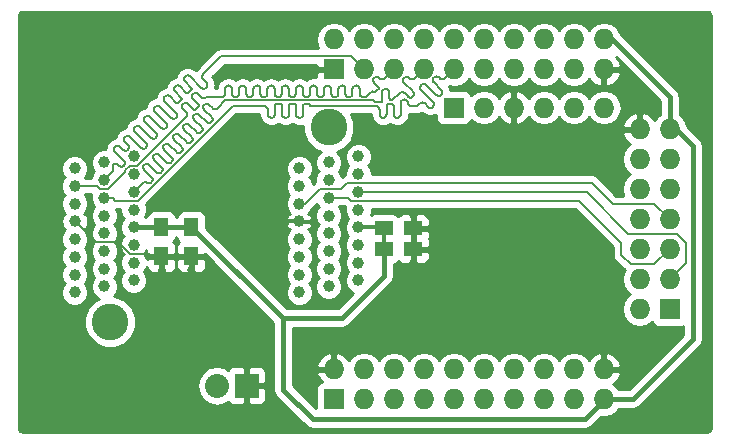
<source format=gbl>
G04 #@! TF.FileFunction,Copper,L2,Bot,Signal*
%FSLAX46Y46*%
G04 Gerber Fmt 4.6, Leading zero omitted, Abs format (unit mm)*
G04 Created by KiCad (PCBNEW 4.0.6) date 08/06/17 17:06:55*
%MOMM*%
%LPD*%
G01*
G04 APERTURE LIST*
%ADD10C,0.100000*%
%ADD11C,1.000000*%
%ADD12C,3.100000*%
%ADD13R,1.727200X1.727200*%
%ADD14O,1.727200X1.727200*%
%ADD15R,2.032000X2.032000*%
%ADD16O,2.032000X2.032000*%
%ADD17R,1.250000X1.500000*%
%ADD18R,1.500000X1.250000*%
%ADD19C,0.685800*%
%ADD20C,0.152400*%
%ADD21C,0.406400*%
%ADD22C,0.304800*%
%ADD23C,0.203200*%
%ADD24C,0.254000*%
G04 APERTURE END LIST*
D10*
D11*
X140440000Y-100470000D03*
X142940000Y-99970000D03*
X145440000Y-99470000D03*
X140440000Y-98970000D03*
X142940000Y-98470000D03*
X145440000Y-97970000D03*
X140440000Y-97470000D03*
X142940000Y-96970000D03*
X145440000Y-96470000D03*
X140440000Y-95970000D03*
X142940000Y-95470000D03*
X145440000Y-94970000D03*
X140440000Y-94470000D03*
X142940000Y-93970000D03*
X145440000Y-93470000D03*
X140440000Y-92970000D03*
X142940000Y-92470000D03*
X145440000Y-91970000D03*
X140440000Y-91470000D03*
X142940000Y-90970000D03*
X145440000Y-90470000D03*
X140440000Y-89970000D03*
X142940000Y-89470000D03*
X145440000Y-88970000D03*
X126440000Y-88970000D03*
X123940000Y-89470000D03*
X121440000Y-89970000D03*
X126440000Y-90470000D03*
X123940000Y-90970000D03*
X121440000Y-91470000D03*
X126440000Y-91970000D03*
X123940000Y-92470000D03*
X121440000Y-92970000D03*
X126440000Y-93470000D03*
X123940000Y-93970000D03*
X121440000Y-94470000D03*
X126440000Y-94970000D03*
X123940000Y-95470000D03*
X121440000Y-95970000D03*
X126440000Y-96470000D03*
X123940000Y-96970000D03*
X121440000Y-97470000D03*
X126440000Y-97970000D03*
X123940000Y-98470000D03*
X121440000Y-98970000D03*
X126440000Y-99470000D03*
X123940000Y-99970000D03*
X121440000Y-100470000D03*
D12*
X124440000Y-102970000D03*
X142940000Y-86470000D03*
D13*
X143361000Y-109528000D03*
D14*
X143361000Y-106988000D03*
X145901000Y-109528000D03*
X145901000Y-106988000D03*
X148441000Y-109528000D03*
X148441000Y-106988000D03*
X150981000Y-109528000D03*
X150981000Y-106988000D03*
X153521000Y-109528000D03*
X153521000Y-106988000D03*
X156061000Y-109528000D03*
X156061000Y-106988000D03*
X158601000Y-109528000D03*
X158601000Y-106988000D03*
X161141000Y-109528000D03*
X161141000Y-106988000D03*
X163681000Y-109528000D03*
X163681000Y-106988000D03*
X166221000Y-109528000D03*
X166221000Y-106988000D03*
D13*
X171809000Y-101908000D03*
D14*
X169269000Y-101908000D03*
X171809000Y-99368000D03*
X169269000Y-99368000D03*
X171809000Y-96828000D03*
X169269000Y-96828000D03*
X171809000Y-94288000D03*
X169269000Y-94288000D03*
X171809000Y-91748000D03*
X169269000Y-91748000D03*
X171809000Y-89208000D03*
X169269000Y-89208000D03*
X171809000Y-86668000D03*
X169269000Y-86668000D03*
D13*
X153521000Y-84826500D03*
D14*
X156061000Y-84826500D03*
X158601000Y-84826500D03*
X161141000Y-84826500D03*
X163681000Y-84826500D03*
X166221000Y-84826500D03*
D13*
X143361000Y-81588000D03*
D14*
X143361000Y-79048000D03*
X145901000Y-81588000D03*
X145901000Y-79048000D03*
X148441000Y-81588000D03*
X148441000Y-79048000D03*
X150981000Y-81588000D03*
X150981000Y-79048000D03*
X153521000Y-81588000D03*
X153521000Y-79048000D03*
X156061000Y-81588000D03*
X156061000Y-79048000D03*
X158601000Y-81588000D03*
X158601000Y-79048000D03*
X161141000Y-81588000D03*
X161141000Y-79048000D03*
X163681000Y-81588000D03*
X163681000Y-79048000D03*
X166221000Y-81588000D03*
X166221000Y-79048000D03*
D15*
X135995000Y-108385000D03*
D16*
X133455000Y-108385000D03*
D17*
X128769884Y-94937460D03*
X128769884Y-97437460D03*
X131309884Y-94937460D03*
X131309884Y-97437460D03*
D18*
X147592000Y-95050000D03*
X150092000Y-95050000D03*
X147592000Y-96828000D03*
X150092000Y-96828000D03*
D19*
X141600000Y-94500000D03*
X139300000Y-94500000D03*
X150100000Y-93900000D03*
X128800000Y-98600000D03*
X131300000Y-98600000D03*
X150100000Y-98000000D03*
D20*
X145440000Y-91970000D02*
X164770000Y-91970000D01*
X173200000Y-97977000D02*
X171809000Y-99368000D01*
X173200000Y-96300000D02*
X173200000Y-97977000D01*
X172400000Y-95500000D02*
X173200000Y-96300000D01*
X168300000Y-95500000D02*
X172400000Y-95500000D01*
X164770000Y-91970000D02*
X168300000Y-95500000D01*
X142940000Y-92470000D02*
X144570000Y-92470000D01*
X170500000Y-98100000D02*
X171809000Y-96828000D01*
X168500000Y-98100000D02*
X170500000Y-98100000D01*
X167700000Y-97300000D02*
X168500000Y-98100000D01*
X167700000Y-96300000D02*
X167700000Y-97300000D01*
X164100000Y-92700000D02*
X167700000Y-96300000D01*
X144800000Y-92700000D02*
X164100000Y-92700000D01*
X144570000Y-92470000D02*
X144800000Y-92700000D01*
X140440000Y-92970000D02*
X140930000Y-92970000D01*
X140930000Y-92970000D02*
X142200000Y-91700000D01*
X170521000Y-93000000D02*
X171809000Y-94288000D01*
X167000000Y-93000000D02*
X170521000Y-93000000D01*
X165200000Y-91200000D02*
X167000000Y-93000000D01*
X144500000Y-91200000D02*
X165200000Y-91200000D01*
X144000000Y-91700000D02*
X144500000Y-91200000D01*
X142200000Y-91700000D02*
X144000000Y-91700000D01*
X140440000Y-92970000D02*
X140830000Y-92970000D01*
D21*
X126440000Y-94970000D02*
X128737344Y-94970000D01*
X139036212Y-102663788D02*
X144036212Y-102663788D01*
X144036212Y-102663788D02*
X147592000Y-99108000D01*
X147592000Y-99108000D02*
X147592000Y-96828000D01*
D22*
X166221000Y-109528000D02*
X166221000Y-109579000D01*
D21*
X166221000Y-109579000D02*
X164600000Y-111200000D01*
X164600000Y-111200000D02*
X141600000Y-111200000D01*
X141600000Y-111200000D02*
X139100000Y-108700000D01*
X139100000Y-108700000D02*
X139100000Y-102727576D01*
X139100000Y-102727576D02*
X139036212Y-102663788D01*
X139036212Y-102663788D02*
X131309884Y-94937460D01*
X128769884Y-94937460D02*
X131309884Y-94937460D01*
D22*
X128737344Y-94970000D02*
X128769884Y-94937460D01*
D21*
X166221000Y-79048000D02*
X166948000Y-79048000D01*
X166948000Y-79048000D02*
X171809000Y-83909000D01*
X171809000Y-83909000D02*
X171809000Y-86668000D01*
D22*
X171809000Y-86668000D02*
X172368000Y-86668000D01*
D21*
X172368000Y-86668000D02*
X173800000Y-88100000D01*
X168672000Y-109528000D02*
X166221000Y-109528000D01*
X173800000Y-104400000D02*
X168672000Y-109528000D01*
X173800000Y-88100000D02*
X173800000Y-104400000D01*
D22*
X166221000Y-109528000D02*
X166128000Y-109528000D01*
X147592000Y-96828000D02*
X147592000Y-95050000D01*
X145440000Y-94970000D02*
X147512000Y-94970000D01*
X147512000Y-94970000D02*
X147592000Y-95050000D01*
D23*
X128737344Y-94970000D02*
X128769884Y-94937460D01*
D22*
X141600000Y-94500000D02*
X140470000Y-94500000D01*
X140470000Y-94500000D02*
X140440000Y-94470000D01*
X141570000Y-94470000D02*
X141600000Y-94500000D01*
X140440000Y-94470000D02*
X139330000Y-94470000D01*
X139330000Y-94470000D02*
X139300000Y-94500000D01*
X141570000Y-94470000D02*
X141600000Y-94500000D01*
X139330000Y-94470000D02*
X139300000Y-94500000D01*
X150092000Y-95050000D02*
X150092000Y-93908000D01*
X150092000Y-93908000D02*
X150100000Y-93900000D01*
X128769884Y-97437460D02*
X128769884Y-98569884D01*
X128769884Y-98569884D02*
X128800000Y-98600000D01*
X131309884Y-97437460D02*
X131309884Y-98590116D01*
X131309884Y-98590116D02*
X131300000Y-98600000D01*
X150092000Y-96828000D02*
X150092000Y-97992000D01*
X150092000Y-97992000D02*
X150100000Y-98000000D01*
D20*
X150092000Y-95050000D02*
X149967000Y-95050000D01*
D23*
X150092000Y-96828000D02*
X150092000Y-95050000D01*
D20*
X131309884Y-97437460D02*
X131309884Y-97562460D01*
X128769884Y-97437460D02*
X131309884Y-97437460D01*
X121440000Y-94470000D02*
X123211399Y-96241399D01*
X127753625Y-97198601D02*
X127992484Y-97437460D01*
X123211399Y-96241399D02*
X125133069Y-96241399D01*
X125133069Y-96241399D02*
X126090271Y-97198601D01*
X126090271Y-97198601D02*
X127753625Y-97198601D01*
X127992484Y-97437460D02*
X128769884Y-97437460D01*
X128389573Y-87260270D02*
X128404522Y-87194776D01*
X130133517Y-84465009D02*
X130156636Y-84459732D01*
X125261298Y-88134447D02*
X125517130Y-88390279D01*
X128231142Y-85164602D02*
X128189256Y-85112081D01*
X125638068Y-89689600D02*
X125667215Y-89629074D01*
X124721123Y-89621183D02*
X124781649Y-89592036D01*
X128404522Y-87127597D02*
X128389573Y-87062103D01*
X125983278Y-88337756D02*
X126012424Y-88277231D01*
X125483135Y-89813156D02*
X125543661Y-89784008D01*
X125350462Y-89828105D02*
X125417640Y-89828105D01*
X123940000Y-90970000D02*
X124668601Y-90241399D01*
X128145161Y-84918881D02*
X128160108Y-84853387D01*
X125682164Y-89496401D02*
X125667215Y-89430907D01*
X132561176Y-82706419D02*
X132305344Y-82450587D01*
X124668601Y-90241399D02*
X124668601Y-89663069D01*
X126586611Y-86395507D02*
X126647136Y-86366361D01*
X129704379Y-85747298D02*
X129769873Y-85762246D01*
X127495663Y-85517834D02*
X127561158Y-85502884D01*
X124668601Y-89663069D02*
X124721123Y-89621183D01*
X124781649Y-89592036D02*
X124847143Y-89577087D01*
X130829246Y-82152872D02*
X130889771Y-82123726D01*
X126845304Y-86366360D02*
X126905829Y-86395508D01*
X132136912Y-83130684D02*
X132189434Y-83172569D01*
X125208775Y-88092562D02*
X125261298Y-88134447D01*
X128266018Y-87415204D02*
X128318541Y-87373319D01*
X125417640Y-89828105D02*
X125483135Y-89813156D01*
X124847143Y-89577087D02*
X124914322Y-89577087D01*
X124914322Y-89577087D02*
X124979816Y-89592036D01*
X132219363Y-82204866D02*
X132234311Y-82139372D01*
X130690741Y-82440480D02*
X130690742Y-82373300D01*
X125171919Y-89742123D02*
X125224441Y-89784008D01*
X132305344Y-82026323D02*
X133835871Y-80495799D01*
X125941392Y-87966014D02*
X125685561Y-87710183D01*
X125638068Y-89370381D02*
X125596183Y-89317858D01*
X130982044Y-83616482D02*
X131005163Y-83611205D01*
X124979816Y-89592036D02*
X125040342Y-89621183D01*
X127555995Y-88043303D02*
X127555995Y-87976124D01*
X130239412Y-82972252D02*
X130299937Y-83001400D01*
X124837034Y-88558710D02*
X124795148Y-88506189D01*
X127382615Y-86013129D02*
X127340729Y-85960608D01*
X132382633Y-83216665D02*
X132448128Y-83201717D01*
X125224441Y-89784008D02*
X125284967Y-89813156D01*
X124795148Y-88506189D02*
X124766000Y-88445663D01*
X125543661Y-89784008D02*
X125596183Y-89742123D01*
X125667215Y-89430907D02*
X125638068Y-89370381D01*
X124766000Y-88445663D02*
X124751052Y-88380169D01*
X125040342Y-89621183D02*
X125092865Y-89663069D01*
X125092865Y-89663069D02*
X125171919Y-89742123D01*
X130496115Y-84050298D02*
X130485826Y-84028933D01*
X127311581Y-85900082D02*
X127296633Y-85834588D01*
X132315454Y-83216665D02*
X132382633Y-83216665D01*
X125284967Y-89813156D02*
X125350462Y-89828105D01*
X125630179Y-88461311D02*
X125695673Y-88476259D01*
X125596183Y-89742123D02*
X125638068Y-89689600D01*
X130101576Y-85497722D02*
X130101576Y-85430543D01*
X129451410Y-83849927D02*
X129503933Y-83891812D01*
X125828345Y-88461312D02*
X125888871Y-88432164D01*
X128795326Y-86566677D02*
X128855852Y-86595825D01*
X125667215Y-89629074D02*
X125682164Y-89563580D01*
X125983277Y-88018538D02*
X125941392Y-87966014D01*
X127098272Y-88263731D02*
X127158798Y-88292879D01*
X125682164Y-89563580D02*
X125682164Y-89496401D01*
X125596183Y-89317858D02*
X124837034Y-88558710D01*
X125685561Y-87710183D02*
X125643675Y-87657662D01*
X124766000Y-88247495D02*
X124795149Y-88186969D01*
X128993687Y-84137534D02*
X128993688Y-84070354D01*
X126012425Y-88079063D02*
X125983277Y-88018538D01*
X124751052Y-88380169D02*
X124751053Y-88312989D01*
X124751053Y-88312989D02*
X124766000Y-88247495D01*
X130196542Y-84434657D02*
X130471040Y-84160158D01*
X124795149Y-88186969D02*
X124837034Y-88134446D01*
X132219363Y-82272045D02*
X132219363Y-82204866D01*
X126463054Y-86748609D02*
X126448106Y-86683115D01*
X128602883Y-84698454D02*
X128655406Y-84740339D01*
X125082755Y-88048466D02*
X125148250Y-88063414D01*
X126779809Y-86351412D02*
X126845304Y-86366360D01*
X126905829Y-86395508D02*
X126958352Y-86437393D01*
X126057302Y-87244035D02*
X126109825Y-87285920D01*
X127894277Y-87373319D02*
X127946799Y-87415204D01*
X124837034Y-88134446D02*
X124889557Y-88092561D01*
X124889557Y-88092561D02*
X124950082Y-88063415D01*
X130086683Y-84459732D02*
X130109803Y-84465009D01*
X127045750Y-88221846D02*
X127098272Y-88263731D01*
X124950082Y-88063415D02*
X125015577Y-88048465D01*
X127541046Y-88108797D02*
X127555995Y-88043303D01*
X125569653Y-88432163D02*
X125630179Y-88461311D01*
X126448107Y-86615935D02*
X126463054Y-86550441D01*
X125015577Y-88048465D02*
X125082755Y-88048466D01*
X125148250Y-88063414D02*
X125208775Y-88092562D01*
X129928196Y-83043284D02*
X129980719Y-83001399D01*
X127511899Y-87850104D02*
X127470014Y-87797581D01*
X125517130Y-88390279D02*
X125569653Y-88432163D01*
X125695673Y-88476259D02*
X125762851Y-88476260D01*
X125762851Y-88476260D02*
X125828345Y-88461312D01*
X125888871Y-88432164D02*
X125941394Y-88390279D01*
X128855852Y-86595825D02*
X128921346Y-86610773D01*
X129643853Y-85718150D02*
X129704379Y-85747298D01*
X125685561Y-87285919D02*
X125738084Y-87244034D01*
X125941394Y-88390279D02*
X125941392Y-88390278D01*
X130057480Y-85304523D02*
X130015595Y-85252000D01*
X128007325Y-87444352D02*
X128072819Y-87459300D01*
X125614528Y-87398968D02*
X125643676Y-87338442D01*
X131349919Y-83248605D02*
X131349919Y-83224891D01*
X125614527Y-87597136D02*
X125599579Y-87531642D01*
X129132192Y-83849926D02*
X129192717Y-83820780D01*
X125941392Y-88390278D02*
X125983278Y-88337756D01*
X126012424Y-88277231D02*
X126027374Y-88211736D01*
X126027374Y-88211736D02*
X126027373Y-88144558D01*
X126027373Y-88144558D02*
X126012425Y-88079063D01*
X125643675Y-87657662D02*
X125614527Y-87597136D01*
X131319567Y-83311631D02*
X131334353Y-83293090D01*
X125599579Y-87531642D02*
X125599580Y-87464462D01*
X128742804Y-86524792D02*
X128795326Y-86566677D01*
X127311581Y-85701914D02*
X127340730Y-85641388D01*
X130299937Y-83001400D02*
X130352460Y-83043285D01*
X125599580Y-87464462D02*
X125614528Y-87398968D01*
X125643676Y-87338442D02*
X125685561Y-87285919D01*
X130178002Y-84449443D02*
X130196542Y-84434657D01*
X127224292Y-88307827D02*
X127291471Y-88307827D01*
X125738084Y-87244034D02*
X125798609Y-87214888D01*
X127511899Y-88169323D02*
X127541046Y-88108797D01*
X125798609Y-87214888D02*
X125864104Y-87199938D01*
X127296634Y-85767408D02*
X127311581Y-85701914D01*
X130705689Y-82505974D02*
X130690741Y-82440480D01*
X125864104Y-87199938D02*
X125931282Y-87199939D01*
X125931282Y-87199939D02*
X125996777Y-87214887D01*
X127291471Y-88307827D02*
X127356966Y-88292879D01*
X126492202Y-86809135D02*
X126463054Y-86748609D01*
X132263459Y-82078846D02*
X132305344Y-82026323D01*
X125996777Y-87214887D02*
X126057302Y-87244035D01*
X126109825Y-87285920D02*
X127045750Y-88221846D01*
X128344190Y-84669307D02*
X128409685Y-84654357D01*
X127417491Y-88263731D02*
X127470014Y-88221846D01*
X132234311Y-82337539D02*
X132219363Y-82272045D01*
X127158798Y-88292879D02*
X127224292Y-88307827D01*
X128404522Y-87194776D02*
X128404522Y-87127597D01*
X130913845Y-83600916D02*
X130935210Y-83611205D01*
X127356966Y-88292879D02*
X127417491Y-88263731D01*
X127470014Y-88221846D02*
X127511899Y-88169323D01*
X127555995Y-87976124D02*
X127541046Y-87910630D01*
X131334353Y-83180406D02*
X131319567Y-83161865D01*
X127541046Y-87910630D02*
X127511899Y-87850104D01*
X130889771Y-82123726D02*
X130955266Y-82108776D01*
X131349919Y-83224891D02*
X131344642Y-83201771D01*
X127340730Y-85641388D02*
X127382615Y-85588865D01*
X127470014Y-87797581D02*
X126534088Y-86861656D01*
X126534088Y-86861656D02*
X126492202Y-86809135D01*
X132263459Y-82398065D02*
X132234311Y-82337539D01*
X126448106Y-86683115D02*
X126448107Y-86615935D01*
X128318541Y-86949054D02*
X127382615Y-86013129D01*
X130705689Y-82307806D02*
X130734838Y-82247280D01*
X126463054Y-86550441D02*
X126492203Y-86489915D01*
X128205493Y-87444352D02*
X128266018Y-87415204D01*
X126492203Y-86489915D02*
X126534088Y-86437392D01*
X126534088Y-86437392D02*
X126586611Y-86395507D01*
X130471040Y-84160158D02*
X130485826Y-84141617D01*
X126647136Y-86366361D02*
X126712631Y-86351411D01*
X126712631Y-86351411D02*
X126779809Y-86351412D01*
X131344642Y-83201771D02*
X131334353Y-83180406D01*
X127296633Y-85834588D02*
X127296634Y-85767408D01*
X126958352Y-86437393D02*
X127894277Y-87373319D01*
X127946799Y-87415204D02*
X128007325Y-87444352D01*
X130086627Y-85563216D02*
X130101576Y-85497722D01*
X128072819Y-87459300D02*
X128139998Y-87459300D01*
X127628336Y-85502885D02*
X127693831Y-85517833D01*
X128139998Y-87459300D02*
X128205493Y-87444352D01*
X131045069Y-83586130D02*
X131319567Y-83311631D01*
X130109803Y-84465009D02*
X130133517Y-84465009D01*
X128655406Y-84740339D02*
X129591331Y-85676265D01*
X128318541Y-87373319D02*
X128360426Y-87320796D01*
X128360426Y-87320796D02*
X128389573Y-87260270D01*
X128389573Y-87062103D02*
X128360426Y-87001577D01*
X127561158Y-85502884D02*
X127628336Y-85502885D01*
X130065318Y-84449443D02*
X130086683Y-84459732D01*
X128360426Y-87001577D02*
X128318541Y-86949054D01*
X127340729Y-85960608D02*
X127311581Y-85900082D01*
X132632208Y-82819468D02*
X132603061Y-82758942D01*
X130895304Y-83586130D02*
X130913845Y-83600916D01*
X127382615Y-85588865D02*
X127435138Y-85546980D01*
X129928196Y-83467548D02*
X129886310Y-83415027D01*
X131344642Y-83271725D02*
X131349919Y-83248605D01*
X127435138Y-85546980D02*
X127495663Y-85517834D01*
X131005163Y-83611205D02*
X131026529Y-83600916D01*
X127693831Y-85517833D02*
X127754356Y-85546981D01*
X127754356Y-85546981D02*
X127806879Y-85588866D01*
X128160108Y-84853387D02*
X128189257Y-84792861D01*
X127806879Y-85588866D02*
X128742804Y-86524792D01*
X128921346Y-86610773D02*
X128988525Y-86610773D01*
X128988525Y-86610773D02*
X129054020Y-86595825D01*
X129054020Y-86595825D02*
X129114545Y-86566677D01*
X128160108Y-85051555D02*
X128145160Y-84986061D01*
X129114545Y-86566677D02*
X129167068Y-86524792D01*
X129167068Y-86524792D02*
X129208953Y-86472269D01*
X131334353Y-83293090D02*
X131344642Y-83271725D01*
X129208953Y-86472269D02*
X129238100Y-86411743D01*
X129238100Y-86411743D02*
X129253049Y-86346249D01*
X130352460Y-83043285D02*
X130895304Y-83586130D01*
X130776723Y-82619021D02*
X130734837Y-82566500D01*
X129253049Y-86346249D02*
X129253049Y-86279070D01*
X129253049Y-86279070D02*
X129238100Y-86213576D01*
X131200987Y-82194758D02*
X132136912Y-83130684D01*
X129238100Y-86213576D02*
X129208953Y-86153050D01*
X129208953Y-86153050D02*
X129167068Y-86100527D01*
X131026529Y-83600916D02*
X131045069Y-83586130D01*
X129167068Y-86100527D02*
X128231142Y-85164602D01*
X128189256Y-85112081D02*
X128160108Y-85051555D01*
X128145160Y-84986061D02*
X128145161Y-84918881D01*
X129842215Y-83221827D02*
X129857162Y-83156333D01*
X131319567Y-83161865D02*
X130776723Y-82619021D01*
X128189257Y-84792861D02*
X128231142Y-84740338D01*
X128231142Y-84740338D02*
X128283665Y-84698453D01*
X129325390Y-83805831D02*
X129390885Y-83820779D01*
X128283665Y-84698453D02*
X128344190Y-84669307D01*
X128409685Y-84654357D02*
X128476863Y-84654358D01*
X130734838Y-82247280D02*
X130776723Y-82194757D01*
X128476863Y-84654358D02*
X128542358Y-84669306D01*
X128542358Y-84669306D02*
X128602883Y-84698454D01*
X129591331Y-85676265D02*
X129643853Y-85718150D01*
X129769873Y-85762246D02*
X129837052Y-85762246D01*
X129886311Y-83095807D02*
X129928196Y-83043284D01*
X129192717Y-83820780D02*
X129258212Y-83805830D01*
X129837052Y-85762246D02*
X129902547Y-85747298D01*
X129902547Y-85747298D02*
X129963072Y-85718150D01*
X129963072Y-85718150D02*
X130015595Y-85676265D01*
X130015595Y-85676265D02*
X130057480Y-85623742D01*
X130057480Y-85623742D02*
X130086627Y-85563216D01*
X129079669Y-84316075D02*
X129037783Y-84263554D01*
X130101576Y-85430543D02*
X130086627Y-85365049D01*
X130086627Y-85365049D02*
X130057480Y-85304523D01*
X129842214Y-83289007D02*
X129842215Y-83221827D01*
X130015595Y-85252000D02*
X129079669Y-84316075D01*
X129037783Y-84263554D02*
X129008635Y-84203028D01*
X129008635Y-84203028D02*
X128993687Y-84137534D01*
X128993688Y-84070354D02*
X129008635Y-84004860D01*
X129008635Y-84004860D02*
X129037784Y-83944334D01*
X132189434Y-83172569D02*
X132249960Y-83201717D01*
X129037784Y-83944334D02*
X129079669Y-83891811D01*
X129079669Y-83891811D02*
X129132192Y-83849926D01*
X130690742Y-82373300D02*
X130705689Y-82307806D01*
X129258212Y-83805830D02*
X129325390Y-83805831D01*
X129390885Y-83820779D02*
X129451410Y-83849927D01*
X129503933Y-83891812D02*
X130046777Y-84434657D01*
X130046777Y-84434657D02*
X130065318Y-84449443D01*
X130156636Y-84459732D02*
X130178002Y-84449443D01*
X130485826Y-84141617D02*
X130496115Y-84120252D01*
X130496115Y-84120252D02*
X130501392Y-84097132D01*
X144808799Y-80495799D02*
X145901000Y-81588000D01*
X131087939Y-82123725D02*
X131148464Y-82152873D01*
X130501392Y-84097132D02*
X130501392Y-84073418D01*
X130501392Y-84073418D02*
X130496115Y-84050298D01*
X130485826Y-84028933D02*
X130471040Y-84010392D01*
X130471040Y-84010392D02*
X129928196Y-83467548D01*
X129886310Y-83415027D02*
X129857162Y-83354501D01*
X129857162Y-83354501D02*
X129842214Y-83289007D01*
X129857162Y-83156333D02*
X129886311Y-83095807D01*
X129980719Y-83001399D02*
X130041244Y-82972253D01*
X130041244Y-82972253D02*
X130106739Y-82957303D01*
X130106739Y-82957303D02*
X130173917Y-82957304D01*
X130173917Y-82957304D02*
X130239412Y-82972252D01*
X130935210Y-83611205D02*
X130958330Y-83616482D01*
X130958330Y-83616482D02*
X130982044Y-83616482D01*
X130734837Y-82566500D02*
X130705689Y-82505974D01*
X130776723Y-82194757D02*
X130829246Y-82152872D01*
X130955266Y-82108776D02*
X131022444Y-82108777D01*
X131022444Y-82108777D02*
X131087939Y-82123725D01*
X131148464Y-82152873D02*
X131200987Y-82194758D01*
X132249960Y-83201717D02*
X132315454Y-83216665D01*
X132448128Y-83201717D02*
X132508653Y-83172569D01*
X132508653Y-83172569D02*
X132561176Y-83130684D01*
X132305344Y-82450587D02*
X132263459Y-82398065D01*
X132561176Y-83130684D02*
X132603061Y-83078161D01*
X132603061Y-83078161D02*
X132632208Y-83017635D01*
X132632208Y-83017635D02*
X132647157Y-82952141D01*
X132647157Y-82952141D02*
X132647157Y-82884962D01*
X132647157Y-82884962D02*
X132632208Y-82819468D01*
X132603061Y-82758942D02*
X132561176Y-82706419D01*
X132234311Y-82139372D02*
X132263459Y-82078846D01*
X133835871Y-80495799D02*
X144808799Y-80495799D01*
X145441226Y-83025535D02*
X145384345Y-82989794D01*
X140746658Y-83193328D02*
X140724470Y-83129919D01*
X135784345Y-82989794D02*
X135720936Y-82967606D01*
X147679000Y-82350000D02*
X147626477Y-82391885D01*
X138354180Y-83260085D02*
X138346658Y-83193328D01*
X148441000Y-81588000D02*
X147679000Y-82350000D01*
X145320936Y-82967606D02*
X145254180Y-82960085D01*
X142667133Y-83025535D02*
X142619630Y-83073038D01*
X147626477Y-82391885D02*
X147565951Y-82421032D01*
X145667133Y-83859369D02*
X145619630Y-83811866D01*
X140454180Y-82960085D02*
X140387423Y-82967606D01*
X146711939Y-83504259D02*
X146688766Y-83485777D01*
X138924470Y-83754985D02*
X138888729Y-83811866D01*
X145546658Y-83193328D02*
X145524470Y-83129919D01*
X147174140Y-83158772D02*
X147174141Y-83188412D01*
X142254180Y-83924820D02*
X142187423Y-83917298D01*
X144054180Y-82960085D02*
X143987423Y-82967606D01*
X140124470Y-83754985D02*
X140088729Y-83811866D01*
X146713663Y-82615440D02*
X146742810Y-82675966D01*
X131975689Y-84611825D02*
X131981263Y-84623399D01*
X131984121Y-84635923D02*
X131984121Y-84648769D01*
X146963239Y-82218243D02*
X146897744Y-82233192D01*
X143146658Y-83193328D02*
X143124470Y-83129919D01*
X146688766Y-83485777D02*
X146662059Y-83472917D01*
X130908339Y-85250133D02*
X130937487Y-85310658D01*
X146742810Y-82356747D02*
X146713663Y-82417273D01*
X141888729Y-83073038D02*
X141841226Y-83025535D01*
X143783889Y-83129919D02*
X143761701Y-83193328D01*
X140088729Y-83811866D02*
X140041226Y-83859369D01*
X142320936Y-83917298D02*
X142254180Y-83924820D01*
X147565951Y-82421032D02*
X147500457Y-82435981D01*
X146547918Y-83485778D02*
X146524745Y-83504258D01*
X147154685Y-83103168D02*
X147167544Y-83129874D01*
X146104180Y-83924820D02*
X145854180Y-83924820D01*
X147500457Y-82435981D02*
X147433278Y-82435981D01*
X147367784Y-82421032D02*
X147307258Y-82391885D01*
X147433278Y-82435981D02*
X147367784Y-82421032D01*
X147156438Y-82262340D02*
X147095912Y-82233192D01*
X147307258Y-82391885D02*
X147254735Y-82350000D01*
X146662059Y-83472917D02*
X146633162Y-83466322D01*
X147254735Y-82350000D02*
X147208960Y-82304225D01*
X147136203Y-83079995D02*
X147154685Y-83103168D01*
X136583889Y-83129919D02*
X136561701Y-83193328D01*
X147208960Y-82304225D02*
X147156438Y-82262340D01*
X144954180Y-83260085D02*
X144954180Y-83624820D01*
X130522566Y-84693982D02*
X130522566Y-84761161D01*
X146837218Y-82262340D02*
X146784696Y-82304225D01*
X130661070Y-84473555D02*
X130608548Y-84515440D01*
X146790718Y-83542195D02*
X146761819Y-83535601D01*
X147030417Y-82218243D02*
X146963239Y-82218243D01*
X147095912Y-82233192D02*
X147030417Y-82218243D01*
X134754180Y-83260085D02*
X134746658Y-83193328D01*
X139384345Y-82989794D02*
X139320936Y-82967606D01*
X141354180Y-83624820D02*
X141346658Y-83691576D01*
X145787423Y-83917298D02*
X145724014Y-83895110D01*
X146698714Y-82482767D02*
X146698714Y-82549946D01*
X145619630Y-83811866D02*
X145583889Y-83754985D01*
X146899135Y-83504259D02*
X146875962Y-83522739D01*
X146897744Y-82233192D02*
X146837218Y-82262340D01*
X138354180Y-83624820D02*
X138354180Y-83260085D01*
X146735114Y-83522740D02*
X146711939Y-83504259D01*
X145254180Y-82960085D02*
X145187423Y-82967606D01*
X146784696Y-82304225D02*
X146742810Y-82356747D01*
X131415188Y-83719435D02*
X131386041Y-83779961D01*
X146713663Y-82417273D02*
X146698714Y-82482767D01*
X144361701Y-83691576D02*
X144354180Y-83624820D01*
X139984345Y-83895110D02*
X139920936Y-83917298D01*
X146698714Y-82549946D02*
X146713663Y-82615440D01*
X146742810Y-82675966D02*
X146784696Y-82728489D01*
X145561701Y-83691576D02*
X145554180Y-83624820D01*
X146574623Y-83472917D02*
X146547918Y-83485778D01*
X144587423Y-83917298D02*
X144524014Y-83895110D01*
X146784696Y-82728489D02*
X147136203Y-83079995D01*
X137987423Y-82967606D02*
X137924014Y-82989794D01*
X147167544Y-83129874D02*
X147174140Y-83158772D01*
X140724470Y-83129919D02*
X140688729Y-83073038D01*
X140754180Y-83260085D02*
X140746658Y-83193328D01*
X143867133Y-83025535D02*
X143819630Y-83073038D01*
X143584345Y-83895110D02*
X143520936Y-83917298D01*
X134987423Y-83917298D02*
X134924014Y-83895110D01*
X138983889Y-83129919D02*
X138961701Y-83193328D01*
X147174141Y-83188412D02*
X147167544Y-83217310D01*
X144954180Y-83624820D02*
X144946658Y-83691576D01*
X144184345Y-82989794D02*
X144120936Y-82967606D01*
X142187423Y-83917298D02*
X142124014Y-83895110D01*
X140867133Y-83859369D02*
X140819630Y-83811866D01*
X147136204Y-83267189D02*
X146899135Y-83504259D01*
X138841226Y-83859369D02*
X138784345Y-83895110D01*
X147167544Y-83217310D02*
X147154684Y-83244016D01*
X147154684Y-83244016D02*
X147136204Y-83267189D01*
X138524014Y-83895110D02*
X138467133Y-83859369D01*
X141954180Y-83624820D02*
X141954180Y-83260085D01*
X146875962Y-83522739D02*
X146849255Y-83535601D01*
X131386041Y-83779961D02*
X131371092Y-83845455D01*
X130980289Y-84473555D02*
X130919764Y-84444407D01*
X142561701Y-83193328D02*
X142554180Y-83260085D01*
X146849255Y-83535601D02*
X146820358Y-83542195D01*
X134819630Y-83811866D02*
X134783889Y-83754985D01*
X146820358Y-83542195D02*
X146790718Y-83542195D01*
X140924014Y-83895110D02*
X140867133Y-83859369D01*
X141184345Y-83895110D02*
X141120936Y-83917298D01*
X138241226Y-83025535D02*
X138184345Y-82989794D01*
X146603522Y-83466321D02*
X146574623Y-83472917D01*
X146761819Y-83535601D02*
X146735114Y-83522740D01*
X141946658Y-83193328D02*
X141924470Y-83129919D01*
X145488729Y-83073038D02*
X145441226Y-83025535D01*
X146633162Y-83466322D02*
X146603522Y-83466321D01*
X145019630Y-83073038D02*
X144983889Y-83129919D01*
X140219630Y-83073038D02*
X140183889Y-83129919D01*
X146524745Y-83504258D02*
X146104180Y-83924820D01*
X145854180Y-83924820D02*
X145787423Y-83917298D01*
X135654180Y-82960085D02*
X135587423Y-82967606D01*
X133920936Y-83917298D02*
X133854180Y-83924820D01*
X145724014Y-83895110D02*
X145667133Y-83859369D01*
X143154180Y-83624820D02*
X143154180Y-83260085D01*
X132384967Y-84010801D02*
X132317788Y-84010801D01*
X141324470Y-83754985D02*
X141288729Y-83811866D01*
X142920936Y-82967606D02*
X142854180Y-82960085D01*
X145583889Y-83754985D02*
X145561701Y-83691576D01*
X143987423Y-82967606D02*
X143924014Y-82989794D01*
X139619630Y-83811866D02*
X139583889Y-83754985D01*
X145554180Y-83624820D02*
X145554180Y-83260085D01*
X143387423Y-83917298D02*
X143324014Y-83895110D01*
X131509596Y-83625028D02*
X131457074Y-83666913D01*
X141924470Y-83129919D02*
X141888729Y-83073038D01*
X142546658Y-83691576D02*
X142524470Y-83754985D01*
X145384345Y-82989794D02*
X145320936Y-82967606D01*
X145554180Y-83260085D02*
X145546658Y-83193328D01*
X141361701Y-83193328D02*
X141354180Y-83260085D01*
X145524470Y-83129919D02*
X145488729Y-83073038D01*
X140267133Y-83025535D02*
X140219630Y-83073038D01*
X144924470Y-83754985D02*
X144888729Y-83811866D01*
X142724014Y-82989794D02*
X142667133Y-83025535D01*
X139920936Y-83917298D02*
X139854180Y-83924820D01*
X145187423Y-82967606D02*
X145124014Y-82989794D01*
X131565034Y-85039630D02*
X131553460Y-85034056D01*
X141120936Y-83917298D02*
X141054180Y-83924820D01*
X145124014Y-82989794D02*
X145067133Y-83025535D01*
X141354180Y-83260085D02*
X141354180Y-83624820D01*
X145067133Y-83025535D02*
X145019630Y-83073038D01*
X142984345Y-82989794D02*
X142920936Y-82967606D01*
X144983889Y-83129919D02*
X144961701Y-83193328D01*
X144961701Y-83193328D02*
X144954180Y-83260085D01*
X138587423Y-83917298D02*
X138524014Y-83895110D01*
X144946658Y-83691576D02*
X144924470Y-83754985D01*
X130866454Y-85197610D02*
X130908339Y-85250133D01*
X144888729Y-83811866D02*
X144841226Y-83859369D01*
X144841226Y-83859369D02*
X144784345Y-83895110D01*
X144784345Y-83895110D02*
X144720936Y-83917298D01*
X144354180Y-83624820D02*
X144354180Y-83260085D01*
X144288729Y-83073038D02*
X144241226Y-83025535D01*
X144120936Y-82967606D02*
X144054180Y-82960085D01*
X144467133Y-83859369D02*
X144419630Y-83811866D01*
X144720936Y-83917298D02*
X144654180Y-83924820D01*
X131981263Y-84623399D02*
X131984121Y-84635923D01*
X144654180Y-83924820D02*
X144587423Y-83917298D01*
X141983889Y-83754985D02*
X141961701Y-83691576D01*
X144524014Y-83895110D02*
X144467133Y-83859369D01*
X143641226Y-83859369D02*
X143584345Y-83895110D01*
X138346658Y-83193328D02*
X138324470Y-83129919D01*
X144419630Y-83811866D02*
X144383889Y-83754985D01*
X125711399Y-90120271D02*
X125711399Y-90276931D01*
X144383889Y-83754985D02*
X144361701Y-83691576D01*
X144354180Y-83260085D02*
X144346658Y-83193328D01*
X144346658Y-83193328D02*
X144324470Y-83129919D01*
X143520936Y-83917298D02*
X143454180Y-83924820D01*
X141054180Y-83924820D02*
X140987423Y-83917298D01*
X144324470Y-83129919D02*
X144288729Y-83073038D01*
X143819630Y-83073038D02*
X143783889Y-83129919D01*
X144241226Y-83025535D02*
X144184345Y-82989794D01*
X131032812Y-84515440D02*
X130980289Y-84473555D01*
X143924014Y-82989794D02*
X143867133Y-83025535D01*
X137161701Y-83691576D02*
X137154180Y-83624820D01*
X141784345Y-82989794D02*
X141720936Y-82967606D01*
X143761701Y-83193328D02*
X143754180Y-83260085D01*
X143754180Y-83260085D02*
X143754180Y-83624820D01*
X142583889Y-83129919D02*
X142561701Y-83193328D01*
X140041226Y-83859369D02*
X139984345Y-83895110D01*
X140154180Y-83260085D02*
X140154180Y-83624820D01*
X142619630Y-83073038D02*
X142583889Y-83129919D01*
X142554180Y-83624820D02*
X142546658Y-83691576D01*
X143754180Y-83624820D02*
X143746658Y-83691576D01*
X140688729Y-83073038D02*
X140641226Y-83025535D01*
X143746658Y-83691576D02*
X143724470Y-83754985D01*
X143041226Y-83025535D02*
X142984345Y-82989794D01*
X130787090Y-84429458D02*
X130721596Y-84444407D01*
X143724470Y-83754985D02*
X143688729Y-83811866D01*
X142554180Y-83260085D02*
X142554180Y-83624820D01*
X143124470Y-83129919D02*
X143088729Y-83073038D01*
X143688729Y-83811866D02*
X143641226Y-83859369D01*
X131602928Y-85039630D02*
X131590404Y-85042488D01*
X143454180Y-83924820D02*
X143387423Y-83917298D01*
X143161701Y-83691576D02*
X143154180Y-83624820D01*
X134746658Y-83193328D02*
X134724470Y-83129919D01*
X143324014Y-83895110D02*
X143267133Y-83859369D01*
X139067133Y-83025535D02*
X139019630Y-83073038D01*
X143267133Y-83859369D02*
X143219630Y-83811866D01*
X143219630Y-83811866D02*
X143183889Y-83754985D01*
X143154180Y-83260085D02*
X143146658Y-83193328D01*
X141383889Y-83129919D02*
X141361701Y-83193328D01*
X143183889Y-83754985D02*
X143161701Y-83691576D01*
X136488729Y-83811866D02*
X136441226Y-83859369D01*
X143088729Y-83073038D02*
X143041226Y-83025535D01*
X142854180Y-82960085D02*
X142787423Y-82967606D01*
X142787423Y-82967606D02*
X142724014Y-82989794D01*
X139854180Y-83924820D02*
X139787423Y-83917298D01*
X138419630Y-83811866D02*
X138383889Y-83754985D01*
X141419630Y-83073038D02*
X141383889Y-83129919D01*
X142524470Y-83754985D02*
X142488729Y-83811866D01*
X142441226Y-83859369D02*
X142384345Y-83895110D01*
X139546658Y-83193328D02*
X139524470Y-83129919D01*
X139554180Y-83624820D02*
X139554180Y-83260085D01*
X142488729Y-83811866D02*
X142441226Y-83859369D01*
X142384345Y-83895110D02*
X142320936Y-83917298D01*
X142124014Y-83895110D02*
X142067133Y-83859369D01*
X134154180Y-83260085D02*
X134154180Y-83624820D01*
X142067133Y-83859369D02*
X142019630Y-83811866D01*
X142019630Y-83811866D02*
X141983889Y-83754985D01*
X141961701Y-83691576D02*
X141954180Y-83624820D01*
X134219630Y-83073038D02*
X134183889Y-83129919D01*
X141954180Y-83260085D02*
X141946658Y-83193328D01*
X139667133Y-83859369D02*
X139619630Y-83811866D01*
X141841226Y-83025535D02*
X141784345Y-82989794D01*
X141720936Y-82967606D02*
X141654180Y-82960085D01*
X141654180Y-82960085D02*
X141587423Y-82967606D01*
X141587423Y-82967606D02*
X141524014Y-82989794D01*
X139787423Y-83917298D02*
X139724014Y-83895110D01*
X134783889Y-83754985D02*
X134761701Y-83691576D01*
X138383889Y-83754985D02*
X138361701Y-83691576D01*
X141524014Y-82989794D02*
X141467133Y-83025535D01*
X134161701Y-83193328D02*
X134154180Y-83260085D01*
X141467133Y-83025535D02*
X141419630Y-83073038D01*
X134754180Y-83624820D02*
X134754180Y-83260085D01*
X131415188Y-84038654D02*
X131457074Y-84091177D01*
X141346658Y-83691576D02*
X141324470Y-83754985D01*
X141288729Y-83811866D02*
X141241226Y-83859369D01*
X141241226Y-83859369D02*
X141184345Y-83895110D01*
X140987423Y-83917298D02*
X140924014Y-83895110D01*
X140819630Y-83811866D02*
X140783889Y-83754985D01*
X140783889Y-83754985D02*
X140761701Y-83691576D01*
X140761701Y-83691576D02*
X140754180Y-83624820D01*
X140754180Y-83624820D02*
X140754180Y-83260085D01*
X140641226Y-83025535D02*
X140584345Y-82989794D01*
X140584345Y-82989794D02*
X140520936Y-82967606D01*
X140520936Y-82967606D02*
X140454180Y-82960085D01*
X137754180Y-83260085D02*
X137754180Y-83624820D01*
X138961701Y-83193328D02*
X138954180Y-83260085D01*
X140387423Y-82967606D02*
X140324014Y-82989794D01*
X140324014Y-82989794D02*
X140267133Y-83025535D01*
X131967681Y-84682910D02*
X131624546Y-85026046D01*
X137754180Y-83624820D02*
X137746658Y-83691576D01*
X140183889Y-83129919D02*
X140161701Y-83193328D01*
X140161701Y-83193328D02*
X140154180Y-83260085D01*
X130721596Y-84444407D02*
X130661070Y-84473555D01*
X140154180Y-83624820D02*
X140146658Y-83691576D01*
X140146658Y-83691576D02*
X140124470Y-83754985D01*
X139724014Y-83895110D02*
X139667133Y-83859369D01*
X139583889Y-83754985D02*
X139561701Y-83691576D01*
X139554180Y-83260085D02*
X139546658Y-83193328D01*
X139561701Y-83691576D02*
X139554180Y-83624820D01*
X139524470Y-83129919D02*
X139488729Y-83073038D01*
X138324470Y-83129919D02*
X138288729Y-83073038D01*
X139488729Y-83073038D02*
X139441226Y-83025535D01*
X139441226Y-83025535D02*
X139384345Y-82989794D01*
X139320936Y-82967606D02*
X139254180Y-82960085D01*
X132252294Y-83995852D02*
X132191768Y-83966705D01*
X139254180Y-82960085D02*
X139187423Y-82967606D01*
X139187423Y-82967606D02*
X139124014Y-82989794D01*
X137924014Y-82989794D02*
X137867133Y-83025535D01*
X139124014Y-82989794D02*
X139067133Y-83025535D01*
X139019630Y-83073038D02*
X138983889Y-83129919D01*
X138954180Y-83260085D02*
X138954180Y-83624820D01*
X138954180Y-83624820D02*
X138946658Y-83691576D01*
X138946658Y-83691576D02*
X138924470Y-83754985D01*
X138888729Y-83811866D02*
X138841226Y-83859369D01*
X138784345Y-83895110D02*
X138720936Y-83917298D01*
X138288729Y-83073038D02*
X138241226Y-83025535D01*
X138720936Y-83917298D02*
X138654180Y-83924820D01*
X138654180Y-83924820D02*
X138587423Y-83917298D01*
X130566662Y-84567962D02*
X130537515Y-84628488D01*
X138467133Y-83859369D02*
X138419630Y-83811866D01*
X138361701Y-83691576D02*
X138354180Y-83624820D01*
X130854269Y-84429458D02*
X130787090Y-84429458D01*
X138184345Y-82989794D02*
X138120936Y-82967606D01*
X138120936Y-82967606D02*
X138054180Y-82960085D01*
X138054180Y-82960085D02*
X137987423Y-82967606D01*
X137867133Y-83025535D02*
X137819630Y-83073038D01*
X136554180Y-83260085D02*
X136554180Y-83624820D01*
X137819630Y-83073038D02*
X137783889Y-83129919D01*
X133854180Y-83924820D02*
X132563510Y-83924820D01*
X132317788Y-84010801D02*
X132252294Y-83995852D01*
X137783889Y-83129919D02*
X137761701Y-83193328D01*
X137761701Y-83193328D02*
X137754180Y-83260085D01*
X137746658Y-83691576D02*
X137724470Y-83754985D01*
X137724470Y-83754985D02*
X137688729Y-83811866D01*
X137641226Y-83859369D02*
X137584345Y-83895110D01*
X137688729Y-83811866D02*
X137641226Y-83859369D01*
X137584345Y-83895110D02*
X137520936Y-83917298D01*
X137520936Y-83917298D02*
X137454180Y-83924820D01*
X137454180Y-83924820D02*
X137387423Y-83917298D01*
X137387423Y-83917298D02*
X137324014Y-83895110D01*
X131577558Y-85042488D02*
X131565034Y-85039630D01*
X137324014Y-83895110D02*
X137267133Y-83859369D01*
X137267133Y-83859369D02*
X137219630Y-83811866D01*
X137219630Y-83811866D02*
X137183889Y-83754985D01*
X137183889Y-83754985D02*
X137161701Y-83691576D01*
X137154180Y-83624820D02*
X137154180Y-83260085D01*
X137154180Y-83260085D02*
X137146658Y-83193328D01*
X137146658Y-83193328D02*
X137124470Y-83129919D01*
X137124470Y-83129919D02*
X137088729Y-83073038D01*
X137088729Y-83073038D02*
X137041226Y-83025535D01*
X137041226Y-83025535D02*
X136984345Y-82989794D01*
X136667133Y-83025535D02*
X136619630Y-83073038D01*
X136984345Y-82989794D02*
X136920936Y-82967606D01*
X135419630Y-83073038D02*
X135383889Y-83129919D01*
X136920936Y-82967606D02*
X136854180Y-82960085D01*
X136854180Y-82960085D02*
X136787423Y-82967606D01*
X131702795Y-83580931D02*
X131635617Y-83580931D01*
X136787423Y-82967606D02*
X136724014Y-82989794D01*
X136724014Y-82989794D02*
X136667133Y-83025535D01*
X136619630Y-83073038D02*
X136583889Y-83129919D01*
X136561701Y-83193328D02*
X136554180Y-83260085D01*
X136554180Y-83624820D02*
X136546658Y-83691576D01*
X136546658Y-83691576D02*
X136524470Y-83754985D01*
X131881338Y-83666913D02*
X131828815Y-83625028D01*
X136524470Y-83754985D02*
X136488729Y-83811866D01*
X136441226Y-83859369D02*
X136384345Y-83895110D01*
X136384345Y-83895110D02*
X136320936Y-83917298D01*
X136320936Y-83917298D02*
X136254180Y-83924820D01*
X136254180Y-83924820D02*
X136187423Y-83917298D01*
X136187423Y-83917298D02*
X136124014Y-83895110D01*
X136124014Y-83895110D02*
X136067133Y-83859369D01*
X136067133Y-83859369D02*
X136019630Y-83811866D01*
X136019630Y-83811866D02*
X135983889Y-83754985D01*
X135983889Y-83754985D02*
X135961701Y-83691576D01*
X135961701Y-83691576D02*
X135954180Y-83624820D01*
X135954180Y-83624820D02*
X135954180Y-83260085D01*
X135888729Y-83073038D02*
X135841226Y-83025535D01*
X135954180Y-83260085D02*
X135946658Y-83193328D01*
X135946658Y-83193328D02*
X135924470Y-83129919D01*
X135924470Y-83129919D02*
X135888729Y-83073038D01*
X135841226Y-83025535D02*
X135784345Y-82989794D01*
X135720936Y-82967606D02*
X135654180Y-82960085D01*
X135587423Y-82967606D02*
X135524014Y-82989794D01*
X133984345Y-83895110D02*
X133920936Y-83917298D01*
X135524014Y-82989794D02*
X135467133Y-83025535D01*
X132191768Y-83966705D02*
X132139245Y-83924820D01*
X135467133Y-83025535D02*
X135419630Y-83073038D01*
X135383889Y-83129919D02*
X135361701Y-83193328D01*
X131457074Y-84091177D02*
X131967680Y-84601782D01*
X135361701Y-83193328D02*
X135354180Y-83260085D01*
X135354180Y-83260085D02*
X135354180Y-83624820D01*
X130952436Y-85376153D02*
X130952436Y-85443331D01*
X135354180Y-83624820D02*
X135346658Y-83691576D01*
X135346658Y-83691576D02*
X135324470Y-83754985D01*
X135324470Y-83754985D02*
X135288729Y-83811866D01*
X135288729Y-83811866D02*
X135241226Y-83859369D01*
X135241226Y-83859369D02*
X135184345Y-83895110D01*
X134324014Y-82989794D02*
X134267133Y-83025535D01*
X130937487Y-85508826D02*
X130908339Y-85569352D01*
X135184345Y-83895110D02*
X135120936Y-83917298D01*
X131457074Y-83666913D02*
X131415188Y-83719435D01*
X135120936Y-83917298D02*
X135054180Y-83924820D01*
X135054180Y-83924820D02*
X134987423Y-83917298D01*
X134924014Y-83895110D02*
X134867133Y-83859369D01*
X134867133Y-83859369D02*
X134819630Y-83811866D01*
X134761701Y-83691576D02*
X134754180Y-83624820D01*
X134724470Y-83129919D02*
X134688729Y-83073038D01*
X134688729Y-83073038D02*
X134641226Y-83025535D01*
X134641226Y-83025535D02*
X134584345Y-82989794D01*
X134584345Y-82989794D02*
X134520936Y-82967606D01*
X134520936Y-82967606D02*
X134454180Y-82960085D01*
X134454180Y-82960085D02*
X134387423Y-82967606D01*
X134387423Y-82967606D02*
X134324014Y-82989794D01*
X134267133Y-83025535D02*
X134219630Y-83073038D01*
X134183889Y-83129919D02*
X134161701Y-83193328D01*
X134154180Y-83624820D02*
X134146658Y-83691576D01*
X134146658Y-83691576D02*
X134124470Y-83754985D01*
X134124470Y-83754985D02*
X134088729Y-83811866D01*
X134088729Y-83811866D02*
X134041226Y-83859369D01*
X134041226Y-83859369D02*
X133984345Y-83895110D01*
X132563510Y-83924820D02*
X132510987Y-83966705D01*
X131543416Y-85026046D02*
X131032812Y-84515440D01*
X132510987Y-83966705D02*
X132450461Y-83995852D01*
X132450461Y-83995852D02*
X132384967Y-84010801D01*
X132139245Y-83924820D02*
X131881338Y-83666913D01*
X131828815Y-83625028D02*
X131768290Y-83595880D01*
X131768290Y-83595880D02*
X131702795Y-83580931D01*
X131635617Y-83580931D02*
X131570122Y-83595880D01*
X131570122Y-83595880D02*
X131509596Y-83625028D01*
X131371092Y-83845455D02*
X131371092Y-83912634D01*
X131371092Y-83912634D02*
X131386041Y-83978128D01*
X131386041Y-83978128D02*
X131415188Y-84038654D01*
X131967680Y-84601782D02*
X131975689Y-84611825D01*
X131984121Y-84648769D02*
X131981264Y-84661293D01*
X131981264Y-84661293D02*
X131975689Y-84672867D01*
X131975689Y-84672867D02*
X131967681Y-84682910D01*
X131624546Y-85026046D02*
X131614502Y-85034056D01*
X131614502Y-85034056D02*
X131602928Y-85039630D01*
X131590404Y-85042488D02*
X131577558Y-85042488D01*
X130608548Y-84939704D02*
X130866454Y-85197610D01*
X126090271Y-89741399D02*
X125711399Y-90120271D01*
X131553460Y-85034056D02*
X131543416Y-85026046D01*
X130919764Y-84444407D02*
X130854269Y-84429458D01*
X130608548Y-84515440D02*
X130566662Y-84567962D01*
X130537515Y-84628488D02*
X130522566Y-84693982D01*
X130522566Y-84761161D02*
X130537515Y-84826655D01*
X130537515Y-84826655D02*
X130566662Y-84887181D01*
X130566662Y-84887181D02*
X130608548Y-84939704D01*
X130937487Y-85310658D02*
X130952436Y-85376153D01*
X130952436Y-85443331D02*
X130937487Y-85508826D01*
X130908339Y-85569352D02*
X130866454Y-85621874D01*
X130866454Y-85621874D02*
X130514744Y-85973586D01*
X130514744Y-85973586D02*
X126746931Y-89741399D01*
X126746931Y-89741399D02*
X126090271Y-89741399D01*
X125711399Y-90276931D02*
X124289729Y-91698601D01*
X124289729Y-91698601D02*
X123590271Y-91698601D01*
X123590271Y-91698601D02*
X123361670Y-91470000D01*
X123361670Y-91470000D02*
X121440000Y-91470000D01*
X149847258Y-82391885D02*
X149794735Y-82350000D01*
X129824085Y-87501559D02*
X129865970Y-87554082D01*
X128097883Y-89138087D02*
X128127031Y-89198613D01*
X127498932Y-89589418D02*
X127433437Y-89604368D01*
X149794735Y-82350000D02*
X149739070Y-82294335D01*
X150981000Y-81588000D02*
X150219000Y-82350000D01*
X128975557Y-88030868D02*
X128946409Y-88091394D01*
X149191932Y-83536811D02*
X149124752Y-83536812D01*
X147739371Y-83250908D02*
X147672614Y-83258429D01*
X150219000Y-82350000D02*
X150166477Y-82391885D01*
X149314806Y-82294335D02*
X149272920Y-82346857D01*
X131521139Y-85804505D02*
X131563024Y-85857028D01*
X130643463Y-86394340D02*
X130628515Y-86459833D01*
X150166477Y-82391885D02*
X150105951Y-82421032D01*
X130180565Y-88685693D02*
X130135170Y-88663832D01*
X130584529Y-88342061D02*
X130584529Y-88392445D01*
X131399983Y-87638434D02*
X131368570Y-87677825D01*
X132835815Y-84584238D02*
X132783292Y-84542353D01*
X133118898Y-85747360D02*
X133130110Y-85796480D01*
X129130491Y-87907314D02*
X129069966Y-87936460D01*
X148946209Y-83622793D02*
X148339371Y-84229629D01*
X128716923Y-90329473D02*
X128677531Y-90360886D01*
X149626022Y-82223302D02*
X149560528Y-82208354D01*
X149739070Y-82294335D02*
X149686548Y-82252450D01*
X130520043Y-88208154D02*
X130551456Y-88247546D01*
X149243773Y-82407383D02*
X149228824Y-82472877D01*
X149243773Y-82605550D02*
X149272920Y-82666076D01*
X149317952Y-83580907D02*
X149257426Y-83551759D01*
X130551456Y-88486961D02*
X130520043Y-88526352D01*
X148272614Y-84222107D02*
X148209205Y-84199919D01*
X150105951Y-82421032D02*
X150040457Y-82435981D01*
X148209205Y-84199919D02*
X148152324Y-84164178D01*
X134180371Y-84229629D02*
X133542922Y-84867081D01*
X129526058Y-89512359D02*
X129480663Y-89534220D01*
X133065624Y-85662573D02*
X133097037Y-85701965D01*
X150040457Y-82435981D02*
X149973278Y-82435981D01*
X132874771Y-86140112D02*
X132825651Y-86151324D01*
X131477041Y-85678486D02*
X131491991Y-85743979D01*
X150062533Y-83466325D02*
X150104419Y-83518846D01*
X129565450Y-89480946D02*
X129526058Y-89512359D01*
X149973278Y-82435981D02*
X149907784Y-82421032D01*
X148046892Y-83996385D02*
X148039371Y-83929629D01*
X133542922Y-84867081D02*
X133490401Y-84908965D01*
X131563024Y-85432764D02*
X131521138Y-85485287D01*
X129794936Y-87242867D02*
X129779988Y-87308360D01*
X147672614Y-83258429D02*
X147609205Y-83280617D01*
X149907784Y-82421032D02*
X149847258Y-82391885D01*
X149686548Y-82252450D02*
X149626022Y-82223302D01*
X127566110Y-89589419D02*
X127498932Y-89589418D01*
X130573317Y-88292941D02*
X130584529Y-88342061D01*
X149493349Y-82208354D02*
X149427855Y-82223302D01*
X131128597Y-87848378D02*
X131078213Y-87848378D01*
X149560528Y-82208354D02*
X149493349Y-82208354D01*
X132369665Y-84636760D02*
X132340517Y-84697286D01*
X149427855Y-82223302D02*
X149367329Y-82252450D01*
X131977124Y-86999851D02*
X131926740Y-86999851D01*
X127631605Y-89604367D02*
X127566110Y-89589419D01*
X132270371Y-86744512D02*
X132248510Y-86789907D01*
X149367329Y-82252450D02*
X149314806Y-82294335D01*
X128876263Y-90138620D02*
X128854402Y-90184015D01*
X149228824Y-82540056D02*
X149243773Y-82605550D01*
X130584529Y-88392445D02*
X130573317Y-88441566D01*
X149272920Y-82346857D02*
X149243773Y-82407383D01*
X150148514Y-83712046D02*
X150133566Y-83777540D01*
X133490401Y-84908965D02*
X133429875Y-84938113D01*
X130135170Y-88663832D02*
X130095779Y-88632419D01*
X148009661Y-83420742D02*
X147973920Y-83363861D01*
X150104419Y-83518846D02*
X150133567Y-83579372D01*
X129389184Y-87936461D02*
X129328659Y-87907313D01*
X146815138Y-84243671D02*
X146802935Y-84236003D01*
X128082934Y-89005414D02*
X128082933Y-89072594D01*
X149228824Y-82472877D02*
X149228824Y-82540056D01*
X130714497Y-86705555D02*
X131368570Y-87359627D01*
X149272920Y-82666076D02*
X149314806Y-82718599D01*
X146775011Y-84229629D02*
X134180371Y-84229629D01*
X149314806Y-82718599D02*
X150062533Y-83466325D01*
X150133567Y-83579372D02*
X150148515Y-83644866D01*
X146837757Y-84279668D02*
X146832997Y-84266065D01*
X146825329Y-84253862D02*
X146815138Y-84243671D01*
X131029092Y-87837166D02*
X130983697Y-87815305D01*
X146863603Y-84344309D02*
X146853412Y-84334118D01*
X149751318Y-83961622D02*
X149690793Y-83932474D01*
X133097037Y-85701965D02*
X133118898Y-85747360D01*
X130672611Y-86333814D02*
X130643463Y-86394340D01*
X147402935Y-84351977D02*
X147389332Y-84356737D01*
X150148515Y-83644866D02*
X150148514Y-83712046D01*
X129779988Y-87308360D02*
X129779987Y-87375540D01*
X150104418Y-83838066D02*
X150062533Y-83890589D01*
X129017443Y-88402609D02*
X129671516Y-89056681D01*
X150133566Y-83777540D02*
X150104418Y-83838066D01*
X148069080Y-84059794D02*
X148046892Y-83996385D01*
X149816813Y-83976570D02*
X149751318Y-83961622D01*
X131138761Y-86281292D02*
X131086238Y-86239407D01*
X147806127Y-83258429D02*
X147739371Y-83250908D01*
X128038948Y-90938026D02*
X128027736Y-90987147D01*
X150062533Y-83890589D02*
X150010011Y-83932475D01*
X131874240Y-85361732D02*
X131808745Y-85346784D01*
X149949486Y-83961621D02*
X149883991Y-83976571D01*
X150010011Y-83932475D02*
X149949486Y-83961621D01*
X128483511Y-90382747D02*
X128438116Y-90360886D01*
X129918493Y-87087933D02*
X129865970Y-87129818D01*
X149883991Y-83976571D02*
X149816813Y-83976570D01*
X146889409Y-84356737D02*
X146875806Y-84351977D01*
X132959558Y-86086838D02*
X132920166Y-86118251D01*
X149690793Y-83932474D02*
X149638269Y-83890589D01*
X149638269Y-83890589D02*
X149370473Y-83622793D01*
X148339371Y-84229629D02*
X148272614Y-84222107D01*
X148039371Y-83929629D02*
X148039371Y-83550908D01*
X149370473Y-83622793D02*
X149317952Y-83580907D01*
X129069966Y-87936460D02*
X129017443Y-87978345D01*
X128005875Y-90793127D02*
X128027736Y-90838522D01*
X149257426Y-83551759D02*
X149191932Y-83536811D01*
X130111691Y-87043838D02*
X130044513Y-87043837D01*
X149124752Y-83536812D02*
X149059258Y-83551760D01*
X132783292Y-84542353D02*
X132722767Y-84513205D01*
X132248510Y-86789907D02*
X132217097Y-86829298D01*
X149059258Y-83551760D02*
X148998732Y-83580908D01*
X129865970Y-87554082D02*
X130520043Y-88208154D01*
X148998732Y-83580908D02*
X148946209Y-83622793D01*
X131563024Y-85857028D02*
X132217097Y-86511100D01*
X147926417Y-83316358D02*
X147869536Y-83280617D01*
X148152324Y-84164178D02*
X148104821Y-84116675D01*
X132411551Y-84584237D02*
X132369665Y-84636760D01*
X130044513Y-87043837D02*
X129979018Y-87058787D01*
X148104821Y-84116675D02*
X148069080Y-84059794D01*
X148039371Y-83550908D02*
X148031849Y-83484151D01*
X148031849Y-83484151D02*
X148009661Y-83420742D01*
X127271391Y-91146586D02*
X127232000Y-91178000D01*
X147973920Y-83363861D02*
X147926417Y-83316358D01*
X130767020Y-86239406D02*
X130714497Y-86281291D01*
X132680751Y-86118251D02*
X132641360Y-86086838D01*
X147869536Y-83280617D02*
X147806127Y-83258429D01*
X132340518Y-84895452D02*
X132369666Y-84955978D01*
X147609205Y-83280617D02*
X147552324Y-83316358D01*
X147552324Y-83316358D02*
X147504821Y-83363861D01*
X129724790Y-89141468D02*
X129736002Y-89190588D01*
X147504821Y-83363861D02*
X147469080Y-83420742D01*
X133364380Y-84953063D02*
X133297202Y-84953062D01*
X147469080Y-83420742D02*
X147446892Y-83484151D01*
X147446892Y-83484151D02*
X147439371Y-83550908D01*
X131078213Y-87848378D02*
X131029092Y-87837166D01*
X131421844Y-87593039D02*
X131399983Y-87638434D01*
X147439371Y-83550908D02*
X147439371Y-84293990D01*
X147439371Y-84293990D02*
X147437757Y-84308312D01*
X131086238Y-86239407D02*
X131025713Y-86210259D01*
X131521138Y-85485287D02*
X131491990Y-85545813D01*
X147437757Y-84308312D02*
X147432997Y-84321915D01*
X146875806Y-84351977D02*
X146863603Y-84344309D01*
X147432997Y-84321915D02*
X147425329Y-84334118D01*
X129865970Y-87129818D02*
X129824084Y-87182341D01*
X130374585Y-88663832D02*
X130329190Y-88685693D01*
X129381159Y-89545432D02*
X129332038Y-89534220D01*
X147425329Y-84334118D02*
X147415138Y-84344309D01*
X147415138Y-84344309D02*
X147402935Y-84351977D01*
X147389332Y-84356737D02*
X147375011Y-84358350D01*
X132825651Y-86151324D02*
X132775267Y-86151324D01*
X147375011Y-84358350D02*
X146903731Y-84358350D01*
X146903731Y-84358350D02*
X146889409Y-84356737D01*
X127744653Y-89675400D02*
X127692130Y-89633515D01*
X146853412Y-84334118D02*
X146845744Y-84321915D01*
X132340517Y-84697286D02*
X132325569Y-84762779D01*
X146845744Y-84321915D02*
X146840984Y-84308312D01*
X132464074Y-84542352D02*
X132411551Y-84584237D01*
X146840984Y-84308312D02*
X146837757Y-84279668D01*
X146832997Y-84266065D02*
X146825329Y-84253862D01*
X131987288Y-85432765D02*
X131934765Y-85390880D01*
X146802935Y-84236003D02*
X146789332Y-84231243D01*
X132920166Y-86118251D02*
X132874771Y-86140112D01*
X132590094Y-84498256D02*
X132524599Y-84513206D01*
X133429875Y-84938113D02*
X133364380Y-84953063D01*
X128027736Y-90987147D02*
X128005875Y-91032542D01*
X132325569Y-84762779D02*
X132325568Y-84829959D01*
X146789332Y-84231243D02*
X146775011Y-84229629D01*
X132281583Y-86695391D02*
X132270371Y-86744512D01*
X133297202Y-84953062D02*
X133231707Y-84938114D01*
X127234407Y-89853941D02*
X127234406Y-89921121D01*
X133231707Y-84938114D02*
X133171181Y-84908966D01*
X132071639Y-86966778D02*
X132026244Y-86988639D01*
X133171181Y-84908966D02*
X133118658Y-84867081D01*
X132325568Y-84829959D02*
X132340518Y-84895452D01*
X129286643Y-89512359D02*
X129247252Y-89480946D01*
X129480663Y-89534220D02*
X129431543Y-89545432D01*
X133118658Y-84867081D02*
X132835815Y-84584238D01*
X132411551Y-85008501D02*
X133065624Y-85662573D01*
X132722767Y-84513205D02*
X132657272Y-84498257D01*
X132657272Y-84498257D02*
X132590094Y-84498256D01*
X131926740Y-86999851D02*
X131877619Y-86988639D01*
X132524599Y-84513206D02*
X132464074Y-84542352D01*
X132369666Y-84955978D02*
X132411551Y-85008501D01*
X133130110Y-85796480D02*
X133130110Y-85846864D01*
X133130110Y-85846864D02*
X133118898Y-85895985D01*
X133118898Y-85895985D02*
X133097037Y-85941380D01*
X133097037Y-85941380D02*
X133065624Y-85980771D01*
X131934765Y-85390880D02*
X131874240Y-85361732D01*
X133065624Y-85980771D02*
X132959558Y-86086838D01*
X129779987Y-87375540D02*
X129794937Y-87441033D01*
X132775267Y-86151324D02*
X132726146Y-86140112D01*
X132726146Y-86140112D02*
X132680751Y-86118251D01*
X131262504Y-87783892D02*
X131223112Y-87815305D01*
X130520043Y-88526352D02*
X130413977Y-88632419D01*
X132641360Y-86086838D02*
X131987288Y-85432765D01*
X132270371Y-86595887D02*
X132281583Y-86645007D01*
X131808745Y-85346784D02*
X131741567Y-85346783D01*
X131741567Y-85346783D02*
X131676072Y-85361733D01*
X131676072Y-85361733D02*
X131615547Y-85390879D01*
X131615547Y-85390879D02*
X131563024Y-85432764D01*
X131491990Y-85545813D02*
X131477042Y-85611306D01*
X130280070Y-88696905D02*
X130229686Y-88696905D01*
X130628515Y-86459833D02*
X130628514Y-86527013D01*
X131477042Y-85611306D02*
X131477041Y-85678486D01*
X127692130Y-89633515D02*
X127631605Y-89604367D01*
X131491991Y-85743979D02*
X131521139Y-85804505D01*
X128854402Y-90184015D02*
X128822989Y-90223406D01*
X132217097Y-86511100D02*
X132248510Y-86550492D01*
X131399983Y-87399019D02*
X131421844Y-87444414D01*
X132248510Y-86550492D02*
X132270371Y-86595887D01*
X132281583Y-86645007D02*
X132281583Y-86695391D01*
X132217097Y-86829298D02*
X132111031Y-86935365D01*
X132111031Y-86935365D02*
X132071639Y-86966778D01*
X129724790Y-89290093D02*
X129702929Y-89335488D01*
X132026244Y-86988639D02*
X131977124Y-86999851D01*
X127634984Y-91231274D02*
X127589589Y-91209413D01*
X129332038Y-89534220D02*
X129286643Y-89512359D01*
X131877619Y-86988639D02*
X131832224Y-86966778D01*
X127868396Y-91178000D02*
X127829004Y-91209413D01*
X131832224Y-86966778D02*
X131792833Y-86935365D01*
X131025713Y-86210259D02*
X130960218Y-86195311D01*
X131792833Y-86935365D02*
X131138761Y-86281292D01*
X130960218Y-86195311D02*
X130893040Y-86195310D01*
X130329190Y-88685693D02*
X130280070Y-88696905D01*
X129195986Y-87892364D02*
X129130491Y-87907314D01*
X128946409Y-88091394D02*
X128931461Y-88156887D01*
X130893040Y-86195310D02*
X130827545Y-86210260D01*
X130827545Y-86210260D02*
X130767020Y-86239406D01*
X128677531Y-90360886D02*
X128632136Y-90382747D01*
X130714497Y-86281291D02*
X130672611Y-86333814D01*
X130628514Y-86527013D02*
X130643464Y-86592506D01*
X130643464Y-86592506D02*
X130672612Y-86653032D01*
X130672612Y-86653032D02*
X130714497Y-86705555D01*
X131368570Y-87359627D02*
X131399983Y-87399019D01*
X131421844Y-87444414D02*
X131433056Y-87493534D01*
X131177717Y-87837166D02*
X131128597Y-87848378D01*
X131433056Y-87493534D02*
X131433056Y-87543918D01*
X128975558Y-88350086D02*
X129017443Y-88402609D01*
X131433056Y-87543918D02*
X131421844Y-87593039D01*
X128438116Y-90360886D02*
X128398725Y-90329473D01*
X131368570Y-87677825D02*
X131262504Y-87783892D01*
X131223112Y-87815305D02*
X131177717Y-87837166D01*
X130983697Y-87815305D02*
X130944306Y-87783892D01*
X127249355Y-89788448D02*
X127234407Y-89853941D01*
X128005875Y-91032542D02*
X127974462Y-91071933D01*
X130944306Y-87783892D02*
X130290234Y-87129819D01*
X130290234Y-87129819D02*
X130237711Y-87087934D01*
X130237711Y-87087934D02*
X130177186Y-87058786D01*
X130177186Y-87058786D02*
X130111691Y-87043838D01*
X129979018Y-87058787D02*
X129918493Y-87087933D01*
X129824084Y-87182341D02*
X129794936Y-87242867D01*
X128027736Y-90838522D02*
X128038948Y-90887642D01*
X129794937Y-87441033D02*
X129824085Y-87501559D01*
X128931461Y-88156887D02*
X128931460Y-88224067D01*
X130551456Y-88247546D02*
X130573317Y-88292941D01*
X130573317Y-88441566D02*
X130551456Y-88486961D01*
X128347459Y-88740891D02*
X128281964Y-88755841D01*
X130413977Y-88632419D02*
X130374585Y-88663832D01*
X130229686Y-88696905D02*
X130180565Y-88685693D01*
X128632136Y-90382747D02*
X128583016Y-90393959D01*
X130095779Y-88632419D02*
X129441707Y-87978346D01*
X129441707Y-87978346D02*
X129389184Y-87936461D01*
X129328659Y-87907313D02*
X129263164Y-87892365D01*
X129263164Y-87892365D02*
X129195986Y-87892364D01*
X128946410Y-88289560D02*
X128975558Y-88350086D01*
X129017443Y-87978345D02*
X128975557Y-88030868D01*
X128931460Y-88224067D02*
X128946410Y-88289560D01*
X129671516Y-89056681D02*
X129702929Y-89096073D01*
X129702929Y-89096073D02*
X129724790Y-89141468D01*
X129736002Y-89190588D02*
X129736002Y-89240972D01*
X129736002Y-89240972D02*
X129724790Y-89290093D01*
X129702929Y-89335488D02*
X129671516Y-89374879D01*
X129671516Y-89374879D02*
X129565450Y-89480946D01*
X129431543Y-89545432D02*
X129381159Y-89545432D01*
X129247252Y-89480946D02*
X128593180Y-88826873D01*
X128593180Y-88826873D02*
X128540657Y-88784988D01*
X128540657Y-88784988D02*
X128480132Y-88755840D01*
X128480132Y-88755840D02*
X128414637Y-88740892D01*
X128414637Y-88740892D02*
X128347459Y-88740891D01*
X128281964Y-88755841D02*
X128221439Y-88784987D01*
X128082933Y-89072594D02*
X128097883Y-89138087D01*
X128221439Y-88784987D02*
X128168916Y-88826872D01*
X128168916Y-88826872D02*
X128127030Y-88879395D01*
X128127030Y-88879395D02*
X128097882Y-88939921D01*
X128097882Y-88939921D02*
X128082934Y-89005414D01*
X128127031Y-89198613D02*
X128168916Y-89251136D01*
X128168916Y-89251136D02*
X128822989Y-89905208D01*
X128822989Y-89905208D02*
X128854402Y-89944600D01*
X128854402Y-89944600D02*
X128876263Y-89989995D01*
X128398725Y-90329473D02*
X127744653Y-89675400D01*
X127974462Y-90753735D02*
X128005875Y-90793127D01*
X128876263Y-89989995D02*
X128887475Y-90039115D01*
X128887475Y-90039115D02*
X128887475Y-90089499D01*
X128887475Y-90089499D02*
X128876263Y-90138620D01*
X128822989Y-90223406D02*
X128716923Y-90329473D01*
X128583016Y-90393959D02*
X128532632Y-90393959D01*
X128532632Y-90393959D02*
X128483511Y-90382747D01*
X127433437Y-89604368D02*
X127372912Y-89633514D01*
X127372912Y-89633514D02*
X127320389Y-89675399D01*
X127320389Y-89675399D02*
X127278503Y-89727922D01*
X127278503Y-89727922D02*
X127249355Y-89788448D01*
X127234406Y-89921121D02*
X127249356Y-89986614D01*
X127249356Y-89986614D02*
X127278504Y-90047140D01*
X127278504Y-90047140D02*
X127320389Y-90099663D01*
X127320389Y-90099663D02*
X127974462Y-90753735D01*
X128038948Y-90887642D02*
X128038948Y-90938026D01*
X127974462Y-91071933D02*
X127868396Y-91178000D01*
X127829004Y-91209413D02*
X127783609Y-91231274D01*
X127783609Y-91231274D02*
X127734489Y-91242486D01*
X127734489Y-91242486D02*
X127684105Y-91242486D01*
X127684105Y-91242486D02*
X127634984Y-91231274D01*
X127589589Y-91209413D02*
X127510806Y-91146586D01*
X127510806Y-91146586D02*
X127465411Y-91124725D01*
X127465411Y-91124725D02*
X127416291Y-91113513D01*
X127416291Y-91113513D02*
X127365907Y-91113513D01*
X127365907Y-91113513D02*
X127316786Y-91124725D01*
X127316786Y-91124725D02*
X127271391Y-91146586D01*
X127232000Y-91178000D02*
X126440000Y-91970000D01*
X151590509Y-84840145D02*
X151523331Y-84840144D01*
X153521000Y-81588000D02*
X152759000Y-82350000D01*
X151716529Y-84796049D02*
X151656004Y-84825195D01*
X140350834Y-85655481D02*
X140293953Y-85619740D01*
X152150976Y-82208256D02*
X152085481Y-82193307D01*
X150883403Y-84385338D02*
X150816223Y-84385339D01*
X152518044Y-83392471D02*
X152547192Y-83452997D01*
X149917601Y-84691399D02*
X149856407Y-84684504D01*
X138940299Y-84554727D02*
X138925103Y-84549410D01*
X149012891Y-85521565D02*
X148977150Y-85578446D01*
X139515549Y-85572237D02*
X139468046Y-85619740D01*
X150708068Y-83226900D02*
X150737215Y-83287426D01*
X151839760Y-82279289D02*
X151797874Y-82331811D01*
X152759000Y-82350000D02*
X152706477Y-82391885D01*
X150779101Y-83339949D02*
X151769051Y-84329899D01*
X152051894Y-83764214D02*
X151203365Y-82915685D01*
X137950834Y-85655481D02*
X137893953Y-85619740D01*
X140246450Y-85572237D02*
X140210709Y-85515356D01*
X147842601Y-84616399D02*
X147842601Y-85391399D01*
X150737215Y-82968207D02*
X150708068Y-83028733D01*
X152706477Y-82391885D02*
X152645951Y-82421032D01*
X152447784Y-82421032D02*
X152387258Y-82391885D01*
X150779101Y-82915685D02*
X150737215Y-82968207D01*
X152645951Y-82421032D02*
X152580457Y-82435981D01*
X152547192Y-83651165D02*
X152518044Y-83711691D01*
X147272310Y-85521565D02*
X147250122Y-85458156D01*
X151839760Y-82703553D02*
X152476158Y-83339950D01*
X152518044Y-83711691D02*
X152476158Y-83764214D01*
X148929647Y-85625949D02*
X148872766Y-85661690D01*
X148426238Y-84569637D02*
X148414362Y-84557761D01*
X151769051Y-84754163D02*
X151716529Y-84796049D01*
X151952808Y-82208256D02*
X151892282Y-82237404D01*
X152580457Y-82435981D02*
X152513278Y-82435981D01*
X151810937Y-84701640D02*
X151769051Y-84754163D01*
X151768727Y-82590504D02*
X151797874Y-82651030D01*
X152387258Y-82391885D02*
X152334735Y-82350000D01*
X151797874Y-82331811D02*
X151768727Y-82392337D01*
X151457836Y-84825196D02*
X151397311Y-84796048D01*
X139411165Y-85655481D02*
X139347756Y-85677669D01*
X152230438Y-83850195D02*
X152164943Y-83835247D01*
X148442601Y-84616399D02*
X148440720Y-84599709D01*
X152211501Y-82237404D02*
X152150976Y-82208256D01*
X150693119Y-83094227D02*
X150693119Y-83161406D01*
X138396685Y-84574677D02*
X138388119Y-84588308D01*
X139093953Y-85619740D02*
X139046450Y-85572237D01*
X151024822Y-82829703D02*
X150957643Y-82829703D01*
X140188521Y-85451947D02*
X140181000Y-85385190D01*
X152085481Y-82193307D02*
X152018302Y-82193307D01*
X140840001Y-84549410D02*
X140824805Y-84554727D01*
X152513278Y-82435981D02*
X152447784Y-82421032D01*
X152334735Y-82350000D02*
X152264024Y-82279289D01*
X151061945Y-84471321D02*
X151009422Y-84429436D01*
X151753778Y-82457831D02*
X151753778Y-82525010D01*
X141312210Y-84547608D02*
X140856000Y-84547608D01*
X152264024Y-82279289D02*
X152211501Y-82237404D01*
X152018302Y-82193307D02*
X151952808Y-82208256D01*
X150831623Y-82873800D02*
X150779101Y-82915685D01*
X151892282Y-82237404D02*
X151839760Y-82279289D01*
X150637681Y-84471321D02*
X150417601Y-84691399D01*
X152164943Y-83835247D02*
X152104418Y-83806099D01*
X152476158Y-83339950D02*
X152518044Y-83392471D01*
X149539060Y-84201395D02*
X149486919Y-84168632D01*
X151768727Y-82392337D02*
X151753778Y-82457831D01*
X140125103Y-84549410D02*
X140109105Y-84547608D01*
X147235079Y-84924643D02*
X147212891Y-84861234D01*
X148675844Y-85683878D02*
X148612435Y-85661690D01*
X141328208Y-84549410D02*
X141312210Y-84547608D01*
X149669834Y-84535717D02*
X149649495Y-84477592D01*
X148472310Y-85521565D02*
X148450122Y-85458156D01*
X147308051Y-85578446D02*
X147272310Y-85521565D01*
X140547756Y-85677669D02*
X140481000Y-85685190D01*
X151797874Y-82651030D02*
X151839760Y-82703553D01*
X140165314Y-84574677D02*
X140153930Y-84563293D01*
X151753778Y-82525010D02*
X151768727Y-82590504D01*
X148414362Y-84557761D02*
X148400142Y-84548826D01*
X152547192Y-83452997D02*
X152562141Y-83518492D01*
X152562141Y-83518492D02*
X152562141Y-83585670D01*
X140109105Y-84547608D02*
X139652895Y-84547608D01*
X139046450Y-85572237D02*
X139010709Y-85515356D01*
X150737215Y-83287426D02*
X150779101Y-83339949D01*
X147355554Y-85625949D02*
X147308051Y-85578446D01*
X152562141Y-83585670D02*
X152547192Y-83651165D01*
X147672766Y-85661690D02*
X147609357Y-85683878D01*
X152104418Y-83806099D02*
X152051894Y-83764214D01*
X138351290Y-85515356D02*
X138315549Y-85572237D01*
X152476158Y-83764214D02*
X152423636Y-83806100D01*
X148977150Y-85578446D02*
X148929647Y-85625949D01*
X147129647Y-84756850D02*
X147072766Y-84721109D01*
X152423636Y-83806100D02*
X152363111Y-83835246D01*
X151840084Y-84442948D02*
X151855034Y-84508441D01*
X152363111Y-83835246D02*
X152297616Y-83850196D01*
X141368419Y-84574677D02*
X141357035Y-84563293D01*
X151855033Y-84575621D02*
X151840085Y-84641114D01*
X138373478Y-85451947D02*
X138351290Y-85515356D01*
X152297616Y-83850196D02*
X152230438Y-83850195D01*
X151203365Y-82915685D02*
X151150842Y-82873800D01*
X151150842Y-82873800D02*
X151090316Y-82844652D01*
X149649495Y-84477592D02*
X149635706Y-84355205D01*
X148435173Y-84583857D02*
X148426238Y-84569637D01*
X151090316Y-82844652D02*
X151024822Y-82829703D01*
X148400142Y-84548826D02*
X148384290Y-84543279D01*
X150957643Y-82829703D02*
X150892149Y-82844652D01*
X138381000Y-85385190D02*
X138373478Y-85451947D01*
X138268046Y-85619740D02*
X138211165Y-85655481D01*
X140773478Y-85451947D02*
X140751290Y-85515356D01*
X150892149Y-82844652D02*
X150831623Y-82873800D01*
X150708068Y-83028733D02*
X150693119Y-83094227D01*
X150693119Y-83161406D02*
X150708068Y-83226900D01*
X148450122Y-85458156D02*
X148442601Y-85391399D01*
X147844481Y-84599709D02*
X147842601Y-84616399D01*
X151769051Y-84329899D02*
X151810936Y-84382422D01*
X151397311Y-84796048D02*
X151344787Y-84754163D01*
X140210709Y-85515356D02*
X140188521Y-85451947D01*
X147242601Y-85391399D02*
X147242601Y-84991399D01*
X151810936Y-84382422D02*
X151840084Y-84442948D01*
X148612435Y-85661690D02*
X148555554Y-85625949D01*
X139214243Y-85677669D02*
X139150834Y-85655481D01*
X148440720Y-84599709D02*
X148435173Y-84583857D01*
X151855034Y-84508441D02*
X151855033Y-84575621D01*
X151840085Y-84641114D02*
X151810937Y-84701640D01*
X148384290Y-84543279D02*
X148367601Y-84541399D01*
X151656004Y-84825195D02*
X151590509Y-84840145D01*
X151523331Y-84840144D02*
X151457836Y-84825196D01*
X151344787Y-84754163D02*
X151061945Y-84471321D01*
X138979197Y-84603504D02*
X138973880Y-84588308D01*
X151009422Y-84429436D02*
X150948896Y-84400288D01*
X147858963Y-84569637D02*
X147850028Y-84583857D01*
X150948896Y-84400288D02*
X150883403Y-84385338D01*
X150816223Y-84385339D02*
X150750730Y-84400287D01*
X137481000Y-84691399D02*
X134796931Y-84691399D01*
X150750730Y-84400287D02*
X150690204Y-84429435D01*
X138988521Y-85451947D02*
X138981000Y-85385190D01*
X150690204Y-84429435D02*
X150637681Y-84471321D01*
X149042601Y-85391399D02*
X149035079Y-85458156D01*
X150417601Y-84691399D02*
X149917601Y-84691399D01*
X137810709Y-85515356D02*
X137788521Y-85451947D01*
X149856407Y-84684504D02*
X149798282Y-84664165D01*
X147009357Y-84698921D02*
X146942601Y-84691399D01*
X149798282Y-84664165D02*
X149746141Y-84631402D01*
X149746141Y-84631402D02*
X149702597Y-84587858D01*
X137781000Y-85385190D02*
X137781000Y-84991399D01*
X149702597Y-84587858D02*
X149669834Y-84535717D01*
X137893953Y-85619740D02*
X137846450Y-85572237D01*
X149635706Y-84355205D02*
X149615367Y-84297080D01*
X148555554Y-85625949D02*
X148508051Y-85578446D01*
X149615367Y-84297080D02*
X149582604Y-84244939D01*
X147250122Y-85458156D02*
X147242601Y-85391399D01*
X138408069Y-84563293D02*
X138396685Y-84574677D01*
X149198282Y-84168632D02*
X149146141Y-84201395D01*
X149582604Y-84244939D02*
X149539060Y-84201395D01*
X149035079Y-85458156D02*
X149012891Y-85521565D01*
X147072766Y-84721109D02*
X147009357Y-84698921D01*
X149486919Y-84168632D02*
X149428794Y-84148293D01*
X146942601Y-84691399D02*
X141456000Y-84691399D01*
X149428794Y-84148293D02*
X149367601Y-84141399D01*
X140784105Y-84691399D02*
X140781000Y-84691399D01*
X139581000Y-84619503D02*
X139581000Y-85385190D01*
X149367601Y-84141399D02*
X149317601Y-84141399D01*
X149317601Y-84141399D02*
X149256407Y-84148293D01*
X149256407Y-84148293D02*
X149198282Y-84168632D01*
X149146141Y-84201395D02*
X149102597Y-84244939D01*
X149102597Y-84244939D02*
X149069834Y-84297080D01*
X149069834Y-84297080D02*
X149049495Y-84355205D01*
X149049495Y-84355205D02*
X149042601Y-84416399D01*
X141357035Y-84563293D02*
X141343404Y-84554727D01*
X149042601Y-84416399D02*
X149042601Y-85391399D01*
X148872766Y-85661690D02*
X148809357Y-85683878D01*
X140785907Y-84603504D02*
X140784105Y-84619504D01*
X148742601Y-85691399D02*
X148675844Y-85683878D01*
X147900911Y-84543279D02*
X147885059Y-84548826D01*
X140751290Y-85515356D02*
X140715549Y-85572237D01*
X148809357Y-85683878D02*
X148742601Y-85691399D01*
X148508051Y-85578446D02*
X148472310Y-85521565D01*
X141424805Y-84684279D02*
X141411174Y-84675713D01*
X147885059Y-84548826D02*
X147870839Y-84557761D01*
X139010709Y-85515356D02*
X138988521Y-85451947D01*
X147729647Y-85625949D02*
X147672766Y-85661690D01*
X148442601Y-85391399D02*
X148442601Y-84616399D01*
X139347756Y-85677669D02*
X139281000Y-85685190D01*
X148367601Y-84541399D02*
X147917601Y-84541399D01*
X138381000Y-84619503D02*
X138381000Y-85385190D01*
X141385907Y-84635502D02*
X141382302Y-84603504D01*
X147917601Y-84541399D02*
X147900911Y-84543279D01*
X147870839Y-84557761D02*
X147858963Y-84569637D01*
X147850028Y-84583857D02*
X147844481Y-84599709D01*
X147842601Y-85391399D02*
X147835079Y-85458156D01*
X138981000Y-85385190D02*
X138981000Y-84619503D01*
X140811174Y-84563293D02*
X140799790Y-84574677D01*
X147475844Y-85683878D02*
X147412435Y-85661690D01*
X139621700Y-84554727D02*
X139608069Y-84563293D01*
X147835079Y-85458156D02*
X147812891Y-85521565D01*
X147812891Y-85521565D02*
X147777150Y-85578446D01*
X147777150Y-85578446D02*
X147729647Y-85625949D01*
X147609357Y-85683878D02*
X147542601Y-85691399D01*
X147542601Y-85691399D02*
X147475844Y-85683878D01*
X147412435Y-85661690D02*
X147355554Y-85625949D01*
X140179197Y-84603504D02*
X140173880Y-84588308D01*
X147242601Y-84991399D02*
X147235079Y-84924643D01*
X147212891Y-84861234D02*
X147177150Y-84804353D01*
X140781000Y-84691399D02*
X140781000Y-85385190D01*
X141382302Y-84603504D02*
X141376985Y-84588308D01*
X147177150Y-84804353D02*
X147129647Y-84756850D01*
X141456000Y-84691399D02*
X141440001Y-84689596D01*
X141440001Y-84689596D02*
X141424805Y-84684279D01*
X139588119Y-84588308D02*
X139582802Y-84603504D01*
X141411174Y-84675713D02*
X141399790Y-84664329D01*
X140715549Y-85572237D02*
X140668046Y-85619740D01*
X141399790Y-84664329D02*
X141391224Y-84650698D01*
X141391224Y-84650698D02*
X141385907Y-84635502D01*
X141376985Y-84588308D02*
X141368419Y-84574677D01*
X141343404Y-84554727D02*
X141328208Y-84549410D01*
X140856000Y-84547608D02*
X140840001Y-84549410D01*
X140824805Y-84554727D02*
X140811174Y-84563293D01*
X140799790Y-84574677D02*
X140791224Y-84588308D01*
X140791224Y-84588308D02*
X140785907Y-84603504D01*
X138081000Y-85685190D02*
X138014243Y-85677669D01*
X140784105Y-84619504D02*
X140784105Y-84691399D01*
X140781000Y-85385190D02*
X140773478Y-85451947D01*
X140668046Y-85619740D02*
X140611165Y-85655481D01*
X140611165Y-85655481D02*
X140547756Y-85677669D01*
X140481000Y-85685190D02*
X140414243Y-85677669D01*
X140414243Y-85677669D02*
X140350834Y-85655481D01*
X140293953Y-85619740D02*
X140246450Y-85572237D01*
X137781000Y-84991399D02*
X137773478Y-84924643D01*
X140181000Y-85385190D02*
X140181000Y-84619503D01*
X140181000Y-84619503D02*
X140179197Y-84603504D01*
X140173880Y-84588308D02*
X140165314Y-84574677D01*
X140153930Y-84563293D02*
X140140299Y-84554727D01*
X140140299Y-84554727D02*
X140125103Y-84549410D01*
X139652895Y-84547608D02*
X139636896Y-84549410D01*
X139636896Y-84549410D02*
X139621700Y-84554727D01*
X139608069Y-84563293D02*
X139596685Y-84574677D01*
X139582802Y-84603504D02*
X139581000Y-84619503D01*
X139596685Y-84574677D02*
X139588119Y-84588308D01*
X139581000Y-85385190D02*
X139573478Y-85451947D01*
X139573478Y-85451947D02*
X139551290Y-85515356D01*
X139551290Y-85515356D02*
X139515549Y-85572237D01*
X139468046Y-85619740D02*
X139411165Y-85655481D01*
X139281000Y-85685190D02*
X139214243Y-85677669D01*
X139150834Y-85655481D02*
X139093953Y-85619740D01*
X137773478Y-84924643D02*
X137751290Y-84861234D01*
X138981000Y-84619503D02*
X138979197Y-84603504D01*
X138973880Y-84588308D02*
X138965314Y-84574677D01*
X138965314Y-84574677D02*
X138953930Y-84563293D01*
X138953930Y-84563293D02*
X138940299Y-84554727D01*
X138925103Y-84549410D02*
X138909105Y-84547608D01*
X138909105Y-84547608D02*
X138452895Y-84547608D01*
X138452895Y-84547608D02*
X138436896Y-84549410D01*
X138436896Y-84549410D02*
X138421700Y-84554727D01*
X138421700Y-84554727D02*
X138408069Y-84563293D01*
X138388119Y-84588308D02*
X138382802Y-84603504D01*
X138382802Y-84603504D02*
X138381000Y-84619503D01*
X138315549Y-85572237D02*
X138268046Y-85619740D01*
X138211165Y-85655481D02*
X138147756Y-85677669D01*
X138147756Y-85677669D02*
X138081000Y-85685190D01*
X138014243Y-85677669D02*
X137950834Y-85655481D01*
X137846450Y-85572237D02*
X137810709Y-85515356D01*
X137788521Y-85451947D02*
X137781000Y-85385190D01*
X137751290Y-84861234D02*
X137715549Y-84804353D01*
X137715549Y-84804353D02*
X137668046Y-84756850D01*
X137668046Y-84756850D02*
X137611165Y-84721109D01*
X137611165Y-84721109D02*
X137547756Y-84698921D01*
X137547756Y-84698921D02*
X137481000Y-84691399D01*
X134796931Y-84691399D02*
X126789729Y-92698601D01*
X126789729Y-92698601D02*
X124875707Y-92698601D01*
X124875707Y-92698601D02*
X124647106Y-92470000D01*
X124647106Y-92470000D02*
X123940000Y-92470000D01*
D24*
G36*
X175105655Y-76744926D02*
X175195225Y-76804774D01*
X175255074Y-76894345D01*
X175290000Y-77069930D01*
X175290000Y-111930070D01*
X175255074Y-112105655D01*
X175195225Y-112195226D01*
X175105655Y-112255074D01*
X174930070Y-112290000D01*
X117069930Y-112290000D01*
X116894345Y-112255074D01*
X116804774Y-112195225D01*
X116744926Y-112105655D01*
X116710000Y-111930070D01*
X116710000Y-108352655D01*
X131804000Y-108352655D01*
X131804000Y-108417345D01*
X131929675Y-109049155D01*
X132287567Y-109584778D01*
X132823190Y-109942670D01*
X133455000Y-110068345D01*
X134086810Y-109942670D01*
X134423001Y-109718034D01*
X134440673Y-109760698D01*
X134619301Y-109939327D01*
X134852690Y-110036000D01*
X135709250Y-110036000D01*
X135868000Y-109877250D01*
X135868000Y-108512000D01*
X136122000Y-108512000D01*
X136122000Y-109877250D01*
X136280750Y-110036000D01*
X137137310Y-110036000D01*
X137370699Y-109939327D01*
X137549327Y-109760698D01*
X137646000Y-109527309D01*
X137646000Y-108670750D01*
X137487250Y-108512000D01*
X136122000Y-108512000D01*
X135868000Y-108512000D01*
X135848000Y-108512000D01*
X135848000Y-108258000D01*
X135868000Y-108258000D01*
X135868000Y-106892750D01*
X136122000Y-106892750D01*
X136122000Y-108258000D01*
X137487250Y-108258000D01*
X137646000Y-108099250D01*
X137646000Y-107242691D01*
X137549327Y-107009302D01*
X137370699Y-106830673D01*
X137137310Y-106734000D01*
X136280750Y-106734000D01*
X136122000Y-106892750D01*
X135868000Y-106892750D01*
X135709250Y-106734000D01*
X134852690Y-106734000D01*
X134619301Y-106830673D01*
X134440673Y-107009302D01*
X134423001Y-107051966D01*
X134086810Y-106827330D01*
X133455000Y-106701655D01*
X132823190Y-106827330D01*
X132287567Y-107185222D01*
X131929675Y-107720845D01*
X131804000Y-108352655D01*
X116710000Y-108352655D01*
X116710000Y-94324972D01*
X120291888Y-94324972D01*
X120323783Y-94775375D01*
X120434783Y-95043352D01*
X120649893Y-95080499D01*
X120533666Y-95196726D01*
X120570846Y-95233906D01*
X120478355Y-95326235D01*
X120305197Y-95743244D01*
X120304803Y-96194775D01*
X120477233Y-96612086D01*
X120584867Y-96719908D01*
X120478355Y-96826235D01*
X120305197Y-97243244D01*
X120304803Y-97694775D01*
X120477233Y-98112086D01*
X120584867Y-98219908D01*
X120478355Y-98326235D01*
X120305197Y-98743244D01*
X120304803Y-99194775D01*
X120477233Y-99612086D01*
X120584867Y-99719908D01*
X120478355Y-99826235D01*
X120305197Y-100243244D01*
X120304803Y-100694775D01*
X120477233Y-101112086D01*
X120796235Y-101431645D01*
X121213244Y-101604803D01*
X121664775Y-101605197D01*
X122082086Y-101432767D01*
X122401645Y-101113765D01*
X122574803Y-100696756D01*
X122575197Y-100245225D01*
X122402767Y-99827914D01*
X122295133Y-99720092D01*
X122401645Y-99613765D01*
X122574803Y-99196756D01*
X122575197Y-98745225D01*
X122402767Y-98327914D01*
X122295133Y-98220092D01*
X122401645Y-98113765D01*
X122574803Y-97696756D01*
X122575197Y-97245225D01*
X122402767Y-96827914D01*
X122295133Y-96720092D01*
X122401645Y-96613765D01*
X122574803Y-96196756D01*
X122575197Y-95745225D01*
X122402767Y-95327914D01*
X122309038Y-95234022D01*
X122346334Y-95196726D01*
X122230107Y-95080499D01*
X122445217Y-95043352D01*
X122588112Y-94615028D01*
X122556217Y-94164625D01*
X122445217Y-93896648D01*
X122230107Y-93859501D01*
X122346334Y-93743274D01*
X122309154Y-93706094D01*
X122401645Y-93613765D01*
X122574803Y-93196756D01*
X122575197Y-92745225D01*
X122402767Y-92327914D01*
X122295133Y-92220092D01*
X122334092Y-92181200D01*
X122830960Y-92181200D01*
X122805197Y-92243244D01*
X122804803Y-92694775D01*
X122977233Y-93112086D01*
X123084867Y-93219908D01*
X122978355Y-93326235D01*
X122805197Y-93743244D01*
X122804803Y-94194775D01*
X122977233Y-94612086D01*
X123084867Y-94719908D01*
X122978355Y-94826235D01*
X122805197Y-95243244D01*
X122804803Y-95694775D01*
X122977233Y-96112086D01*
X123084867Y-96219908D01*
X122978355Y-96326235D01*
X122805197Y-96743244D01*
X122804803Y-97194775D01*
X122977233Y-97612086D01*
X123084867Y-97719908D01*
X122978355Y-97826235D01*
X122805197Y-98243244D01*
X122804803Y-98694775D01*
X122977233Y-99112086D01*
X123084867Y-99219908D01*
X122978355Y-99326235D01*
X122805197Y-99743244D01*
X122804803Y-100194775D01*
X122977233Y-100612086D01*
X123296235Y-100931645D01*
X123473408Y-101005214D01*
X123203914Y-101116567D01*
X122588727Y-101730681D01*
X122255380Y-102533470D01*
X122254621Y-103402717D01*
X122586567Y-104206086D01*
X123200681Y-104821273D01*
X124003470Y-105154620D01*
X124872717Y-105155379D01*
X125676086Y-104823433D01*
X126291273Y-104209319D01*
X126624620Y-103406530D01*
X126625379Y-102537283D01*
X126293433Y-101733914D01*
X125679319Y-101118727D01*
X124876530Y-100785380D01*
X124729859Y-100785252D01*
X124901645Y-100613765D01*
X125074803Y-100196756D01*
X125075197Y-99745225D01*
X124902767Y-99327914D01*
X124795133Y-99220092D01*
X124901645Y-99113765D01*
X125074803Y-98696756D01*
X125075197Y-98245225D01*
X124902767Y-97827914D01*
X124795133Y-97720092D01*
X124901645Y-97613765D01*
X125074803Y-97196756D01*
X125075197Y-96745225D01*
X124902767Y-96327914D01*
X124795133Y-96220092D01*
X124901645Y-96113765D01*
X125074803Y-95696756D01*
X125075197Y-95245225D01*
X124902767Y-94827914D01*
X124795133Y-94720092D01*
X124901645Y-94613765D01*
X125074803Y-94196756D01*
X125075197Y-93745225D01*
X124936602Y-93409801D01*
X125305052Y-93409801D01*
X125304803Y-93694775D01*
X125477233Y-94112086D01*
X125584867Y-94219908D01*
X125478355Y-94326235D01*
X125305197Y-94743244D01*
X125304803Y-95194775D01*
X125477233Y-95612086D01*
X125584867Y-95719908D01*
X125478355Y-95826235D01*
X125305197Y-96243244D01*
X125304803Y-96694775D01*
X125477233Y-97112086D01*
X125584867Y-97219908D01*
X125478355Y-97326235D01*
X125305197Y-97743244D01*
X125304803Y-98194775D01*
X125477233Y-98612086D01*
X125584867Y-98719908D01*
X125478355Y-98826235D01*
X125305197Y-99243244D01*
X125304803Y-99694775D01*
X125477233Y-100112086D01*
X125796235Y-100431645D01*
X126213244Y-100604803D01*
X126664775Y-100605197D01*
X127082086Y-100432767D01*
X127401645Y-100113765D01*
X127574803Y-99696756D01*
X127575197Y-99245225D01*
X127402767Y-98827914D01*
X127295133Y-98720092D01*
X127401645Y-98613765D01*
X127518039Y-98333458D01*
X127606557Y-98547158D01*
X127785185Y-98725787D01*
X128018574Y-98822460D01*
X128484134Y-98822460D01*
X128642884Y-98663710D01*
X128642884Y-97564460D01*
X128896884Y-97564460D01*
X128896884Y-98663710D01*
X129055634Y-98822460D01*
X129521194Y-98822460D01*
X129754583Y-98725787D01*
X129933211Y-98547158D01*
X130029884Y-98313769D01*
X130029884Y-97723210D01*
X130049884Y-97723210D01*
X130049884Y-98313769D01*
X130146557Y-98547158D01*
X130325185Y-98725787D01*
X130558574Y-98822460D01*
X131024134Y-98822460D01*
X131182884Y-98663710D01*
X131182884Y-97564460D01*
X131436884Y-97564460D01*
X131436884Y-98663710D01*
X131595634Y-98822460D01*
X132061194Y-98822460D01*
X132294583Y-98725787D01*
X132473211Y-98547158D01*
X132569884Y-98313769D01*
X132569884Y-97723210D01*
X132411134Y-97564460D01*
X131436884Y-97564460D01*
X131182884Y-97564460D01*
X130208634Y-97564460D01*
X130049884Y-97723210D01*
X130029884Y-97723210D01*
X129871134Y-97564460D01*
X128896884Y-97564460D01*
X128642884Y-97564460D01*
X127668634Y-97564460D01*
X127549664Y-97683430D01*
X127402767Y-97327914D01*
X127295133Y-97220092D01*
X127401645Y-97113765D01*
X127509884Y-96853098D01*
X127509884Y-97151710D01*
X127668634Y-97310460D01*
X128642884Y-97310460D01*
X128642884Y-97290460D01*
X128896884Y-97290460D01*
X128896884Y-97310460D01*
X129871134Y-97310460D01*
X130029884Y-97151710D01*
X130029884Y-96561151D01*
X129933211Y-96327762D01*
X129791974Y-96186524D01*
X129846325Y-96151550D01*
X129991315Y-95939350D01*
X130024463Y-95775660D01*
X130054040Y-95775660D01*
X130081722Y-95922777D01*
X130220794Y-96138901D01*
X130288890Y-96185429D01*
X130146557Y-96327762D01*
X130049884Y-96561151D01*
X130049884Y-97151710D01*
X130208634Y-97310460D01*
X131182884Y-97310460D01*
X131182884Y-97290460D01*
X131436884Y-97290460D01*
X131436884Y-97310460D01*
X132411134Y-97310460D01*
X132454312Y-97267282D01*
X138261800Y-103074770D01*
X138261800Y-108700000D01*
X138325604Y-109020766D01*
X138507303Y-109292697D01*
X141007303Y-111792697D01*
X141279235Y-111974396D01*
X141600000Y-112038200D01*
X164600000Y-112038200D01*
X164920766Y-111974396D01*
X165192697Y-111792697D01*
X165997426Y-110987968D01*
X166191641Y-111026600D01*
X166250359Y-111026600D01*
X166823848Y-110912526D01*
X167310029Y-110587670D01*
X167458011Y-110366200D01*
X168672000Y-110366200D01*
X168992766Y-110302396D01*
X169264697Y-110120697D01*
X174392697Y-104992697D01*
X174574396Y-104720766D01*
X174638200Y-104400000D01*
X174638200Y-88100000D01*
X174574396Y-87779235D01*
X174392697Y-87507303D01*
X173253859Y-86368465D01*
X173193526Y-86065152D01*
X172868670Y-85578971D01*
X172647200Y-85430989D01*
X172647200Y-83909000D01*
X172637131Y-83858378D01*
X172583396Y-83588234D01*
X172401697Y-83316303D01*
X167653503Y-78568109D01*
X167634885Y-78474511D01*
X167310029Y-77988330D01*
X166823848Y-77663474D01*
X166250359Y-77549400D01*
X166191641Y-77549400D01*
X165618152Y-77663474D01*
X165131971Y-77988330D01*
X164951000Y-78259172D01*
X164770029Y-77988330D01*
X164283848Y-77663474D01*
X163710359Y-77549400D01*
X163651641Y-77549400D01*
X163078152Y-77663474D01*
X162591971Y-77988330D01*
X162411000Y-78259172D01*
X162230029Y-77988330D01*
X161743848Y-77663474D01*
X161170359Y-77549400D01*
X161111641Y-77549400D01*
X160538152Y-77663474D01*
X160051971Y-77988330D01*
X159871000Y-78259172D01*
X159690029Y-77988330D01*
X159203848Y-77663474D01*
X158630359Y-77549400D01*
X158571641Y-77549400D01*
X157998152Y-77663474D01*
X157511971Y-77988330D01*
X157331000Y-78259172D01*
X157150029Y-77988330D01*
X156663848Y-77663474D01*
X156090359Y-77549400D01*
X156031641Y-77549400D01*
X155458152Y-77663474D01*
X154971971Y-77988330D01*
X154791000Y-78259172D01*
X154610029Y-77988330D01*
X154123848Y-77663474D01*
X153550359Y-77549400D01*
X153491641Y-77549400D01*
X152918152Y-77663474D01*
X152431971Y-77988330D01*
X152251000Y-78259172D01*
X152070029Y-77988330D01*
X151583848Y-77663474D01*
X151010359Y-77549400D01*
X150951641Y-77549400D01*
X150378152Y-77663474D01*
X149891971Y-77988330D01*
X149711000Y-78259172D01*
X149530029Y-77988330D01*
X149043848Y-77663474D01*
X148470359Y-77549400D01*
X148411641Y-77549400D01*
X147838152Y-77663474D01*
X147351971Y-77988330D01*
X147171000Y-78259172D01*
X146990029Y-77988330D01*
X146503848Y-77663474D01*
X145930359Y-77549400D01*
X145871641Y-77549400D01*
X145298152Y-77663474D01*
X144811971Y-77988330D01*
X144631000Y-78259172D01*
X144450029Y-77988330D01*
X143963848Y-77663474D01*
X143390359Y-77549400D01*
X143331641Y-77549400D01*
X142758152Y-77663474D01*
X142271971Y-77988330D01*
X141947115Y-78474511D01*
X141833041Y-79048000D01*
X141947115Y-79621489D01*
X142056102Y-79784599D01*
X133835871Y-79784599D01*
X133563707Y-79838736D01*
X133332977Y-79992904D01*
X131802450Y-81523428D01*
X131780073Y-81556918D01*
X131749302Y-81582902D01*
X131707417Y-81635425D01*
X131684835Y-81679137D01*
X131670392Y-81669487D01*
X131644408Y-81638716D01*
X131591885Y-81596831D01*
X131520894Y-81560157D01*
X131500631Y-81544907D01*
X131499483Y-81543693D01*
X131498335Y-81543180D01*
X131457048Y-81512107D01*
X131396523Y-81482959D01*
X131346465Y-81470046D01*
X131345344Y-81469467D01*
X131343675Y-81469326D01*
X131319141Y-81462998D01*
X131296006Y-81452646D01*
X131294618Y-81451718D01*
X131293385Y-81451473D01*
X131246188Y-81430354D01*
X131180693Y-81415406D01*
X131129034Y-81413957D01*
X131127823Y-81413645D01*
X131126178Y-81413877D01*
X131100820Y-81413166D01*
X131075939Y-81408216D01*
X131074384Y-81407623D01*
X131073132Y-81407658D01*
X131022455Y-81397577D01*
X130955277Y-81397576D01*
X130904566Y-81407662D01*
X130903306Y-81407627D01*
X130901742Y-81408224D01*
X130876889Y-81413167D01*
X130851558Y-81413878D01*
X130849906Y-81413645D01*
X130848689Y-81413959D01*
X130796997Y-81415410D01*
X130731502Y-81430360D01*
X130684339Y-81451465D01*
X130683112Y-81451709D01*
X130681729Y-81452633D01*
X130658568Y-81462997D01*
X130634035Y-81469325D01*
X130632366Y-81469466D01*
X130631246Y-81470044D01*
X130581204Y-81482952D01*
X130520679Y-81512098D01*
X130479364Y-81543190D01*
X130478210Y-81543706D01*
X130477057Y-81544926D01*
X130456826Y-81560151D01*
X130434288Y-81571794D01*
X130432697Y-81572301D01*
X130431737Y-81573112D01*
X130385825Y-81596830D01*
X130333302Y-81638715D01*
X130299958Y-81678201D01*
X130298954Y-81678957D01*
X130298106Y-81680395D01*
X130281741Y-81699775D01*
X130262382Y-81716122D01*
X130260941Y-81716972D01*
X130260184Y-81717978D01*
X130220681Y-81751336D01*
X130178796Y-81803859D01*
X130155078Y-81849771D01*
X130154267Y-81850731D01*
X130153760Y-81852322D01*
X130142122Y-81874849D01*
X130126862Y-81895126D01*
X130125653Y-81896269D01*
X130125142Y-81897412D01*
X130094074Y-81938692D01*
X130064925Y-81999217D01*
X130052010Y-82049281D01*
X130051432Y-82050400D01*
X130051291Y-82052067D01*
X130044960Y-82076611D01*
X130034615Y-82099732D01*
X130033683Y-82101126D01*
X130033437Y-82102364D01*
X130012317Y-82149565D01*
X129997370Y-82215059D01*
X129996037Y-82262602D01*
X129948470Y-82263937D01*
X129882975Y-82278887D01*
X129835812Y-82299992D01*
X129834585Y-82300236D01*
X129833202Y-82301160D01*
X129810041Y-82311524D01*
X129785508Y-82317852D01*
X129783839Y-82317993D01*
X129782719Y-82318571D01*
X129732677Y-82331479D01*
X129672152Y-82360625D01*
X129630837Y-82391717D01*
X129629683Y-82392233D01*
X129628530Y-82393453D01*
X129608299Y-82408678D01*
X129585761Y-82420321D01*
X129584170Y-82420828D01*
X129583210Y-82421639D01*
X129537298Y-82445357D01*
X129484775Y-82487242D01*
X129451431Y-82526728D01*
X129450427Y-82527484D01*
X129449579Y-82528922D01*
X129433214Y-82548302D01*
X129413855Y-82564649D01*
X129412414Y-82565499D01*
X129411657Y-82566505D01*
X129372154Y-82599863D01*
X129330269Y-82652386D01*
X129306551Y-82698298D01*
X129305740Y-82699258D01*
X129305233Y-82700849D01*
X129293595Y-82723376D01*
X129278335Y-82743653D01*
X129277126Y-82744796D01*
X129276615Y-82745939D01*
X129245547Y-82787219D01*
X129216398Y-82847744D01*
X129203483Y-82897808D01*
X129202905Y-82898927D01*
X129202764Y-82900594D01*
X129196433Y-82925138D01*
X129186088Y-82948259D01*
X129185156Y-82949653D01*
X129184910Y-82950891D01*
X129163790Y-82998092D01*
X129148843Y-83063586D01*
X129147510Y-83111129D01*
X129099943Y-83112464D01*
X129034448Y-83127414D01*
X128987285Y-83148519D01*
X128986058Y-83148763D01*
X128984675Y-83149687D01*
X128961514Y-83160051D01*
X128936981Y-83166379D01*
X128935312Y-83166520D01*
X128934192Y-83167098D01*
X128884150Y-83180006D01*
X128823625Y-83209152D01*
X128782310Y-83240244D01*
X128781156Y-83240760D01*
X128780003Y-83241980D01*
X128759772Y-83257205D01*
X128737234Y-83268848D01*
X128735643Y-83269355D01*
X128734683Y-83270166D01*
X128688771Y-83293884D01*
X128636248Y-83335769D01*
X128602904Y-83375255D01*
X128601900Y-83376011D01*
X128601052Y-83377449D01*
X128584687Y-83396829D01*
X128565328Y-83413176D01*
X128563887Y-83414026D01*
X128563130Y-83415032D01*
X128523627Y-83448390D01*
X128481742Y-83500913D01*
X128458024Y-83546825D01*
X128457213Y-83547785D01*
X128456706Y-83549376D01*
X128445068Y-83571903D01*
X128429808Y-83592180D01*
X128428599Y-83593323D01*
X128428088Y-83594466D01*
X128397020Y-83635746D01*
X128367871Y-83696271D01*
X128354956Y-83746335D01*
X128354378Y-83747454D01*
X128354237Y-83749121D01*
X128347906Y-83773665D01*
X128337561Y-83796786D01*
X128336629Y-83798180D01*
X128336383Y-83799418D01*
X128315263Y-83846619D01*
X128300316Y-83912113D01*
X128298983Y-83959656D01*
X128251416Y-83960991D01*
X128185921Y-83975941D01*
X128138758Y-83997046D01*
X128137531Y-83997290D01*
X128136148Y-83998214D01*
X128112987Y-84008578D01*
X128088454Y-84014906D01*
X128086785Y-84015047D01*
X128085665Y-84015625D01*
X128035623Y-84028533D01*
X127975098Y-84057679D01*
X127933783Y-84088771D01*
X127932629Y-84089287D01*
X127931476Y-84090507D01*
X127911245Y-84105732D01*
X127888707Y-84117375D01*
X127887116Y-84117882D01*
X127886156Y-84118693D01*
X127840244Y-84142411D01*
X127787721Y-84184296D01*
X127754377Y-84223782D01*
X127753373Y-84224538D01*
X127752525Y-84225976D01*
X127736160Y-84245356D01*
X127716801Y-84261703D01*
X127715360Y-84262553D01*
X127714603Y-84263559D01*
X127675100Y-84296917D01*
X127633215Y-84349440D01*
X127609497Y-84395352D01*
X127608686Y-84396312D01*
X127608179Y-84397903D01*
X127596541Y-84420430D01*
X127581281Y-84440707D01*
X127580072Y-84441850D01*
X127579561Y-84442993D01*
X127548493Y-84484273D01*
X127519344Y-84544798D01*
X127506429Y-84594862D01*
X127505851Y-84595981D01*
X127505710Y-84597648D01*
X127499379Y-84622192D01*
X127489034Y-84645313D01*
X127488102Y-84646707D01*
X127487856Y-84647945D01*
X127466736Y-84695146D01*
X127451789Y-84760640D01*
X127450456Y-84808183D01*
X127402889Y-84809518D01*
X127337394Y-84824468D01*
X127290231Y-84845573D01*
X127289004Y-84845817D01*
X127287621Y-84846741D01*
X127264460Y-84857105D01*
X127239927Y-84863433D01*
X127238258Y-84863574D01*
X127237138Y-84864152D01*
X127187096Y-84877060D01*
X127126571Y-84906206D01*
X127085256Y-84937298D01*
X127084102Y-84937814D01*
X127082949Y-84939034D01*
X127062718Y-84954259D01*
X127040180Y-84965902D01*
X127038589Y-84966409D01*
X127037629Y-84967220D01*
X126991717Y-84990938D01*
X126939194Y-85032823D01*
X126905850Y-85072309D01*
X126904846Y-85073065D01*
X126903998Y-85074503D01*
X126887633Y-85093883D01*
X126868274Y-85110230D01*
X126866833Y-85111080D01*
X126866076Y-85112086D01*
X126826573Y-85145444D01*
X126784688Y-85197967D01*
X126760970Y-85243879D01*
X126760159Y-85244839D01*
X126759652Y-85246430D01*
X126748014Y-85268957D01*
X126732754Y-85289234D01*
X126731545Y-85290377D01*
X126731034Y-85291520D01*
X126699966Y-85332800D01*
X126670817Y-85393325D01*
X126657902Y-85443389D01*
X126657324Y-85444508D01*
X126657183Y-85446175D01*
X126650852Y-85470719D01*
X126640507Y-85493840D01*
X126639575Y-85495234D01*
X126639329Y-85496472D01*
X126618209Y-85543673D01*
X126603262Y-85609167D01*
X126601929Y-85656710D01*
X126554362Y-85658045D01*
X126488867Y-85672995D01*
X126441704Y-85694100D01*
X126440477Y-85694344D01*
X126439094Y-85695268D01*
X126415933Y-85705632D01*
X126391400Y-85711960D01*
X126389731Y-85712101D01*
X126388611Y-85712679D01*
X126338569Y-85725587D01*
X126278044Y-85754733D01*
X126236729Y-85785825D01*
X126235575Y-85786341D01*
X126234422Y-85787561D01*
X126214191Y-85802786D01*
X126191653Y-85814429D01*
X126190062Y-85814936D01*
X126189102Y-85815747D01*
X126143190Y-85839465D01*
X126090667Y-85881350D01*
X126057323Y-85920836D01*
X126056319Y-85921592D01*
X126055471Y-85923030D01*
X126039106Y-85942410D01*
X126019747Y-85958757D01*
X126018306Y-85959607D01*
X126017549Y-85960613D01*
X125978046Y-85993971D01*
X125936161Y-86046494D01*
X125912443Y-86092406D01*
X125911632Y-86093366D01*
X125911125Y-86094957D01*
X125899487Y-86117484D01*
X125884227Y-86137761D01*
X125883018Y-86138904D01*
X125882507Y-86140047D01*
X125851439Y-86181327D01*
X125822290Y-86241852D01*
X125809375Y-86291916D01*
X125808797Y-86293035D01*
X125808656Y-86294702D01*
X125802325Y-86319246D01*
X125791980Y-86342367D01*
X125791048Y-86343761D01*
X125790802Y-86344999D01*
X125769682Y-86392200D01*
X125754735Y-86457694D01*
X125753402Y-86505237D01*
X125705835Y-86506572D01*
X125640340Y-86521522D01*
X125593177Y-86542627D01*
X125591950Y-86542871D01*
X125590567Y-86543795D01*
X125567406Y-86554159D01*
X125542873Y-86560487D01*
X125541204Y-86560628D01*
X125540084Y-86561206D01*
X125490042Y-86574114D01*
X125429517Y-86603260D01*
X125388202Y-86634352D01*
X125387048Y-86634868D01*
X125385895Y-86636088D01*
X125365664Y-86651313D01*
X125343126Y-86662956D01*
X125341535Y-86663463D01*
X125340575Y-86664274D01*
X125294663Y-86687992D01*
X125242140Y-86729877D01*
X125208796Y-86769363D01*
X125207792Y-86770119D01*
X125206944Y-86771557D01*
X125190579Y-86790937D01*
X125171213Y-86807290D01*
X125169772Y-86808140D01*
X125169015Y-86809146D01*
X125129519Y-86842498D01*
X125087634Y-86895021D01*
X125063916Y-86940933D01*
X125063105Y-86941893D01*
X125062598Y-86943484D01*
X125050959Y-86966014D01*
X125035710Y-86986276D01*
X125034498Y-86987422D01*
X125033985Y-86988568D01*
X125002908Y-87029862D01*
X124973760Y-87090388D01*
X124960848Y-87140443D01*
X124960270Y-87141562D01*
X124960129Y-87143228D01*
X124953798Y-87167771D01*
X124943451Y-87190896D01*
X124942521Y-87192288D01*
X124942275Y-87193524D01*
X124921158Y-87240717D01*
X124906210Y-87306211D01*
X124904876Y-87353764D01*
X124857308Y-87355099D01*
X124791813Y-87370049D01*
X124744650Y-87391154D01*
X124743423Y-87391398D01*
X124742040Y-87392322D01*
X124718879Y-87402686D01*
X124694346Y-87409014D01*
X124692677Y-87409155D01*
X124691557Y-87409733D01*
X124641515Y-87422641D01*
X124580990Y-87451787D01*
X124539675Y-87482879D01*
X124538521Y-87483395D01*
X124537368Y-87484615D01*
X124517137Y-87499840D01*
X124494599Y-87511483D01*
X124493008Y-87511990D01*
X124492048Y-87512801D01*
X124446136Y-87536519D01*
X124393613Y-87578404D01*
X124360269Y-87617890D01*
X124359265Y-87618646D01*
X124358417Y-87620084D01*
X124342052Y-87639464D01*
X124322693Y-87655811D01*
X124321252Y-87656661D01*
X124320495Y-87657667D01*
X124280992Y-87691025D01*
X124239107Y-87743548D01*
X124215389Y-87789460D01*
X124214578Y-87790420D01*
X124214071Y-87792011D01*
X124202433Y-87814538D01*
X124187173Y-87834815D01*
X124185964Y-87835958D01*
X124185453Y-87837101D01*
X124154385Y-87878381D01*
X124125236Y-87938906D01*
X124112321Y-87988970D01*
X124111743Y-87990089D01*
X124111602Y-87991756D01*
X124105271Y-88016300D01*
X124094926Y-88039421D01*
X124093994Y-88040815D01*
X124093748Y-88042053D01*
X124072628Y-88089254D01*
X124057681Y-88154748D01*
X124056233Y-88206392D01*
X124055920Y-88207606D01*
X124056153Y-88209255D01*
X124055442Y-88234614D01*
X124050496Y-88259477D01*
X124049902Y-88261033D01*
X124049937Y-88262286D01*
X124039853Y-88312978D01*
X124039853Y-88335086D01*
X123715225Y-88334803D01*
X123297914Y-88507233D01*
X122978355Y-88826235D01*
X122805197Y-89243244D01*
X122804803Y-89694775D01*
X122977233Y-90112086D01*
X123084867Y-90219908D01*
X122978355Y-90326235D01*
X122805197Y-90743244D01*
X122805183Y-90758800D01*
X122333773Y-90758800D01*
X122295133Y-90720092D01*
X122401645Y-90613765D01*
X122574803Y-90196756D01*
X122575197Y-89745225D01*
X122402767Y-89327914D01*
X122083765Y-89008355D01*
X121666756Y-88835197D01*
X121215225Y-88834803D01*
X120797914Y-89007233D01*
X120478355Y-89326235D01*
X120305197Y-89743244D01*
X120304803Y-90194775D01*
X120477233Y-90612086D01*
X120584867Y-90719908D01*
X120478355Y-90826235D01*
X120305197Y-91243244D01*
X120304803Y-91694775D01*
X120477233Y-92112086D01*
X120584867Y-92219908D01*
X120478355Y-92326235D01*
X120305197Y-92743244D01*
X120304803Y-93194775D01*
X120477233Y-93612086D01*
X120570962Y-93705978D01*
X120533666Y-93743274D01*
X120649893Y-93859501D01*
X120434783Y-93896648D01*
X120291888Y-94324972D01*
X116710000Y-94324972D01*
X116710000Y-77069930D01*
X116744926Y-76894345D01*
X116804774Y-76804775D01*
X116894345Y-76744926D01*
X117069930Y-76710000D01*
X174930070Y-76710000D01*
X175105655Y-76744926D01*
X175105655Y-76744926D01*
G37*
X175105655Y-76744926D02*
X175195225Y-76804774D01*
X175255074Y-76894345D01*
X175290000Y-77069930D01*
X175290000Y-111930070D01*
X175255074Y-112105655D01*
X175195225Y-112195226D01*
X175105655Y-112255074D01*
X174930070Y-112290000D01*
X117069930Y-112290000D01*
X116894345Y-112255074D01*
X116804774Y-112195225D01*
X116744926Y-112105655D01*
X116710000Y-111930070D01*
X116710000Y-108352655D01*
X131804000Y-108352655D01*
X131804000Y-108417345D01*
X131929675Y-109049155D01*
X132287567Y-109584778D01*
X132823190Y-109942670D01*
X133455000Y-110068345D01*
X134086810Y-109942670D01*
X134423001Y-109718034D01*
X134440673Y-109760698D01*
X134619301Y-109939327D01*
X134852690Y-110036000D01*
X135709250Y-110036000D01*
X135868000Y-109877250D01*
X135868000Y-108512000D01*
X136122000Y-108512000D01*
X136122000Y-109877250D01*
X136280750Y-110036000D01*
X137137310Y-110036000D01*
X137370699Y-109939327D01*
X137549327Y-109760698D01*
X137646000Y-109527309D01*
X137646000Y-108670750D01*
X137487250Y-108512000D01*
X136122000Y-108512000D01*
X135868000Y-108512000D01*
X135848000Y-108512000D01*
X135848000Y-108258000D01*
X135868000Y-108258000D01*
X135868000Y-106892750D01*
X136122000Y-106892750D01*
X136122000Y-108258000D01*
X137487250Y-108258000D01*
X137646000Y-108099250D01*
X137646000Y-107242691D01*
X137549327Y-107009302D01*
X137370699Y-106830673D01*
X137137310Y-106734000D01*
X136280750Y-106734000D01*
X136122000Y-106892750D01*
X135868000Y-106892750D01*
X135709250Y-106734000D01*
X134852690Y-106734000D01*
X134619301Y-106830673D01*
X134440673Y-107009302D01*
X134423001Y-107051966D01*
X134086810Y-106827330D01*
X133455000Y-106701655D01*
X132823190Y-106827330D01*
X132287567Y-107185222D01*
X131929675Y-107720845D01*
X131804000Y-108352655D01*
X116710000Y-108352655D01*
X116710000Y-94324972D01*
X120291888Y-94324972D01*
X120323783Y-94775375D01*
X120434783Y-95043352D01*
X120649893Y-95080499D01*
X120533666Y-95196726D01*
X120570846Y-95233906D01*
X120478355Y-95326235D01*
X120305197Y-95743244D01*
X120304803Y-96194775D01*
X120477233Y-96612086D01*
X120584867Y-96719908D01*
X120478355Y-96826235D01*
X120305197Y-97243244D01*
X120304803Y-97694775D01*
X120477233Y-98112086D01*
X120584867Y-98219908D01*
X120478355Y-98326235D01*
X120305197Y-98743244D01*
X120304803Y-99194775D01*
X120477233Y-99612086D01*
X120584867Y-99719908D01*
X120478355Y-99826235D01*
X120305197Y-100243244D01*
X120304803Y-100694775D01*
X120477233Y-101112086D01*
X120796235Y-101431645D01*
X121213244Y-101604803D01*
X121664775Y-101605197D01*
X122082086Y-101432767D01*
X122401645Y-101113765D01*
X122574803Y-100696756D01*
X122575197Y-100245225D01*
X122402767Y-99827914D01*
X122295133Y-99720092D01*
X122401645Y-99613765D01*
X122574803Y-99196756D01*
X122575197Y-98745225D01*
X122402767Y-98327914D01*
X122295133Y-98220092D01*
X122401645Y-98113765D01*
X122574803Y-97696756D01*
X122575197Y-97245225D01*
X122402767Y-96827914D01*
X122295133Y-96720092D01*
X122401645Y-96613765D01*
X122574803Y-96196756D01*
X122575197Y-95745225D01*
X122402767Y-95327914D01*
X122309038Y-95234022D01*
X122346334Y-95196726D01*
X122230107Y-95080499D01*
X122445217Y-95043352D01*
X122588112Y-94615028D01*
X122556217Y-94164625D01*
X122445217Y-93896648D01*
X122230107Y-93859501D01*
X122346334Y-93743274D01*
X122309154Y-93706094D01*
X122401645Y-93613765D01*
X122574803Y-93196756D01*
X122575197Y-92745225D01*
X122402767Y-92327914D01*
X122295133Y-92220092D01*
X122334092Y-92181200D01*
X122830960Y-92181200D01*
X122805197Y-92243244D01*
X122804803Y-92694775D01*
X122977233Y-93112086D01*
X123084867Y-93219908D01*
X122978355Y-93326235D01*
X122805197Y-93743244D01*
X122804803Y-94194775D01*
X122977233Y-94612086D01*
X123084867Y-94719908D01*
X122978355Y-94826235D01*
X122805197Y-95243244D01*
X122804803Y-95694775D01*
X122977233Y-96112086D01*
X123084867Y-96219908D01*
X122978355Y-96326235D01*
X122805197Y-96743244D01*
X122804803Y-97194775D01*
X122977233Y-97612086D01*
X123084867Y-97719908D01*
X122978355Y-97826235D01*
X122805197Y-98243244D01*
X122804803Y-98694775D01*
X122977233Y-99112086D01*
X123084867Y-99219908D01*
X122978355Y-99326235D01*
X122805197Y-99743244D01*
X122804803Y-100194775D01*
X122977233Y-100612086D01*
X123296235Y-100931645D01*
X123473408Y-101005214D01*
X123203914Y-101116567D01*
X122588727Y-101730681D01*
X122255380Y-102533470D01*
X122254621Y-103402717D01*
X122586567Y-104206086D01*
X123200681Y-104821273D01*
X124003470Y-105154620D01*
X124872717Y-105155379D01*
X125676086Y-104823433D01*
X126291273Y-104209319D01*
X126624620Y-103406530D01*
X126625379Y-102537283D01*
X126293433Y-101733914D01*
X125679319Y-101118727D01*
X124876530Y-100785380D01*
X124729859Y-100785252D01*
X124901645Y-100613765D01*
X125074803Y-100196756D01*
X125075197Y-99745225D01*
X124902767Y-99327914D01*
X124795133Y-99220092D01*
X124901645Y-99113765D01*
X125074803Y-98696756D01*
X125075197Y-98245225D01*
X124902767Y-97827914D01*
X124795133Y-97720092D01*
X124901645Y-97613765D01*
X125074803Y-97196756D01*
X125075197Y-96745225D01*
X124902767Y-96327914D01*
X124795133Y-96220092D01*
X124901645Y-96113765D01*
X125074803Y-95696756D01*
X125075197Y-95245225D01*
X124902767Y-94827914D01*
X124795133Y-94720092D01*
X124901645Y-94613765D01*
X125074803Y-94196756D01*
X125075197Y-93745225D01*
X124936602Y-93409801D01*
X125305052Y-93409801D01*
X125304803Y-93694775D01*
X125477233Y-94112086D01*
X125584867Y-94219908D01*
X125478355Y-94326235D01*
X125305197Y-94743244D01*
X125304803Y-95194775D01*
X125477233Y-95612086D01*
X125584867Y-95719908D01*
X125478355Y-95826235D01*
X125305197Y-96243244D01*
X125304803Y-96694775D01*
X125477233Y-97112086D01*
X125584867Y-97219908D01*
X125478355Y-97326235D01*
X125305197Y-97743244D01*
X125304803Y-98194775D01*
X125477233Y-98612086D01*
X125584867Y-98719908D01*
X125478355Y-98826235D01*
X125305197Y-99243244D01*
X125304803Y-99694775D01*
X125477233Y-100112086D01*
X125796235Y-100431645D01*
X126213244Y-100604803D01*
X126664775Y-100605197D01*
X127082086Y-100432767D01*
X127401645Y-100113765D01*
X127574803Y-99696756D01*
X127575197Y-99245225D01*
X127402767Y-98827914D01*
X127295133Y-98720092D01*
X127401645Y-98613765D01*
X127518039Y-98333458D01*
X127606557Y-98547158D01*
X127785185Y-98725787D01*
X128018574Y-98822460D01*
X128484134Y-98822460D01*
X128642884Y-98663710D01*
X128642884Y-97564460D01*
X128896884Y-97564460D01*
X128896884Y-98663710D01*
X129055634Y-98822460D01*
X129521194Y-98822460D01*
X129754583Y-98725787D01*
X129933211Y-98547158D01*
X130029884Y-98313769D01*
X130029884Y-97723210D01*
X130049884Y-97723210D01*
X130049884Y-98313769D01*
X130146557Y-98547158D01*
X130325185Y-98725787D01*
X130558574Y-98822460D01*
X131024134Y-98822460D01*
X131182884Y-98663710D01*
X131182884Y-97564460D01*
X131436884Y-97564460D01*
X131436884Y-98663710D01*
X131595634Y-98822460D01*
X132061194Y-98822460D01*
X132294583Y-98725787D01*
X132473211Y-98547158D01*
X132569884Y-98313769D01*
X132569884Y-97723210D01*
X132411134Y-97564460D01*
X131436884Y-97564460D01*
X131182884Y-97564460D01*
X130208634Y-97564460D01*
X130049884Y-97723210D01*
X130029884Y-97723210D01*
X129871134Y-97564460D01*
X128896884Y-97564460D01*
X128642884Y-97564460D01*
X127668634Y-97564460D01*
X127549664Y-97683430D01*
X127402767Y-97327914D01*
X127295133Y-97220092D01*
X127401645Y-97113765D01*
X127509884Y-96853098D01*
X127509884Y-97151710D01*
X127668634Y-97310460D01*
X128642884Y-97310460D01*
X128642884Y-97290460D01*
X128896884Y-97290460D01*
X128896884Y-97310460D01*
X129871134Y-97310460D01*
X130029884Y-97151710D01*
X130029884Y-96561151D01*
X129933211Y-96327762D01*
X129791974Y-96186524D01*
X129846325Y-96151550D01*
X129991315Y-95939350D01*
X130024463Y-95775660D01*
X130054040Y-95775660D01*
X130081722Y-95922777D01*
X130220794Y-96138901D01*
X130288890Y-96185429D01*
X130146557Y-96327762D01*
X130049884Y-96561151D01*
X130049884Y-97151710D01*
X130208634Y-97310460D01*
X131182884Y-97310460D01*
X131182884Y-97290460D01*
X131436884Y-97290460D01*
X131436884Y-97310460D01*
X132411134Y-97310460D01*
X132454312Y-97267282D01*
X138261800Y-103074770D01*
X138261800Y-108700000D01*
X138325604Y-109020766D01*
X138507303Y-109292697D01*
X141007303Y-111792697D01*
X141279235Y-111974396D01*
X141600000Y-112038200D01*
X164600000Y-112038200D01*
X164920766Y-111974396D01*
X165192697Y-111792697D01*
X165997426Y-110987968D01*
X166191641Y-111026600D01*
X166250359Y-111026600D01*
X166823848Y-110912526D01*
X167310029Y-110587670D01*
X167458011Y-110366200D01*
X168672000Y-110366200D01*
X168992766Y-110302396D01*
X169264697Y-110120697D01*
X174392697Y-104992697D01*
X174574396Y-104720766D01*
X174638200Y-104400000D01*
X174638200Y-88100000D01*
X174574396Y-87779235D01*
X174392697Y-87507303D01*
X173253859Y-86368465D01*
X173193526Y-86065152D01*
X172868670Y-85578971D01*
X172647200Y-85430989D01*
X172647200Y-83909000D01*
X172637131Y-83858378D01*
X172583396Y-83588234D01*
X172401697Y-83316303D01*
X167653503Y-78568109D01*
X167634885Y-78474511D01*
X167310029Y-77988330D01*
X166823848Y-77663474D01*
X166250359Y-77549400D01*
X166191641Y-77549400D01*
X165618152Y-77663474D01*
X165131971Y-77988330D01*
X164951000Y-78259172D01*
X164770029Y-77988330D01*
X164283848Y-77663474D01*
X163710359Y-77549400D01*
X163651641Y-77549400D01*
X163078152Y-77663474D01*
X162591971Y-77988330D01*
X162411000Y-78259172D01*
X162230029Y-77988330D01*
X161743848Y-77663474D01*
X161170359Y-77549400D01*
X161111641Y-77549400D01*
X160538152Y-77663474D01*
X160051971Y-77988330D01*
X159871000Y-78259172D01*
X159690029Y-77988330D01*
X159203848Y-77663474D01*
X158630359Y-77549400D01*
X158571641Y-77549400D01*
X157998152Y-77663474D01*
X157511971Y-77988330D01*
X157331000Y-78259172D01*
X157150029Y-77988330D01*
X156663848Y-77663474D01*
X156090359Y-77549400D01*
X156031641Y-77549400D01*
X155458152Y-77663474D01*
X154971971Y-77988330D01*
X154791000Y-78259172D01*
X154610029Y-77988330D01*
X154123848Y-77663474D01*
X153550359Y-77549400D01*
X153491641Y-77549400D01*
X152918152Y-77663474D01*
X152431971Y-77988330D01*
X152251000Y-78259172D01*
X152070029Y-77988330D01*
X151583848Y-77663474D01*
X151010359Y-77549400D01*
X150951641Y-77549400D01*
X150378152Y-77663474D01*
X149891971Y-77988330D01*
X149711000Y-78259172D01*
X149530029Y-77988330D01*
X149043848Y-77663474D01*
X148470359Y-77549400D01*
X148411641Y-77549400D01*
X147838152Y-77663474D01*
X147351971Y-77988330D01*
X147171000Y-78259172D01*
X146990029Y-77988330D01*
X146503848Y-77663474D01*
X145930359Y-77549400D01*
X145871641Y-77549400D01*
X145298152Y-77663474D01*
X144811971Y-77988330D01*
X144631000Y-78259172D01*
X144450029Y-77988330D01*
X143963848Y-77663474D01*
X143390359Y-77549400D01*
X143331641Y-77549400D01*
X142758152Y-77663474D01*
X142271971Y-77988330D01*
X141947115Y-78474511D01*
X141833041Y-79048000D01*
X141947115Y-79621489D01*
X142056102Y-79784599D01*
X133835871Y-79784599D01*
X133563707Y-79838736D01*
X133332977Y-79992904D01*
X131802450Y-81523428D01*
X131780073Y-81556918D01*
X131749302Y-81582902D01*
X131707417Y-81635425D01*
X131684835Y-81679137D01*
X131670392Y-81669487D01*
X131644408Y-81638716D01*
X131591885Y-81596831D01*
X131520894Y-81560157D01*
X131500631Y-81544907D01*
X131499483Y-81543693D01*
X131498335Y-81543180D01*
X131457048Y-81512107D01*
X131396523Y-81482959D01*
X131346465Y-81470046D01*
X131345344Y-81469467D01*
X131343675Y-81469326D01*
X131319141Y-81462998D01*
X131296006Y-81452646D01*
X131294618Y-81451718D01*
X131293385Y-81451473D01*
X131246188Y-81430354D01*
X131180693Y-81415406D01*
X131129034Y-81413957D01*
X131127823Y-81413645D01*
X131126178Y-81413877D01*
X131100820Y-81413166D01*
X131075939Y-81408216D01*
X131074384Y-81407623D01*
X131073132Y-81407658D01*
X131022455Y-81397577D01*
X130955277Y-81397576D01*
X130904566Y-81407662D01*
X130903306Y-81407627D01*
X130901742Y-81408224D01*
X130876889Y-81413167D01*
X130851558Y-81413878D01*
X130849906Y-81413645D01*
X130848689Y-81413959D01*
X130796997Y-81415410D01*
X130731502Y-81430360D01*
X130684339Y-81451465D01*
X130683112Y-81451709D01*
X130681729Y-81452633D01*
X130658568Y-81462997D01*
X130634035Y-81469325D01*
X130632366Y-81469466D01*
X130631246Y-81470044D01*
X130581204Y-81482952D01*
X130520679Y-81512098D01*
X130479364Y-81543190D01*
X130478210Y-81543706D01*
X130477057Y-81544926D01*
X130456826Y-81560151D01*
X130434288Y-81571794D01*
X130432697Y-81572301D01*
X130431737Y-81573112D01*
X130385825Y-81596830D01*
X130333302Y-81638715D01*
X130299958Y-81678201D01*
X130298954Y-81678957D01*
X130298106Y-81680395D01*
X130281741Y-81699775D01*
X130262382Y-81716122D01*
X130260941Y-81716972D01*
X130260184Y-81717978D01*
X130220681Y-81751336D01*
X130178796Y-81803859D01*
X130155078Y-81849771D01*
X130154267Y-81850731D01*
X130153760Y-81852322D01*
X130142122Y-81874849D01*
X130126862Y-81895126D01*
X130125653Y-81896269D01*
X130125142Y-81897412D01*
X130094074Y-81938692D01*
X130064925Y-81999217D01*
X130052010Y-82049281D01*
X130051432Y-82050400D01*
X130051291Y-82052067D01*
X130044960Y-82076611D01*
X130034615Y-82099732D01*
X130033683Y-82101126D01*
X130033437Y-82102364D01*
X130012317Y-82149565D01*
X129997370Y-82215059D01*
X129996037Y-82262602D01*
X129948470Y-82263937D01*
X129882975Y-82278887D01*
X129835812Y-82299992D01*
X129834585Y-82300236D01*
X129833202Y-82301160D01*
X129810041Y-82311524D01*
X129785508Y-82317852D01*
X129783839Y-82317993D01*
X129782719Y-82318571D01*
X129732677Y-82331479D01*
X129672152Y-82360625D01*
X129630837Y-82391717D01*
X129629683Y-82392233D01*
X129628530Y-82393453D01*
X129608299Y-82408678D01*
X129585761Y-82420321D01*
X129584170Y-82420828D01*
X129583210Y-82421639D01*
X129537298Y-82445357D01*
X129484775Y-82487242D01*
X129451431Y-82526728D01*
X129450427Y-82527484D01*
X129449579Y-82528922D01*
X129433214Y-82548302D01*
X129413855Y-82564649D01*
X129412414Y-82565499D01*
X129411657Y-82566505D01*
X129372154Y-82599863D01*
X129330269Y-82652386D01*
X129306551Y-82698298D01*
X129305740Y-82699258D01*
X129305233Y-82700849D01*
X129293595Y-82723376D01*
X129278335Y-82743653D01*
X129277126Y-82744796D01*
X129276615Y-82745939D01*
X129245547Y-82787219D01*
X129216398Y-82847744D01*
X129203483Y-82897808D01*
X129202905Y-82898927D01*
X129202764Y-82900594D01*
X129196433Y-82925138D01*
X129186088Y-82948259D01*
X129185156Y-82949653D01*
X129184910Y-82950891D01*
X129163790Y-82998092D01*
X129148843Y-83063586D01*
X129147510Y-83111129D01*
X129099943Y-83112464D01*
X129034448Y-83127414D01*
X128987285Y-83148519D01*
X128986058Y-83148763D01*
X128984675Y-83149687D01*
X128961514Y-83160051D01*
X128936981Y-83166379D01*
X128935312Y-83166520D01*
X128934192Y-83167098D01*
X128884150Y-83180006D01*
X128823625Y-83209152D01*
X128782310Y-83240244D01*
X128781156Y-83240760D01*
X128780003Y-83241980D01*
X128759772Y-83257205D01*
X128737234Y-83268848D01*
X128735643Y-83269355D01*
X128734683Y-83270166D01*
X128688771Y-83293884D01*
X128636248Y-83335769D01*
X128602904Y-83375255D01*
X128601900Y-83376011D01*
X128601052Y-83377449D01*
X128584687Y-83396829D01*
X128565328Y-83413176D01*
X128563887Y-83414026D01*
X128563130Y-83415032D01*
X128523627Y-83448390D01*
X128481742Y-83500913D01*
X128458024Y-83546825D01*
X128457213Y-83547785D01*
X128456706Y-83549376D01*
X128445068Y-83571903D01*
X128429808Y-83592180D01*
X128428599Y-83593323D01*
X128428088Y-83594466D01*
X128397020Y-83635746D01*
X128367871Y-83696271D01*
X128354956Y-83746335D01*
X128354378Y-83747454D01*
X128354237Y-83749121D01*
X128347906Y-83773665D01*
X128337561Y-83796786D01*
X128336629Y-83798180D01*
X128336383Y-83799418D01*
X128315263Y-83846619D01*
X128300316Y-83912113D01*
X128298983Y-83959656D01*
X128251416Y-83960991D01*
X128185921Y-83975941D01*
X128138758Y-83997046D01*
X128137531Y-83997290D01*
X128136148Y-83998214D01*
X128112987Y-84008578D01*
X128088454Y-84014906D01*
X128086785Y-84015047D01*
X128085665Y-84015625D01*
X128035623Y-84028533D01*
X127975098Y-84057679D01*
X127933783Y-84088771D01*
X127932629Y-84089287D01*
X127931476Y-84090507D01*
X127911245Y-84105732D01*
X127888707Y-84117375D01*
X127887116Y-84117882D01*
X127886156Y-84118693D01*
X127840244Y-84142411D01*
X127787721Y-84184296D01*
X127754377Y-84223782D01*
X127753373Y-84224538D01*
X127752525Y-84225976D01*
X127736160Y-84245356D01*
X127716801Y-84261703D01*
X127715360Y-84262553D01*
X127714603Y-84263559D01*
X127675100Y-84296917D01*
X127633215Y-84349440D01*
X127609497Y-84395352D01*
X127608686Y-84396312D01*
X127608179Y-84397903D01*
X127596541Y-84420430D01*
X127581281Y-84440707D01*
X127580072Y-84441850D01*
X127579561Y-84442993D01*
X127548493Y-84484273D01*
X127519344Y-84544798D01*
X127506429Y-84594862D01*
X127505851Y-84595981D01*
X127505710Y-84597648D01*
X127499379Y-84622192D01*
X127489034Y-84645313D01*
X127488102Y-84646707D01*
X127487856Y-84647945D01*
X127466736Y-84695146D01*
X127451789Y-84760640D01*
X127450456Y-84808183D01*
X127402889Y-84809518D01*
X127337394Y-84824468D01*
X127290231Y-84845573D01*
X127289004Y-84845817D01*
X127287621Y-84846741D01*
X127264460Y-84857105D01*
X127239927Y-84863433D01*
X127238258Y-84863574D01*
X127237138Y-84864152D01*
X127187096Y-84877060D01*
X127126571Y-84906206D01*
X127085256Y-84937298D01*
X127084102Y-84937814D01*
X127082949Y-84939034D01*
X127062718Y-84954259D01*
X127040180Y-84965902D01*
X127038589Y-84966409D01*
X127037629Y-84967220D01*
X126991717Y-84990938D01*
X126939194Y-85032823D01*
X126905850Y-85072309D01*
X126904846Y-85073065D01*
X126903998Y-85074503D01*
X126887633Y-85093883D01*
X126868274Y-85110230D01*
X126866833Y-85111080D01*
X126866076Y-85112086D01*
X126826573Y-85145444D01*
X126784688Y-85197967D01*
X126760970Y-85243879D01*
X126760159Y-85244839D01*
X126759652Y-85246430D01*
X126748014Y-85268957D01*
X126732754Y-85289234D01*
X126731545Y-85290377D01*
X126731034Y-85291520D01*
X126699966Y-85332800D01*
X126670817Y-85393325D01*
X126657902Y-85443389D01*
X126657324Y-85444508D01*
X126657183Y-85446175D01*
X126650852Y-85470719D01*
X126640507Y-85493840D01*
X126639575Y-85495234D01*
X126639329Y-85496472D01*
X126618209Y-85543673D01*
X126603262Y-85609167D01*
X126601929Y-85656710D01*
X126554362Y-85658045D01*
X126488867Y-85672995D01*
X126441704Y-85694100D01*
X126440477Y-85694344D01*
X126439094Y-85695268D01*
X126415933Y-85705632D01*
X126391400Y-85711960D01*
X126389731Y-85712101D01*
X126388611Y-85712679D01*
X126338569Y-85725587D01*
X126278044Y-85754733D01*
X126236729Y-85785825D01*
X126235575Y-85786341D01*
X126234422Y-85787561D01*
X126214191Y-85802786D01*
X126191653Y-85814429D01*
X126190062Y-85814936D01*
X126189102Y-85815747D01*
X126143190Y-85839465D01*
X126090667Y-85881350D01*
X126057323Y-85920836D01*
X126056319Y-85921592D01*
X126055471Y-85923030D01*
X126039106Y-85942410D01*
X126019747Y-85958757D01*
X126018306Y-85959607D01*
X126017549Y-85960613D01*
X125978046Y-85993971D01*
X125936161Y-86046494D01*
X125912443Y-86092406D01*
X125911632Y-86093366D01*
X125911125Y-86094957D01*
X125899487Y-86117484D01*
X125884227Y-86137761D01*
X125883018Y-86138904D01*
X125882507Y-86140047D01*
X125851439Y-86181327D01*
X125822290Y-86241852D01*
X125809375Y-86291916D01*
X125808797Y-86293035D01*
X125808656Y-86294702D01*
X125802325Y-86319246D01*
X125791980Y-86342367D01*
X125791048Y-86343761D01*
X125790802Y-86344999D01*
X125769682Y-86392200D01*
X125754735Y-86457694D01*
X125753402Y-86505237D01*
X125705835Y-86506572D01*
X125640340Y-86521522D01*
X125593177Y-86542627D01*
X125591950Y-86542871D01*
X125590567Y-86543795D01*
X125567406Y-86554159D01*
X125542873Y-86560487D01*
X125541204Y-86560628D01*
X125540084Y-86561206D01*
X125490042Y-86574114D01*
X125429517Y-86603260D01*
X125388202Y-86634352D01*
X125387048Y-86634868D01*
X125385895Y-86636088D01*
X125365664Y-86651313D01*
X125343126Y-86662956D01*
X125341535Y-86663463D01*
X125340575Y-86664274D01*
X125294663Y-86687992D01*
X125242140Y-86729877D01*
X125208796Y-86769363D01*
X125207792Y-86770119D01*
X125206944Y-86771557D01*
X125190579Y-86790937D01*
X125171213Y-86807290D01*
X125169772Y-86808140D01*
X125169015Y-86809146D01*
X125129519Y-86842498D01*
X125087634Y-86895021D01*
X125063916Y-86940933D01*
X125063105Y-86941893D01*
X125062598Y-86943484D01*
X125050959Y-86966014D01*
X125035710Y-86986276D01*
X125034498Y-86987422D01*
X125033985Y-86988568D01*
X125002908Y-87029862D01*
X124973760Y-87090388D01*
X124960848Y-87140443D01*
X124960270Y-87141562D01*
X124960129Y-87143228D01*
X124953798Y-87167771D01*
X124943451Y-87190896D01*
X124942521Y-87192288D01*
X124942275Y-87193524D01*
X124921158Y-87240717D01*
X124906210Y-87306211D01*
X124904876Y-87353764D01*
X124857308Y-87355099D01*
X124791813Y-87370049D01*
X124744650Y-87391154D01*
X124743423Y-87391398D01*
X124742040Y-87392322D01*
X124718879Y-87402686D01*
X124694346Y-87409014D01*
X124692677Y-87409155D01*
X124691557Y-87409733D01*
X124641515Y-87422641D01*
X124580990Y-87451787D01*
X124539675Y-87482879D01*
X124538521Y-87483395D01*
X124537368Y-87484615D01*
X124517137Y-87499840D01*
X124494599Y-87511483D01*
X124493008Y-87511990D01*
X124492048Y-87512801D01*
X124446136Y-87536519D01*
X124393613Y-87578404D01*
X124360269Y-87617890D01*
X124359265Y-87618646D01*
X124358417Y-87620084D01*
X124342052Y-87639464D01*
X124322693Y-87655811D01*
X124321252Y-87656661D01*
X124320495Y-87657667D01*
X124280992Y-87691025D01*
X124239107Y-87743548D01*
X124215389Y-87789460D01*
X124214578Y-87790420D01*
X124214071Y-87792011D01*
X124202433Y-87814538D01*
X124187173Y-87834815D01*
X124185964Y-87835958D01*
X124185453Y-87837101D01*
X124154385Y-87878381D01*
X124125236Y-87938906D01*
X124112321Y-87988970D01*
X124111743Y-87990089D01*
X124111602Y-87991756D01*
X124105271Y-88016300D01*
X124094926Y-88039421D01*
X124093994Y-88040815D01*
X124093748Y-88042053D01*
X124072628Y-88089254D01*
X124057681Y-88154748D01*
X124056233Y-88206392D01*
X124055920Y-88207606D01*
X124056153Y-88209255D01*
X124055442Y-88234614D01*
X124050496Y-88259477D01*
X124049902Y-88261033D01*
X124049937Y-88262286D01*
X124039853Y-88312978D01*
X124039853Y-88335086D01*
X123715225Y-88334803D01*
X123297914Y-88507233D01*
X122978355Y-88826235D01*
X122805197Y-89243244D01*
X122804803Y-89694775D01*
X122977233Y-90112086D01*
X123084867Y-90219908D01*
X122978355Y-90326235D01*
X122805197Y-90743244D01*
X122805183Y-90758800D01*
X122333773Y-90758800D01*
X122295133Y-90720092D01*
X122401645Y-90613765D01*
X122574803Y-90196756D01*
X122575197Y-89745225D01*
X122402767Y-89327914D01*
X122083765Y-89008355D01*
X121666756Y-88835197D01*
X121215225Y-88834803D01*
X120797914Y-89007233D01*
X120478355Y-89326235D01*
X120305197Y-89743244D01*
X120304803Y-90194775D01*
X120477233Y-90612086D01*
X120584867Y-90719908D01*
X120478355Y-90826235D01*
X120305197Y-91243244D01*
X120304803Y-91694775D01*
X120477233Y-92112086D01*
X120584867Y-92219908D01*
X120478355Y-92326235D01*
X120305197Y-92743244D01*
X120304803Y-93194775D01*
X120477233Y-93612086D01*
X120570962Y-93705978D01*
X120533666Y-93743274D01*
X120649893Y-93859501D01*
X120434783Y-93896648D01*
X120291888Y-94324972D01*
X116710000Y-94324972D01*
X116710000Y-77069930D01*
X116744926Y-76894345D01*
X116804774Y-76804775D01*
X116894345Y-76744926D01*
X117069930Y-76710000D01*
X174930070Y-76710000D01*
X175105655Y-76744926D01*
G36*
X166988800Y-96594588D02*
X166988800Y-97300000D01*
X167042937Y-97572165D01*
X167197106Y-97802894D01*
X167994580Y-98600368D01*
X167884474Y-98765152D01*
X167770400Y-99338641D01*
X167770400Y-99397359D01*
X167884474Y-99970848D01*
X168209330Y-100457029D01*
X168480172Y-100638000D01*
X168209330Y-100818971D01*
X167884474Y-101305152D01*
X167770400Y-101878641D01*
X167770400Y-101937359D01*
X167884474Y-102510848D01*
X168209330Y-102997029D01*
X168695511Y-103321885D01*
X169269000Y-103435959D01*
X169842489Y-103321885D01*
X170328670Y-102997029D01*
X170337805Y-102983358D01*
X170342238Y-103006917D01*
X170481310Y-103223041D01*
X170693510Y-103368031D01*
X170945400Y-103419040D01*
X172672600Y-103419040D01*
X172907917Y-103374762D01*
X172961800Y-103340089D01*
X172961800Y-104052806D01*
X168324806Y-108689800D01*
X167458011Y-108689800D01*
X167310029Y-108468330D01*
X166986772Y-108252336D01*
X167109490Y-108194821D01*
X167503688Y-107762947D01*
X167675958Y-107347026D01*
X167554817Y-107115000D01*
X166348000Y-107115000D01*
X166348000Y-107135000D01*
X166094000Y-107135000D01*
X166094000Y-107115000D01*
X166074000Y-107115000D01*
X166074000Y-106861000D01*
X166094000Y-106861000D01*
X166094000Y-105653531D01*
X166348000Y-105653531D01*
X166348000Y-106861000D01*
X167554817Y-106861000D01*
X167675958Y-106628974D01*
X167503688Y-106213053D01*
X167109490Y-105781179D01*
X166580027Y-105533032D01*
X166348000Y-105653531D01*
X166094000Y-105653531D01*
X165861973Y-105533032D01*
X165332510Y-105781179D01*
X164950992Y-106199161D01*
X164770029Y-105928330D01*
X164283848Y-105603474D01*
X163710359Y-105489400D01*
X163651641Y-105489400D01*
X163078152Y-105603474D01*
X162591971Y-105928330D01*
X162411000Y-106199172D01*
X162230029Y-105928330D01*
X161743848Y-105603474D01*
X161170359Y-105489400D01*
X161111641Y-105489400D01*
X160538152Y-105603474D01*
X160051971Y-105928330D01*
X159871000Y-106199172D01*
X159690029Y-105928330D01*
X159203848Y-105603474D01*
X158630359Y-105489400D01*
X158571641Y-105489400D01*
X157998152Y-105603474D01*
X157511971Y-105928330D01*
X157331000Y-106199172D01*
X157150029Y-105928330D01*
X156663848Y-105603474D01*
X156090359Y-105489400D01*
X156031641Y-105489400D01*
X155458152Y-105603474D01*
X154971971Y-105928330D01*
X154791000Y-106199172D01*
X154610029Y-105928330D01*
X154123848Y-105603474D01*
X153550359Y-105489400D01*
X153491641Y-105489400D01*
X152918152Y-105603474D01*
X152431971Y-105928330D01*
X152251000Y-106199172D01*
X152070029Y-105928330D01*
X151583848Y-105603474D01*
X151010359Y-105489400D01*
X150951641Y-105489400D01*
X150378152Y-105603474D01*
X149891971Y-105928330D01*
X149711000Y-106199172D01*
X149530029Y-105928330D01*
X149043848Y-105603474D01*
X148470359Y-105489400D01*
X148411641Y-105489400D01*
X147838152Y-105603474D01*
X147351971Y-105928330D01*
X147171000Y-106199172D01*
X146990029Y-105928330D01*
X146503848Y-105603474D01*
X145930359Y-105489400D01*
X145871641Y-105489400D01*
X145298152Y-105603474D01*
X144811971Y-105928330D01*
X144631008Y-106199161D01*
X144249490Y-105781179D01*
X143720027Y-105533032D01*
X143488000Y-105653531D01*
X143488000Y-106861000D01*
X143508000Y-106861000D01*
X143508000Y-107115000D01*
X143488000Y-107115000D01*
X143488000Y-107135000D01*
X143234000Y-107135000D01*
X143234000Y-107115000D01*
X142027183Y-107115000D01*
X141906042Y-107347026D01*
X142078312Y-107762947D01*
X142337609Y-108047027D01*
X142262083Y-108061238D01*
X142045959Y-108200310D01*
X141900969Y-108412510D01*
X141849960Y-108664400D01*
X141849960Y-110264566D01*
X139938200Y-108352806D01*
X139938200Y-106628974D01*
X141906042Y-106628974D01*
X142027183Y-106861000D01*
X143234000Y-106861000D01*
X143234000Y-105653531D01*
X143001973Y-105533032D01*
X142472510Y-105781179D01*
X142078312Y-106213053D01*
X141906042Y-106628974D01*
X139938200Y-106628974D01*
X139938200Y-103501988D01*
X144036212Y-103501988D01*
X144356978Y-103438184D01*
X144628909Y-103256485D01*
X148184697Y-99700697D01*
X148366396Y-99428765D01*
X148430200Y-99108000D01*
X148430200Y-98083844D01*
X148577317Y-98056162D01*
X148793441Y-97917090D01*
X148839969Y-97848994D01*
X148982302Y-97991327D01*
X149215691Y-98088000D01*
X149806250Y-98088000D01*
X149965000Y-97929250D01*
X149965000Y-96955000D01*
X150219000Y-96955000D01*
X150219000Y-97929250D01*
X150377750Y-98088000D01*
X150968309Y-98088000D01*
X151201698Y-97991327D01*
X151380327Y-97812699D01*
X151477000Y-97579310D01*
X151477000Y-97113750D01*
X151318250Y-96955000D01*
X150219000Y-96955000D01*
X149965000Y-96955000D01*
X149945000Y-96955000D01*
X149945000Y-96701000D01*
X149965000Y-96701000D01*
X149965000Y-95177000D01*
X150219000Y-95177000D01*
X150219000Y-96701000D01*
X151318250Y-96701000D01*
X151477000Y-96542250D01*
X151477000Y-96076690D01*
X151419967Y-95939000D01*
X151477000Y-95801310D01*
X151477000Y-95335750D01*
X151318250Y-95177000D01*
X150219000Y-95177000D01*
X149965000Y-95177000D01*
X149945000Y-95177000D01*
X149945000Y-94923000D01*
X149965000Y-94923000D01*
X149965000Y-93948750D01*
X150219000Y-93948750D01*
X150219000Y-94923000D01*
X151318250Y-94923000D01*
X151477000Y-94764250D01*
X151477000Y-94298690D01*
X151380327Y-94065301D01*
X151201698Y-93886673D01*
X150968309Y-93790000D01*
X150377750Y-93790000D01*
X150219000Y-93948750D01*
X149965000Y-93948750D01*
X149806250Y-93790000D01*
X149215691Y-93790000D01*
X148982302Y-93886673D01*
X148841064Y-94027910D01*
X148806090Y-93973559D01*
X148593890Y-93828569D01*
X148342000Y-93777560D01*
X146842000Y-93777560D01*
X146606683Y-93821838D01*
X146492302Y-93895440D01*
X146574803Y-93696756D01*
X146575052Y-93411200D01*
X163805412Y-93411200D01*
X166988800Y-96594588D01*
X166988800Y-96594588D01*
G37*
X166988800Y-96594588D02*
X166988800Y-97300000D01*
X167042937Y-97572165D01*
X167197106Y-97802894D01*
X167994580Y-98600368D01*
X167884474Y-98765152D01*
X167770400Y-99338641D01*
X167770400Y-99397359D01*
X167884474Y-99970848D01*
X168209330Y-100457029D01*
X168480172Y-100638000D01*
X168209330Y-100818971D01*
X167884474Y-101305152D01*
X167770400Y-101878641D01*
X167770400Y-101937359D01*
X167884474Y-102510848D01*
X168209330Y-102997029D01*
X168695511Y-103321885D01*
X169269000Y-103435959D01*
X169842489Y-103321885D01*
X170328670Y-102997029D01*
X170337805Y-102983358D01*
X170342238Y-103006917D01*
X170481310Y-103223041D01*
X170693510Y-103368031D01*
X170945400Y-103419040D01*
X172672600Y-103419040D01*
X172907917Y-103374762D01*
X172961800Y-103340089D01*
X172961800Y-104052806D01*
X168324806Y-108689800D01*
X167458011Y-108689800D01*
X167310029Y-108468330D01*
X166986772Y-108252336D01*
X167109490Y-108194821D01*
X167503688Y-107762947D01*
X167675958Y-107347026D01*
X167554817Y-107115000D01*
X166348000Y-107115000D01*
X166348000Y-107135000D01*
X166094000Y-107135000D01*
X166094000Y-107115000D01*
X166074000Y-107115000D01*
X166074000Y-106861000D01*
X166094000Y-106861000D01*
X166094000Y-105653531D01*
X166348000Y-105653531D01*
X166348000Y-106861000D01*
X167554817Y-106861000D01*
X167675958Y-106628974D01*
X167503688Y-106213053D01*
X167109490Y-105781179D01*
X166580027Y-105533032D01*
X166348000Y-105653531D01*
X166094000Y-105653531D01*
X165861973Y-105533032D01*
X165332510Y-105781179D01*
X164950992Y-106199161D01*
X164770029Y-105928330D01*
X164283848Y-105603474D01*
X163710359Y-105489400D01*
X163651641Y-105489400D01*
X163078152Y-105603474D01*
X162591971Y-105928330D01*
X162411000Y-106199172D01*
X162230029Y-105928330D01*
X161743848Y-105603474D01*
X161170359Y-105489400D01*
X161111641Y-105489400D01*
X160538152Y-105603474D01*
X160051971Y-105928330D01*
X159871000Y-106199172D01*
X159690029Y-105928330D01*
X159203848Y-105603474D01*
X158630359Y-105489400D01*
X158571641Y-105489400D01*
X157998152Y-105603474D01*
X157511971Y-105928330D01*
X157331000Y-106199172D01*
X157150029Y-105928330D01*
X156663848Y-105603474D01*
X156090359Y-105489400D01*
X156031641Y-105489400D01*
X155458152Y-105603474D01*
X154971971Y-105928330D01*
X154791000Y-106199172D01*
X154610029Y-105928330D01*
X154123848Y-105603474D01*
X153550359Y-105489400D01*
X153491641Y-105489400D01*
X152918152Y-105603474D01*
X152431971Y-105928330D01*
X152251000Y-106199172D01*
X152070029Y-105928330D01*
X151583848Y-105603474D01*
X151010359Y-105489400D01*
X150951641Y-105489400D01*
X150378152Y-105603474D01*
X149891971Y-105928330D01*
X149711000Y-106199172D01*
X149530029Y-105928330D01*
X149043848Y-105603474D01*
X148470359Y-105489400D01*
X148411641Y-105489400D01*
X147838152Y-105603474D01*
X147351971Y-105928330D01*
X147171000Y-106199172D01*
X146990029Y-105928330D01*
X146503848Y-105603474D01*
X145930359Y-105489400D01*
X145871641Y-105489400D01*
X145298152Y-105603474D01*
X144811971Y-105928330D01*
X144631008Y-106199161D01*
X144249490Y-105781179D01*
X143720027Y-105533032D01*
X143488000Y-105653531D01*
X143488000Y-106861000D01*
X143508000Y-106861000D01*
X143508000Y-107115000D01*
X143488000Y-107115000D01*
X143488000Y-107135000D01*
X143234000Y-107135000D01*
X143234000Y-107115000D01*
X142027183Y-107115000D01*
X141906042Y-107347026D01*
X142078312Y-107762947D01*
X142337609Y-108047027D01*
X142262083Y-108061238D01*
X142045959Y-108200310D01*
X141900969Y-108412510D01*
X141849960Y-108664400D01*
X141849960Y-110264566D01*
X139938200Y-108352806D01*
X139938200Y-106628974D01*
X141906042Y-106628974D01*
X142027183Y-106861000D01*
X143234000Y-106861000D01*
X143234000Y-105653531D01*
X143001973Y-105533032D01*
X142472510Y-105781179D01*
X142078312Y-106213053D01*
X141906042Y-106628974D01*
X139938200Y-106628974D01*
X139938200Y-103501988D01*
X144036212Y-103501988D01*
X144356978Y-103438184D01*
X144628909Y-103256485D01*
X148184697Y-99700697D01*
X148366396Y-99428765D01*
X148430200Y-99108000D01*
X148430200Y-98083844D01*
X148577317Y-98056162D01*
X148793441Y-97917090D01*
X148839969Y-97848994D01*
X148982302Y-97991327D01*
X149215691Y-98088000D01*
X149806250Y-98088000D01*
X149965000Y-97929250D01*
X149965000Y-96955000D01*
X150219000Y-96955000D01*
X150219000Y-97929250D01*
X150377750Y-98088000D01*
X150968309Y-98088000D01*
X151201698Y-97991327D01*
X151380327Y-97812699D01*
X151477000Y-97579310D01*
X151477000Y-97113750D01*
X151318250Y-96955000D01*
X150219000Y-96955000D01*
X149965000Y-96955000D01*
X149945000Y-96955000D01*
X149945000Y-96701000D01*
X149965000Y-96701000D01*
X149965000Y-95177000D01*
X150219000Y-95177000D01*
X150219000Y-96701000D01*
X151318250Y-96701000D01*
X151477000Y-96542250D01*
X151477000Y-96076690D01*
X151419967Y-95939000D01*
X151477000Y-95801310D01*
X151477000Y-95335750D01*
X151318250Y-95177000D01*
X150219000Y-95177000D01*
X149965000Y-95177000D01*
X149945000Y-95177000D01*
X149945000Y-94923000D01*
X149965000Y-94923000D01*
X149965000Y-93948750D01*
X150219000Y-93948750D01*
X150219000Y-94923000D01*
X151318250Y-94923000D01*
X151477000Y-94764250D01*
X151477000Y-94298690D01*
X151380327Y-94065301D01*
X151201698Y-93886673D01*
X150968309Y-93790000D01*
X150377750Y-93790000D01*
X150219000Y-93948750D01*
X149965000Y-93948750D01*
X149806250Y-93790000D01*
X149215691Y-93790000D01*
X148982302Y-93886673D01*
X148841064Y-94027910D01*
X148806090Y-93973559D01*
X148593890Y-93828569D01*
X148342000Y-93777560D01*
X146842000Y-93777560D01*
X146606683Y-93821838D01*
X146492302Y-93895440D01*
X146574803Y-93696756D01*
X146575052Y-93411200D01*
X163805412Y-93411200D01*
X166988800Y-96594588D01*
G36*
X137077656Y-85424685D02*
X137074271Y-85464812D01*
X137081792Y-85531568D01*
X137106060Y-85607710D01*
X137109605Y-85632819D01*
X137109558Y-85634489D01*
X137110006Y-85635664D01*
X137117232Y-85686844D01*
X137139420Y-85750253D01*
X137165678Y-85794767D01*
X137166059Y-85795961D01*
X137167133Y-85797233D01*
X137180022Y-85819082D01*
X137189061Y-85842762D01*
X137189387Y-85844402D01*
X137190086Y-85845449D01*
X137208520Y-85893739D01*
X137244261Y-85950621D01*
X137279772Y-85988182D01*
X137280410Y-85989263D01*
X137281742Y-85990265D01*
X137299162Y-86008691D01*
X137313243Y-86029764D01*
X137313925Y-86031289D01*
X137314839Y-86032153D01*
X137343556Y-86075131D01*
X137391058Y-86122634D01*
X137434038Y-86151352D01*
X137434901Y-86152265D01*
X137436424Y-86152947D01*
X137457502Y-86167030D01*
X137475923Y-86184445D01*
X137476927Y-86185780D01*
X137478010Y-86186419D01*
X137515570Y-86221929D01*
X137572451Y-86257670D01*
X137620745Y-86276105D01*
X137621788Y-86276802D01*
X137623423Y-86277127D01*
X137647108Y-86286168D01*
X137668957Y-86299057D01*
X137670229Y-86300131D01*
X137671423Y-86300512D01*
X137715937Y-86326770D01*
X137779346Y-86348958D01*
X137830526Y-86356184D01*
X137831701Y-86356632D01*
X137833371Y-86356585D01*
X137858478Y-86360130D01*
X137882628Y-86367827D01*
X137884109Y-86368592D01*
X137885360Y-86368698D01*
X137934621Y-86384398D01*
X138001378Y-86391919D01*
X138052876Y-86387575D01*
X138054118Y-86387750D01*
X138055732Y-86387334D01*
X138081000Y-86385202D01*
X138106266Y-86387333D01*
X138107881Y-86387750D01*
X138109124Y-86387575D01*
X138160623Y-86391919D01*
X138227379Y-86384398D01*
X138276640Y-86368698D01*
X138277892Y-86368592D01*
X138279375Y-86367826D01*
X138303522Y-86360130D01*
X138328628Y-86356585D01*
X138330298Y-86356632D01*
X138331473Y-86356184D01*
X138382653Y-86348958D01*
X138446062Y-86326770D01*
X138490575Y-86300512D01*
X138491771Y-86300131D01*
X138493045Y-86299055D01*
X138514891Y-86286168D01*
X138538571Y-86277129D01*
X138540211Y-86276803D01*
X138541258Y-86276104D01*
X138589548Y-86257670D01*
X138646430Y-86221929D01*
X138681000Y-86189246D01*
X138715570Y-86221929D01*
X138772451Y-86257670D01*
X138820745Y-86276105D01*
X138821788Y-86276802D01*
X138823423Y-86277127D01*
X138847108Y-86286168D01*
X138868957Y-86299057D01*
X138870229Y-86300131D01*
X138871423Y-86300512D01*
X138915937Y-86326770D01*
X138979346Y-86348958D01*
X139030526Y-86356184D01*
X139031701Y-86356632D01*
X139033371Y-86356585D01*
X139058478Y-86360130D01*
X139082628Y-86367827D01*
X139084109Y-86368592D01*
X139085360Y-86368698D01*
X139134621Y-86384398D01*
X139201378Y-86391919D01*
X139252876Y-86387575D01*
X139254118Y-86387750D01*
X139255732Y-86387334D01*
X139281000Y-86385202D01*
X139306266Y-86387333D01*
X139307881Y-86387750D01*
X139309124Y-86387575D01*
X139360623Y-86391919D01*
X139427379Y-86384398D01*
X139476640Y-86368698D01*
X139477892Y-86368592D01*
X139479375Y-86367826D01*
X139503522Y-86360130D01*
X139528628Y-86356585D01*
X139530298Y-86356632D01*
X139531473Y-86356184D01*
X139582653Y-86348958D01*
X139646062Y-86326770D01*
X139690575Y-86300512D01*
X139691771Y-86300131D01*
X139693045Y-86299055D01*
X139714891Y-86286168D01*
X139738571Y-86277129D01*
X139740211Y-86276803D01*
X139741258Y-86276104D01*
X139789548Y-86257670D01*
X139846430Y-86221929D01*
X139881000Y-86189246D01*
X139915570Y-86221929D01*
X139972451Y-86257670D01*
X140020745Y-86276105D01*
X140021788Y-86276802D01*
X140023423Y-86277127D01*
X140047108Y-86286168D01*
X140068957Y-86299057D01*
X140070229Y-86300131D01*
X140071423Y-86300512D01*
X140115937Y-86326770D01*
X140179346Y-86348958D01*
X140230526Y-86356184D01*
X140231701Y-86356632D01*
X140233371Y-86356585D01*
X140258478Y-86360130D01*
X140282628Y-86367827D01*
X140284109Y-86368592D01*
X140285360Y-86368698D01*
X140334621Y-86384398D01*
X140401378Y-86391919D01*
X140452876Y-86387575D01*
X140454118Y-86387750D01*
X140455732Y-86387334D01*
X140481000Y-86385202D01*
X140506266Y-86387333D01*
X140507881Y-86387750D01*
X140509124Y-86387575D01*
X140560623Y-86391919D01*
X140627379Y-86384398D01*
X140676640Y-86368698D01*
X140677892Y-86368592D01*
X140679375Y-86367826D01*
X140703522Y-86360130D01*
X140728628Y-86356585D01*
X140730298Y-86356632D01*
X140731473Y-86356184D01*
X140755101Y-86352848D01*
X140754621Y-86902717D01*
X141086567Y-87706086D01*
X141700681Y-88321273D01*
X142254028Y-88551043D01*
X141978355Y-88826235D01*
X141805197Y-89243244D01*
X141804803Y-89694775D01*
X141977233Y-90112086D01*
X142084867Y-90219908D01*
X141978355Y-90326235D01*
X141805197Y-90743244D01*
X141804864Y-91125104D01*
X141697105Y-91197106D01*
X141575133Y-91319079D01*
X141575197Y-91245225D01*
X141402767Y-90827914D01*
X141295133Y-90720092D01*
X141401645Y-90613765D01*
X141574803Y-90196756D01*
X141575197Y-89745225D01*
X141402767Y-89327914D01*
X141083765Y-89008355D01*
X140666756Y-88835197D01*
X140215225Y-88834803D01*
X139797914Y-89007233D01*
X139478355Y-89326235D01*
X139305197Y-89743244D01*
X139304803Y-90194775D01*
X139477233Y-90612086D01*
X139584867Y-90719908D01*
X139478355Y-90826235D01*
X139305197Y-91243244D01*
X139304803Y-91694775D01*
X139477233Y-92112086D01*
X139584867Y-92219908D01*
X139478355Y-92326235D01*
X139305197Y-92743244D01*
X139304803Y-93194775D01*
X139477233Y-93612086D01*
X139570962Y-93705978D01*
X139533666Y-93743274D01*
X139649893Y-93859501D01*
X139434783Y-93896648D01*
X139291888Y-94324972D01*
X139323783Y-94775375D01*
X139434783Y-95043352D01*
X139649893Y-95080499D01*
X139533666Y-95196726D01*
X139570846Y-95233906D01*
X139478355Y-95326235D01*
X139305197Y-95743244D01*
X139304803Y-96194775D01*
X139477233Y-96612086D01*
X139584867Y-96719908D01*
X139478355Y-96826235D01*
X139305197Y-97243244D01*
X139304803Y-97694775D01*
X139477233Y-98112086D01*
X139584867Y-98219908D01*
X139478355Y-98326235D01*
X139305197Y-98743244D01*
X139304803Y-99194775D01*
X139477233Y-99612086D01*
X139584867Y-99719908D01*
X139478355Y-99826235D01*
X139305197Y-100243244D01*
X139304803Y-100694775D01*
X139477233Y-101112086D01*
X139796235Y-101431645D01*
X140213244Y-101604803D01*
X140664775Y-101605197D01*
X141082086Y-101432767D01*
X141401645Y-101113765D01*
X141574803Y-100696756D01*
X141575197Y-100245225D01*
X141402767Y-99827914D01*
X141295133Y-99720092D01*
X141401645Y-99613765D01*
X141574803Y-99196756D01*
X141575197Y-98745225D01*
X141402767Y-98327914D01*
X141295133Y-98220092D01*
X141401645Y-98113765D01*
X141574803Y-97696756D01*
X141575197Y-97245225D01*
X141402767Y-96827914D01*
X141295133Y-96720092D01*
X141401645Y-96613765D01*
X141574803Y-96196756D01*
X141575197Y-95745225D01*
X141402767Y-95327914D01*
X141309038Y-95234022D01*
X141346334Y-95196726D01*
X141230107Y-95080499D01*
X141445217Y-95043352D01*
X141588112Y-94615028D01*
X141556217Y-94164625D01*
X141445217Y-93896648D01*
X141230107Y-93859501D01*
X141346334Y-93743274D01*
X141309154Y-93706094D01*
X141401645Y-93613765D01*
X141479487Y-93426301D01*
X141923572Y-92982217D01*
X141977233Y-93112086D01*
X142084867Y-93219908D01*
X141978355Y-93326235D01*
X141805197Y-93743244D01*
X141804803Y-94194775D01*
X141977233Y-94612086D01*
X142084867Y-94719908D01*
X141978355Y-94826235D01*
X141805197Y-95243244D01*
X141804803Y-95694775D01*
X141977233Y-96112086D01*
X142084867Y-96219908D01*
X141978355Y-96326235D01*
X141805197Y-96743244D01*
X141804803Y-97194775D01*
X141977233Y-97612086D01*
X142084867Y-97719908D01*
X141978355Y-97826235D01*
X141805197Y-98243244D01*
X141804803Y-98694775D01*
X141977233Y-99112086D01*
X142084867Y-99219908D01*
X141978355Y-99326235D01*
X141805197Y-99743244D01*
X141804803Y-100194775D01*
X141977233Y-100612086D01*
X142296235Y-100931645D01*
X142713244Y-101104803D01*
X143164775Y-101105197D01*
X143582086Y-100932767D01*
X143901645Y-100613765D01*
X144074803Y-100196756D01*
X144075197Y-99745225D01*
X143902767Y-99327914D01*
X143795133Y-99220092D01*
X143901645Y-99113765D01*
X144074803Y-98696756D01*
X144075197Y-98245225D01*
X143902767Y-97827914D01*
X143795133Y-97720092D01*
X143901645Y-97613765D01*
X144074803Y-97196756D01*
X144075197Y-96745225D01*
X143902767Y-96327914D01*
X143795133Y-96220092D01*
X143901645Y-96113765D01*
X144074803Y-95696756D01*
X144075197Y-95245225D01*
X143902767Y-94827914D01*
X143795133Y-94720092D01*
X143901645Y-94613765D01*
X144074803Y-94196756D01*
X144075197Y-93745225D01*
X143902767Y-93327914D01*
X143795133Y-93220092D01*
X143834092Y-93181200D01*
X144275412Y-93181200D01*
X144297106Y-93202894D01*
X144316556Y-93215890D01*
X144305197Y-93243244D01*
X144304803Y-93694775D01*
X144477233Y-94112086D01*
X144584867Y-94219908D01*
X144478355Y-94326235D01*
X144305197Y-94743244D01*
X144304803Y-95194775D01*
X144477233Y-95612086D01*
X144584867Y-95719908D01*
X144478355Y-95826235D01*
X144305197Y-96243244D01*
X144304803Y-96694775D01*
X144477233Y-97112086D01*
X144584867Y-97219908D01*
X144478355Y-97326235D01*
X144305197Y-97743244D01*
X144304803Y-98194775D01*
X144477233Y-98612086D01*
X144584867Y-98719908D01*
X144478355Y-98826235D01*
X144305197Y-99243244D01*
X144304803Y-99694775D01*
X144477233Y-100112086D01*
X144796235Y-100431645D01*
X144998834Y-100515772D01*
X143689018Y-101825588D01*
X139383406Y-101825588D01*
X132582324Y-95024506D01*
X132582324Y-94187460D01*
X132538046Y-93952143D01*
X132398974Y-93736019D01*
X132186774Y-93591029D01*
X131934884Y-93540020D01*
X130684884Y-93540020D01*
X130449567Y-93584298D01*
X130233443Y-93723370D01*
X130088453Y-93935570D01*
X130055305Y-94099260D01*
X130025728Y-94099260D01*
X129998046Y-93952143D01*
X129858974Y-93736019D01*
X129646774Y-93591029D01*
X129394884Y-93540020D01*
X128144884Y-93540020D01*
X127909567Y-93584298D01*
X127693443Y-93723370D01*
X127548453Y-93935570D01*
X127508715Y-94131800D01*
X127383579Y-94131800D01*
X127401645Y-94113765D01*
X127574803Y-93696756D01*
X127575197Y-93245225D01*
X127479791Y-93014327D01*
X135091520Y-85402599D01*
X137073263Y-85402599D01*
X137077656Y-85424685D01*
X137077656Y-85424685D01*
G37*
X137077656Y-85424685D02*
X137074271Y-85464812D01*
X137081792Y-85531568D01*
X137106060Y-85607710D01*
X137109605Y-85632819D01*
X137109558Y-85634489D01*
X137110006Y-85635664D01*
X137117232Y-85686844D01*
X137139420Y-85750253D01*
X137165678Y-85794767D01*
X137166059Y-85795961D01*
X137167133Y-85797233D01*
X137180022Y-85819082D01*
X137189061Y-85842762D01*
X137189387Y-85844402D01*
X137190086Y-85845449D01*
X137208520Y-85893739D01*
X137244261Y-85950621D01*
X137279772Y-85988182D01*
X137280410Y-85989263D01*
X137281742Y-85990265D01*
X137299162Y-86008691D01*
X137313243Y-86029764D01*
X137313925Y-86031289D01*
X137314839Y-86032153D01*
X137343556Y-86075131D01*
X137391058Y-86122634D01*
X137434038Y-86151352D01*
X137434901Y-86152265D01*
X137436424Y-86152947D01*
X137457502Y-86167030D01*
X137475923Y-86184445D01*
X137476927Y-86185780D01*
X137478010Y-86186419D01*
X137515570Y-86221929D01*
X137572451Y-86257670D01*
X137620745Y-86276105D01*
X137621788Y-86276802D01*
X137623423Y-86277127D01*
X137647108Y-86286168D01*
X137668957Y-86299057D01*
X137670229Y-86300131D01*
X137671423Y-86300512D01*
X137715937Y-86326770D01*
X137779346Y-86348958D01*
X137830526Y-86356184D01*
X137831701Y-86356632D01*
X137833371Y-86356585D01*
X137858478Y-86360130D01*
X137882628Y-86367827D01*
X137884109Y-86368592D01*
X137885360Y-86368698D01*
X137934621Y-86384398D01*
X138001378Y-86391919D01*
X138052876Y-86387575D01*
X138054118Y-86387750D01*
X138055732Y-86387334D01*
X138081000Y-86385202D01*
X138106266Y-86387333D01*
X138107881Y-86387750D01*
X138109124Y-86387575D01*
X138160623Y-86391919D01*
X138227379Y-86384398D01*
X138276640Y-86368698D01*
X138277892Y-86368592D01*
X138279375Y-86367826D01*
X138303522Y-86360130D01*
X138328628Y-86356585D01*
X138330298Y-86356632D01*
X138331473Y-86356184D01*
X138382653Y-86348958D01*
X138446062Y-86326770D01*
X138490575Y-86300512D01*
X138491771Y-86300131D01*
X138493045Y-86299055D01*
X138514891Y-86286168D01*
X138538571Y-86277129D01*
X138540211Y-86276803D01*
X138541258Y-86276104D01*
X138589548Y-86257670D01*
X138646430Y-86221929D01*
X138681000Y-86189246D01*
X138715570Y-86221929D01*
X138772451Y-86257670D01*
X138820745Y-86276105D01*
X138821788Y-86276802D01*
X138823423Y-86277127D01*
X138847108Y-86286168D01*
X138868957Y-86299057D01*
X138870229Y-86300131D01*
X138871423Y-86300512D01*
X138915937Y-86326770D01*
X138979346Y-86348958D01*
X139030526Y-86356184D01*
X139031701Y-86356632D01*
X139033371Y-86356585D01*
X139058478Y-86360130D01*
X139082628Y-86367827D01*
X139084109Y-86368592D01*
X139085360Y-86368698D01*
X139134621Y-86384398D01*
X139201378Y-86391919D01*
X139252876Y-86387575D01*
X139254118Y-86387750D01*
X139255732Y-86387334D01*
X139281000Y-86385202D01*
X139306266Y-86387333D01*
X139307881Y-86387750D01*
X139309124Y-86387575D01*
X139360623Y-86391919D01*
X139427379Y-86384398D01*
X139476640Y-86368698D01*
X139477892Y-86368592D01*
X139479375Y-86367826D01*
X139503522Y-86360130D01*
X139528628Y-86356585D01*
X139530298Y-86356632D01*
X139531473Y-86356184D01*
X139582653Y-86348958D01*
X139646062Y-86326770D01*
X139690575Y-86300512D01*
X139691771Y-86300131D01*
X139693045Y-86299055D01*
X139714891Y-86286168D01*
X139738571Y-86277129D01*
X139740211Y-86276803D01*
X139741258Y-86276104D01*
X139789548Y-86257670D01*
X139846430Y-86221929D01*
X139881000Y-86189246D01*
X139915570Y-86221929D01*
X139972451Y-86257670D01*
X140020745Y-86276105D01*
X140021788Y-86276802D01*
X140023423Y-86277127D01*
X140047108Y-86286168D01*
X140068957Y-86299057D01*
X140070229Y-86300131D01*
X140071423Y-86300512D01*
X140115937Y-86326770D01*
X140179346Y-86348958D01*
X140230526Y-86356184D01*
X140231701Y-86356632D01*
X140233371Y-86356585D01*
X140258478Y-86360130D01*
X140282628Y-86367827D01*
X140284109Y-86368592D01*
X140285360Y-86368698D01*
X140334621Y-86384398D01*
X140401378Y-86391919D01*
X140452876Y-86387575D01*
X140454118Y-86387750D01*
X140455732Y-86387334D01*
X140481000Y-86385202D01*
X140506266Y-86387333D01*
X140507881Y-86387750D01*
X140509124Y-86387575D01*
X140560623Y-86391919D01*
X140627379Y-86384398D01*
X140676640Y-86368698D01*
X140677892Y-86368592D01*
X140679375Y-86367826D01*
X140703522Y-86360130D01*
X140728628Y-86356585D01*
X140730298Y-86356632D01*
X140731473Y-86356184D01*
X140755101Y-86352848D01*
X140754621Y-86902717D01*
X141086567Y-87706086D01*
X141700681Y-88321273D01*
X142254028Y-88551043D01*
X141978355Y-88826235D01*
X141805197Y-89243244D01*
X141804803Y-89694775D01*
X141977233Y-90112086D01*
X142084867Y-90219908D01*
X141978355Y-90326235D01*
X141805197Y-90743244D01*
X141804864Y-91125104D01*
X141697105Y-91197106D01*
X141575133Y-91319079D01*
X141575197Y-91245225D01*
X141402767Y-90827914D01*
X141295133Y-90720092D01*
X141401645Y-90613765D01*
X141574803Y-90196756D01*
X141575197Y-89745225D01*
X141402767Y-89327914D01*
X141083765Y-89008355D01*
X140666756Y-88835197D01*
X140215225Y-88834803D01*
X139797914Y-89007233D01*
X139478355Y-89326235D01*
X139305197Y-89743244D01*
X139304803Y-90194775D01*
X139477233Y-90612086D01*
X139584867Y-90719908D01*
X139478355Y-90826235D01*
X139305197Y-91243244D01*
X139304803Y-91694775D01*
X139477233Y-92112086D01*
X139584867Y-92219908D01*
X139478355Y-92326235D01*
X139305197Y-92743244D01*
X139304803Y-93194775D01*
X139477233Y-93612086D01*
X139570962Y-93705978D01*
X139533666Y-93743274D01*
X139649893Y-93859501D01*
X139434783Y-93896648D01*
X139291888Y-94324972D01*
X139323783Y-94775375D01*
X139434783Y-95043352D01*
X139649893Y-95080499D01*
X139533666Y-95196726D01*
X139570846Y-95233906D01*
X139478355Y-95326235D01*
X139305197Y-95743244D01*
X139304803Y-96194775D01*
X139477233Y-96612086D01*
X139584867Y-96719908D01*
X139478355Y-96826235D01*
X139305197Y-97243244D01*
X139304803Y-97694775D01*
X139477233Y-98112086D01*
X139584867Y-98219908D01*
X139478355Y-98326235D01*
X139305197Y-98743244D01*
X139304803Y-99194775D01*
X139477233Y-99612086D01*
X139584867Y-99719908D01*
X139478355Y-99826235D01*
X139305197Y-100243244D01*
X139304803Y-100694775D01*
X139477233Y-101112086D01*
X139796235Y-101431645D01*
X140213244Y-101604803D01*
X140664775Y-101605197D01*
X141082086Y-101432767D01*
X141401645Y-101113765D01*
X141574803Y-100696756D01*
X141575197Y-100245225D01*
X141402767Y-99827914D01*
X141295133Y-99720092D01*
X141401645Y-99613765D01*
X141574803Y-99196756D01*
X141575197Y-98745225D01*
X141402767Y-98327914D01*
X141295133Y-98220092D01*
X141401645Y-98113765D01*
X141574803Y-97696756D01*
X141575197Y-97245225D01*
X141402767Y-96827914D01*
X141295133Y-96720092D01*
X141401645Y-96613765D01*
X141574803Y-96196756D01*
X141575197Y-95745225D01*
X141402767Y-95327914D01*
X141309038Y-95234022D01*
X141346334Y-95196726D01*
X141230107Y-95080499D01*
X141445217Y-95043352D01*
X141588112Y-94615028D01*
X141556217Y-94164625D01*
X141445217Y-93896648D01*
X141230107Y-93859501D01*
X141346334Y-93743274D01*
X141309154Y-93706094D01*
X141401645Y-93613765D01*
X141479487Y-93426301D01*
X141923572Y-92982217D01*
X141977233Y-93112086D01*
X142084867Y-93219908D01*
X141978355Y-93326235D01*
X141805197Y-93743244D01*
X141804803Y-94194775D01*
X141977233Y-94612086D01*
X142084867Y-94719908D01*
X141978355Y-94826235D01*
X141805197Y-95243244D01*
X141804803Y-95694775D01*
X141977233Y-96112086D01*
X142084867Y-96219908D01*
X141978355Y-96326235D01*
X141805197Y-96743244D01*
X141804803Y-97194775D01*
X141977233Y-97612086D01*
X142084867Y-97719908D01*
X141978355Y-97826235D01*
X141805197Y-98243244D01*
X141804803Y-98694775D01*
X141977233Y-99112086D01*
X142084867Y-99219908D01*
X141978355Y-99326235D01*
X141805197Y-99743244D01*
X141804803Y-100194775D01*
X141977233Y-100612086D01*
X142296235Y-100931645D01*
X142713244Y-101104803D01*
X143164775Y-101105197D01*
X143582086Y-100932767D01*
X143901645Y-100613765D01*
X144074803Y-100196756D01*
X144075197Y-99745225D01*
X143902767Y-99327914D01*
X143795133Y-99220092D01*
X143901645Y-99113765D01*
X144074803Y-98696756D01*
X144075197Y-98245225D01*
X143902767Y-97827914D01*
X143795133Y-97720092D01*
X143901645Y-97613765D01*
X144074803Y-97196756D01*
X144075197Y-96745225D01*
X143902767Y-96327914D01*
X143795133Y-96220092D01*
X143901645Y-96113765D01*
X144074803Y-95696756D01*
X144075197Y-95245225D01*
X143902767Y-94827914D01*
X143795133Y-94720092D01*
X143901645Y-94613765D01*
X144074803Y-94196756D01*
X144075197Y-93745225D01*
X143902767Y-93327914D01*
X143795133Y-93220092D01*
X143834092Y-93181200D01*
X144275412Y-93181200D01*
X144297106Y-93202894D01*
X144316556Y-93215890D01*
X144305197Y-93243244D01*
X144304803Y-93694775D01*
X144477233Y-94112086D01*
X144584867Y-94219908D01*
X144478355Y-94326235D01*
X144305197Y-94743244D01*
X144304803Y-95194775D01*
X144477233Y-95612086D01*
X144584867Y-95719908D01*
X144478355Y-95826235D01*
X144305197Y-96243244D01*
X144304803Y-96694775D01*
X144477233Y-97112086D01*
X144584867Y-97219908D01*
X144478355Y-97326235D01*
X144305197Y-97743244D01*
X144304803Y-98194775D01*
X144477233Y-98612086D01*
X144584867Y-98719908D01*
X144478355Y-98826235D01*
X144305197Y-99243244D01*
X144304803Y-99694775D01*
X144477233Y-100112086D01*
X144796235Y-100431645D01*
X144998834Y-100515772D01*
X143689018Y-101825588D01*
X139383406Y-101825588D01*
X132582324Y-95024506D01*
X132582324Y-94187460D01*
X132538046Y-93952143D01*
X132398974Y-93736019D01*
X132186774Y-93591029D01*
X131934884Y-93540020D01*
X130684884Y-93540020D01*
X130449567Y-93584298D01*
X130233443Y-93723370D01*
X130088453Y-93935570D01*
X130055305Y-94099260D01*
X130025728Y-94099260D01*
X129998046Y-93952143D01*
X129858974Y-93736019D01*
X129646774Y-93591029D01*
X129394884Y-93540020D01*
X128144884Y-93540020D01*
X127909567Y-93584298D01*
X127693443Y-93723370D01*
X127548453Y-93935570D01*
X127508715Y-94131800D01*
X127383579Y-94131800D01*
X127401645Y-94113765D01*
X127574803Y-93696756D01*
X127575197Y-93245225D01*
X127479791Y-93014327D01*
X135091520Y-85402599D01*
X137073263Y-85402599D01*
X137077656Y-85424685D01*
G36*
X121633748Y-94455858D02*
X121619605Y-94470000D01*
X121633748Y-94484143D01*
X121454143Y-94663748D01*
X121440000Y-94649605D01*
X121425858Y-94663748D01*
X121246253Y-94484143D01*
X121260395Y-94470000D01*
X121246253Y-94455858D01*
X121425858Y-94276253D01*
X121440000Y-94290395D01*
X121454143Y-94276253D01*
X121633748Y-94455858D01*
X121633748Y-94455858D01*
G37*
X121633748Y-94455858D02*
X121619605Y-94470000D01*
X121633748Y-94484143D01*
X121454143Y-94663748D01*
X121440000Y-94649605D01*
X121425858Y-94663748D01*
X121246253Y-94484143D01*
X121260395Y-94470000D01*
X121246253Y-94455858D01*
X121425858Y-94276253D01*
X121440000Y-94290395D01*
X121454143Y-94276253D01*
X121633748Y-94455858D01*
G36*
X140633748Y-94455858D02*
X140619605Y-94470000D01*
X140633748Y-94484143D01*
X140454143Y-94663748D01*
X140440000Y-94649605D01*
X140425858Y-94663748D01*
X140246253Y-94484143D01*
X140260395Y-94470000D01*
X140246253Y-94455858D01*
X140425858Y-94276253D01*
X140440000Y-94290395D01*
X140454143Y-94276253D01*
X140633748Y-94455858D01*
X140633748Y-94455858D01*
G37*
X140633748Y-94455858D02*
X140619605Y-94470000D01*
X140633748Y-94484143D01*
X140454143Y-94663748D01*
X140440000Y-94649605D01*
X140425858Y-94663748D01*
X140246253Y-94484143D01*
X140260395Y-94470000D01*
X140246253Y-94455858D01*
X140425858Y-94276253D01*
X140440000Y-94290395D01*
X140454143Y-94276253D01*
X140633748Y-94455858D01*
G36*
X170970800Y-84256194D02*
X170970800Y-85430989D01*
X170749330Y-85578971D01*
X170533336Y-85902228D01*
X170475821Y-85779510D01*
X170043947Y-85385312D01*
X169628026Y-85213042D01*
X169396000Y-85334183D01*
X169396000Y-86541000D01*
X169416000Y-86541000D01*
X169416000Y-86795000D01*
X169396000Y-86795000D01*
X169396000Y-86815000D01*
X169142000Y-86815000D01*
X169142000Y-86795000D01*
X167934531Y-86795000D01*
X167814032Y-87027027D01*
X168062179Y-87556490D01*
X168480161Y-87938008D01*
X168209330Y-88118971D01*
X167884474Y-88605152D01*
X167770400Y-89178641D01*
X167770400Y-89237359D01*
X167884474Y-89810848D01*
X168209330Y-90297029D01*
X168480172Y-90478000D01*
X168209330Y-90658971D01*
X167884474Y-91145152D01*
X167770400Y-91718641D01*
X167770400Y-91777359D01*
X167872132Y-92288800D01*
X167294589Y-92288800D01*
X165702894Y-90697106D01*
X165472165Y-90542937D01*
X165200000Y-90488800D01*
X146574984Y-90488800D01*
X146575197Y-90245225D01*
X146402767Y-89827914D01*
X146295133Y-89720092D01*
X146401645Y-89613765D01*
X146574803Y-89196756D01*
X146575197Y-88745225D01*
X146402767Y-88327914D01*
X146083765Y-88008355D01*
X145666756Y-87835197D01*
X145215225Y-87834803D01*
X144797914Y-88007233D01*
X144478355Y-88326235D01*
X144305197Y-88743244D01*
X144304803Y-89194775D01*
X144477233Y-89612086D01*
X144584867Y-89719908D01*
X144478355Y-89826235D01*
X144305197Y-90243244D01*
X144304949Y-90527598D01*
X144227835Y-90542937D01*
X144042721Y-90666627D01*
X143902767Y-90327914D01*
X143795133Y-90220092D01*
X143901645Y-90113765D01*
X144074803Y-89696756D01*
X144075197Y-89245225D01*
X143902767Y-88827914D01*
X143626043Y-88550707D01*
X144176086Y-88323433D01*
X144791273Y-87709319D01*
X145124620Y-86906530D01*
X145125379Y-86037283D01*
X144863132Y-85402599D01*
X146533629Y-85402599D01*
X146539257Y-85430894D01*
X146535872Y-85471021D01*
X146543393Y-85537777D01*
X146567661Y-85613919D01*
X146571206Y-85639028D01*
X146571159Y-85640698D01*
X146571607Y-85641873D01*
X146578833Y-85693053D01*
X146601021Y-85756462D01*
X146627279Y-85800976D01*
X146627660Y-85802170D01*
X146628734Y-85803442D01*
X146641623Y-85825291D01*
X146650662Y-85848971D01*
X146650988Y-85850611D01*
X146651687Y-85851658D01*
X146670121Y-85899948D01*
X146705862Y-85956830D01*
X146741373Y-85994391D01*
X146742011Y-85995472D01*
X146743343Y-85996474D01*
X146760763Y-86014900D01*
X146774844Y-86035973D01*
X146775526Y-86037498D01*
X146776440Y-86038362D01*
X146805157Y-86081340D01*
X146852659Y-86128843D01*
X146895639Y-86157561D01*
X146896502Y-86158474D01*
X146898025Y-86159156D01*
X146919103Y-86173239D01*
X146937524Y-86190654D01*
X146938528Y-86191989D01*
X146939611Y-86192628D01*
X146977171Y-86228138D01*
X147034052Y-86263879D01*
X147082346Y-86282314D01*
X147083389Y-86283011D01*
X147085024Y-86283336D01*
X147108709Y-86292377D01*
X147130558Y-86305266D01*
X147131830Y-86306340D01*
X147133024Y-86306721D01*
X147177538Y-86332979D01*
X147240947Y-86355167D01*
X147292127Y-86362393D01*
X147293302Y-86362841D01*
X147294972Y-86362794D01*
X147320079Y-86366339D01*
X147344229Y-86374036D01*
X147345710Y-86374801D01*
X147346961Y-86374907D01*
X147396222Y-86390607D01*
X147462979Y-86398128D01*
X147514477Y-86393784D01*
X147515719Y-86393959D01*
X147517333Y-86393543D01*
X147542602Y-86391411D01*
X147567867Y-86393542D01*
X147569482Y-86393959D01*
X147570725Y-86393784D01*
X147622224Y-86398128D01*
X147688980Y-86390607D01*
X147738241Y-86374907D01*
X147739493Y-86374801D01*
X147740976Y-86374035D01*
X147765123Y-86366339D01*
X147790229Y-86362794D01*
X147791899Y-86362841D01*
X147793074Y-86362393D01*
X147844254Y-86355167D01*
X147907663Y-86332979D01*
X147952176Y-86306721D01*
X147953372Y-86306340D01*
X147954646Y-86305264D01*
X147976492Y-86292377D01*
X148000172Y-86283338D01*
X148001812Y-86283012D01*
X148002859Y-86282313D01*
X148051149Y-86263879D01*
X148108031Y-86228138D01*
X148142601Y-86195455D01*
X148177171Y-86228138D01*
X148234052Y-86263879D01*
X148282346Y-86282314D01*
X148283389Y-86283011D01*
X148285024Y-86283336D01*
X148308709Y-86292377D01*
X148330558Y-86305266D01*
X148331830Y-86306340D01*
X148333024Y-86306721D01*
X148377538Y-86332979D01*
X148440947Y-86355167D01*
X148492127Y-86362393D01*
X148493302Y-86362841D01*
X148494972Y-86362794D01*
X148520079Y-86366339D01*
X148544229Y-86374036D01*
X148545710Y-86374801D01*
X148546961Y-86374907D01*
X148596222Y-86390607D01*
X148662979Y-86398128D01*
X148714477Y-86393784D01*
X148715719Y-86393959D01*
X148717333Y-86393543D01*
X148742602Y-86391411D01*
X148767867Y-86393542D01*
X148769482Y-86393959D01*
X148770725Y-86393784D01*
X148822224Y-86398128D01*
X148888980Y-86390607D01*
X148938241Y-86374907D01*
X148939493Y-86374801D01*
X148940976Y-86374035D01*
X148965123Y-86366339D01*
X148990229Y-86362794D01*
X148991899Y-86362841D01*
X148993074Y-86362393D01*
X149044254Y-86355167D01*
X149107663Y-86332979D01*
X149152176Y-86306721D01*
X149153372Y-86306340D01*
X149154646Y-86305264D01*
X149176492Y-86292377D01*
X149200172Y-86283338D01*
X149201812Y-86283012D01*
X149202859Y-86282313D01*
X149251149Y-86263879D01*
X149308031Y-86228138D01*
X149345592Y-86192627D01*
X149346673Y-86191989D01*
X149347675Y-86190657D01*
X149366101Y-86173237D01*
X149387174Y-86159156D01*
X149388699Y-86158474D01*
X149389563Y-86157560D01*
X149432541Y-86128843D01*
X149480044Y-86081341D01*
X149508762Y-86038361D01*
X149509675Y-86037498D01*
X149510357Y-86035975D01*
X149524440Y-86014897D01*
X149541855Y-85996476D01*
X149543190Y-85995472D01*
X149543829Y-85994389D01*
X149579339Y-85956829D01*
X149615080Y-85899948D01*
X149633515Y-85851654D01*
X149634212Y-85850611D01*
X149634537Y-85848976D01*
X149643578Y-85825291D01*
X149656461Y-85803452D01*
X149657536Y-85802179D01*
X149657917Y-85800984D01*
X149684180Y-85756462D01*
X149706368Y-85693053D01*
X149713594Y-85641873D01*
X149714042Y-85640698D01*
X149713995Y-85639028D01*
X149717539Y-85613926D01*
X149741807Y-85537788D01*
X149749329Y-85471032D01*
X149745944Y-85430899D01*
X149753801Y-85391399D01*
X149753801Y-85383909D01*
X149776777Y-85391232D01*
X149837971Y-85398127D01*
X149878101Y-85394742D01*
X149917601Y-85402599D01*
X150417601Y-85402599D01*
X150569798Y-85372325D01*
X150689763Y-85348463D01*
X150689764Y-85348462D01*
X150689765Y-85348462D01*
X150734002Y-85318904D01*
X150835753Y-85250917D01*
X150841893Y-85257057D01*
X150875384Y-85279435D01*
X150901371Y-85310209D01*
X150953895Y-85352094D01*
X151024884Y-85388767D01*
X151045144Y-85404014D01*
X151046292Y-85405228D01*
X151047440Y-85405741D01*
X151088727Y-85436814D01*
X151149252Y-85465962D01*
X151199315Y-85478876D01*
X151200437Y-85479456D01*
X151202109Y-85479597D01*
X151226634Y-85485923D01*
X151249769Y-85496275D01*
X151251157Y-85497203D01*
X151252390Y-85497448D01*
X151299587Y-85518567D01*
X151365082Y-85533515D01*
X151416741Y-85534964D01*
X151417952Y-85535276D01*
X151419597Y-85535044D01*
X151444955Y-85535755D01*
X151469836Y-85540705D01*
X151471391Y-85541298D01*
X151472643Y-85541263D01*
X151523320Y-85551344D01*
X151590498Y-85551345D01*
X151641209Y-85541259D01*
X151642469Y-85541294D01*
X151644033Y-85540697D01*
X151668886Y-85535754D01*
X151694211Y-85535043D01*
X151695869Y-85535277D01*
X151697090Y-85534962D01*
X151748778Y-85533511D01*
X151814273Y-85518561D01*
X151861436Y-85497456D01*
X151862663Y-85497212D01*
X151864046Y-85496288D01*
X151887205Y-85485924D01*
X151911763Y-85479590D01*
X151913423Y-85479450D01*
X151914537Y-85478875D01*
X151964571Y-85465969D01*
X152009960Y-85444113D01*
X152009960Y-85690100D01*
X152054238Y-85925417D01*
X152193310Y-86141541D01*
X152405510Y-86286531D01*
X152657400Y-86337540D01*
X154384600Y-86337540D01*
X154619917Y-86293262D01*
X154836041Y-86154190D01*
X154981031Y-85941990D01*
X154989908Y-85898155D01*
X155458152Y-86211026D01*
X156031641Y-86325100D01*
X156090359Y-86325100D01*
X156663848Y-86211026D01*
X157150029Y-85886170D01*
X157330992Y-85615339D01*
X157712510Y-86033321D01*
X158241973Y-86281468D01*
X158474000Y-86160969D01*
X158474000Y-84953500D01*
X158454000Y-84953500D01*
X158454000Y-84699500D01*
X158474000Y-84699500D01*
X158474000Y-83492031D01*
X158728000Y-83492031D01*
X158728000Y-84699500D01*
X158748000Y-84699500D01*
X158748000Y-84953500D01*
X158728000Y-84953500D01*
X158728000Y-86160969D01*
X158960027Y-86281468D01*
X159489490Y-86033321D01*
X159871008Y-85615339D01*
X160051971Y-85886170D01*
X160538152Y-86211026D01*
X161111641Y-86325100D01*
X161170359Y-86325100D01*
X161743848Y-86211026D01*
X162230029Y-85886170D01*
X162411000Y-85615328D01*
X162591971Y-85886170D01*
X163078152Y-86211026D01*
X163651641Y-86325100D01*
X163710359Y-86325100D01*
X164283848Y-86211026D01*
X164770029Y-85886170D01*
X164951000Y-85615328D01*
X165131971Y-85886170D01*
X165618152Y-86211026D01*
X166191641Y-86325100D01*
X166250359Y-86325100D01*
X166331434Y-86308973D01*
X167814032Y-86308973D01*
X167934531Y-86541000D01*
X169142000Y-86541000D01*
X169142000Y-85334183D01*
X168909974Y-85213042D01*
X168494053Y-85385312D01*
X168062179Y-85779510D01*
X167814032Y-86308973D01*
X166331434Y-86308973D01*
X166823848Y-86211026D01*
X167310029Y-85886170D01*
X167634885Y-85399989D01*
X167748959Y-84826500D01*
X167634885Y-84253011D01*
X167310029Y-83766830D01*
X166823848Y-83441974D01*
X166250359Y-83327900D01*
X166191641Y-83327900D01*
X165618152Y-83441974D01*
X165131971Y-83766830D01*
X164951000Y-84037672D01*
X164770029Y-83766830D01*
X164283848Y-83441974D01*
X163710359Y-83327900D01*
X163651641Y-83327900D01*
X163078152Y-83441974D01*
X162591971Y-83766830D01*
X162411000Y-84037672D01*
X162230029Y-83766830D01*
X161743848Y-83441974D01*
X161170359Y-83327900D01*
X161111641Y-83327900D01*
X160538152Y-83441974D01*
X160051971Y-83766830D01*
X159871008Y-84037661D01*
X159489490Y-83619679D01*
X158960027Y-83371532D01*
X158728000Y-83492031D01*
X158474000Y-83492031D01*
X158241973Y-83371532D01*
X157712510Y-83619679D01*
X157330992Y-84037661D01*
X157150029Y-83766830D01*
X156663848Y-83441974D01*
X156090359Y-83327900D01*
X156031641Y-83327900D01*
X155458152Y-83441974D01*
X154992558Y-83753074D01*
X154987762Y-83727583D01*
X154848690Y-83511459D01*
X154636490Y-83366469D01*
X154384600Y-83315460D01*
X153245290Y-83315460D01*
X153240560Y-83294738D01*
X153219449Y-83247560D01*
X153219204Y-83246328D01*
X153218277Y-83244941D01*
X153207921Y-83221796D01*
X153201584Y-83197233D01*
X153201444Y-83195570D01*
X153200867Y-83194454D01*
X153187960Y-83144417D01*
X153158812Y-83083891D01*
X153127731Y-83042592D01*
X153127218Y-83041445D01*
X153126004Y-83040298D01*
X153110756Y-83020037D01*
X153105459Y-83009784D01*
X153491641Y-83086600D01*
X153550359Y-83086600D01*
X154123848Y-82972526D01*
X154610029Y-82647670D01*
X154791000Y-82376828D01*
X154971971Y-82647670D01*
X155458152Y-82972526D01*
X156031641Y-83086600D01*
X156090359Y-83086600D01*
X156663848Y-82972526D01*
X157150029Y-82647670D01*
X157331000Y-82376828D01*
X157511971Y-82647670D01*
X157998152Y-82972526D01*
X158571641Y-83086600D01*
X158630359Y-83086600D01*
X159203848Y-82972526D01*
X159690029Y-82647670D01*
X159871000Y-82376828D01*
X160051971Y-82647670D01*
X160538152Y-82972526D01*
X161111641Y-83086600D01*
X161170359Y-83086600D01*
X161743848Y-82972526D01*
X162230029Y-82647670D01*
X162411000Y-82376828D01*
X162591971Y-82647670D01*
X163078152Y-82972526D01*
X163651641Y-83086600D01*
X163710359Y-83086600D01*
X164283848Y-82972526D01*
X164770029Y-82647670D01*
X164950992Y-82376839D01*
X165332510Y-82794821D01*
X165861973Y-83042968D01*
X166094000Y-82922469D01*
X166094000Y-81715000D01*
X166348000Y-81715000D01*
X166348000Y-82922469D01*
X166580027Y-83042968D01*
X167109490Y-82794821D01*
X167503688Y-82362947D01*
X167675958Y-81947026D01*
X167554817Y-81715000D01*
X166348000Y-81715000D01*
X166094000Y-81715000D01*
X166074000Y-81715000D01*
X166074000Y-81461000D01*
X166094000Y-81461000D01*
X166094000Y-81441000D01*
X166348000Y-81441000D01*
X166348000Y-81461000D01*
X167554817Y-81461000D01*
X167675958Y-81228974D01*
X167503688Y-80813053D01*
X167252883Y-80538277D01*
X170970800Y-84256194D01*
X170970800Y-84256194D01*
G37*
X170970800Y-84256194D02*
X170970800Y-85430989D01*
X170749330Y-85578971D01*
X170533336Y-85902228D01*
X170475821Y-85779510D01*
X170043947Y-85385312D01*
X169628026Y-85213042D01*
X169396000Y-85334183D01*
X169396000Y-86541000D01*
X169416000Y-86541000D01*
X169416000Y-86795000D01*
X169396000Y-86795000D01*
X169396000Y-86815000D01*
X169142000Y-86815000D01*
X169142000Y-86795000D01*
X167934531Y-86795000D01*
X167814032Y-87027027D01*
X168062179Y-87556490D01*
X168480161Y-87938008D01*
X168209330Y-88118971D01*
X167884474Y-88605152D01*
X167770400Y-89178641D01*
X167770400Y-89237359D01*
X167884474Y-89810848D01*
X168209330Y-90297029D01*
X168480172Y-90478000D01*
X168209330Y-90658971D01*
X167884474Y-91145152D01*
X167770400Y-91718641D01*
X167770400Y-91777359D01*
X167872132Y-92288800D01*
X167294589Y-92288800D01*
X165702894Y-90697106D01*
X165472165Y-90542937D01*
X165200000Y-90488800D01*
X146574984Y-90488800D01*
X146575197Y-90245225D01*
X146402767Y-89827914D01*
X146295133Y-89720092D01*
X146401645Y-89613765D01*
X146574803Y-89196756D01*
X146575197Y-88745225D01*
X146402767Y-88327914D01*
X146083765Y-88008355D01*
X145666756Y-87835197D01*
X145215225Y-87834803D01*
X144797914Y-88007233D01*
X144478355Y-88326235D01*
X144305197Y-88743244D01*
X144304803Y-89194775D01*
X144477233Y-89612086D01*
X144584867Y-89719908D01*
X144478355Y-89826235D01*
X144305197Y-90243244D01*
X144304949Y-90527598D01*
X144227835Y-90542937D01*
X144042721Y-90666627D01*
X143902767Y-90327914D01*
X143795133Y-90220092D01*
X143901645Y-90113765D01*
X144074803Y-89696756D01*
X144075197Y-89245225D01*
X143902767Y-88827914D01*
X143626043Y-88550707D01*
X144176086Y-88323433D01*
X144791273Y-87709319D01*
X145124620Y-86906530D01*
X145125379Y-86037283D01*
X144863132Y-85402599D01*
X146533629Y-85402599D01*
X146539257Y-85430894D01*
X146535872Y-85471021D01*
X146543393Y-85537777D01*
X146567661Y-85613919D01*
X146571206Y-85639028D01*
X146571159Y-85640698D01*
X146571607Y-85641873D01*
X146578833Y-85693053D01*
X146601021Y-85756462D01*
X146627279Y-85800976D01*
X146627660Y-85802170D01*
X146628734Y-85803442D01*
X146641623Y-85825291D01*
X146650662Y-85848971D01*
X146650988Y-85850611D01*
X146651687Y-85851658D01*
X146670121Y-85899948D01*
X146705862Y-85956830D01*
X146741373Y-85994391D01*
X146742011Y-85995472D01*
X146743343Y-85996474D01*
X146760763Y-86014900D01*
X146774844Y-86035973D01*
X146775526Y-86037498D01*
X146776440Y-86038362D01*
X146805157Y-86081340D01*
X146852659Y-86128843D01*
X146895639Y-86157561D01*
X146896502Y-86158474D01*
X146898025Y-86159156D01*
X146919103Y-86173239D01*
X146937524Y-86190654D01*
X146938528Y-86191989D01*
X146939611Y-86192628D01*
X146977171Y-86228138D01*
X147034052Y-86263879D01*
X147082346Y-86282314D01*
X147083389Y-86283011D01*
X147085024Y-86283336D01*
X147108709Y-86292377D01*
X147130558Y-86305266D01*
X147131830Y-86306340D01*
X147133024Y-86306721D01*
X147177538Y-86332979D01*
X147240947Y-86355167D01*
X147292127Y-86362393D01*
X147293302Y-86362841D01*
X147294972Y-86362794D01*
X147320079Y-86366339D01*
X147344229Y-86374036D01*
X147345710Y-86374801D01*
X147346961Y-86374907D01*
X147396222Y-86390607D01*
X147462979Y-86398128D01*
X147514477Y-86393784D01*
X147515719Y-86393959D01*
X147517333Y-86393543D01*
X147542602Y-86391411D01*
X147567867Y-86393542D01*
X147569482Y-86393959D01*
X147570725Y-86393784D01*
X147622224Y-86398128D01*
X147688980Y-86390607D01*
X147738241Y-86374907D01*
X147739493Y-86374801D01*
X147740976Y-86374035D01*
X147765123Y-86366339D01*
X147790229Y-86362794D01*
X147791899Y-86362841D01*
X147793074Y-86362393D01*
X147844254Y-86355167D01*
X147907663Y-86332979D01*
X147952176Y-86306721D01*
X147953372Y-86306340D01*
X147954646Y-86305264D01*
X147976492Y-86292377D01*
X148000172Y-86283338D01*
X148001812Y-86283012D01*
X148002859Y-86282313D01*
X148051149Y-86263879D01*
X148108031Y-86228138D01*
X148142601Y-86195455D01*
X148177171Y-86228138D01*
X148234052Y-86263879D01*
X148282346Y-86282314D01*
X148283389Y-86283011D01*
X148285024Y-86283336D01*
X148308709Y-86292377D01*
X148330558Y-86305266D01*
X148331830Y-86306340D01*
X148333024Y-86306721D01*
X148377538Y-86332979D01*
X148440947Y-86355167D01*
X148492127Y-86362393D01*
X148493302Y-86362841D01*
X148494972Y-86362794D01*
X148520079Y-86366339D01*
X148544229Y-86374036D01*
X148545710Y-86374801D01*
X148546961Y-86374907D01*
X148596222Y-86390607D01*
X148662979Y-86398128D01*
X148714477Y-86393784D01*
X148715719Y-86393959D01*
X148717333Y-86393543D01*
X148742602Y-86391411D01*
X148767867Y-86393542D01*
X148769482Y-86393959D01*
X148770725Y-86393784D01*
X148822224Y-86398128D01*
X148888980Y-86390607D01*
X148938241Y-86374907D01*
X148939493Y-86374801D01*
X148940976Y-86374035D01*
X148965123Y-86366339D01*
X148990229Y-86362794D01*
X148991899Y-86362841D01*
X148993074Y-86362393D01*
X149044254Y-86355167D01*
X149107663Y-86332979D01*
X149152176Y-86306721D01*
X149153372Y-86306340D01*
X149154646Y-86305264D01*
X149176492Y-86292377D01*
X149200172Y-86283338D01*
X149201812Y-86283012D01*
X149202859Y-86282313D01*
X149251149Y-86263879D01*
X149308031Y-86228138D01*
X149345592Y-86192627D01*
X149346673Y-86191989D01*
X149347675Y-86190657D01*
X149366101Y-86173237D01*
X149387174Y-86159156D01*
X149388699Y-86158474D01*
X149389563Y-86157560D01*
X149432541Y-86128843D01*
X149480044Y-86081341D01*
X149508762Y-86038361D01*
X149509675Y-86037498D01*
X149510357Y-86035975D01*
X149524440Y-86014897D01*
X149541855Y-85996476D01*
X149543190Y-85995472D01*
X149543829Y-85994389D01*
X149579339Y-85956829D01*
X149615080Y-85899948D01*
X149633515Y-85851654D01*
X149634212Y-85850611D01*
X149634537Y-85848976D01*
X149643578Y-85825291D01*
X149656461Y-85803452D01*
X149657536Y-85802179D01*
X149657917Y-85800984D01*
X149684180Y-85756462D01*
X149706368Y-85693053D01*
X149713594Y-85641873D01*
X149714042Y-85640698D01*
X149713995Y-85639028D01*
X149717539Y-85613926D01*
X149741807Y-85537788D01*
X149749329Y-85471032D01*
X149745944Y-85430899D01*
X149753801Y-85391399D01*
X149753801Y-85383909D01*
X149776777Y-85391232D01*
X149837971Y-85398127D01*
X149878101Y-85394742D01*
X149917601Y-85402599D01*
X150417601Y-85402599D01*
X150569798Y-85372325D01*
X150689763Y-85348463D01*
X150689764Y-85348462D01*
X150689765Y-85348462D01*
X150734002Y-85318904D01*
X150835753Y-85250917D01*
X150841893Y-85257057D01*
X150875384Y-85279435D01*
X150901371Y-85310209D01*
X150953895Y-85352094D01*
X151024884Y-85388767D01*
X151045144Y-85404014D01*
X151046292Y-85405228D01*
X151047440Y-85405741D01*
X151088727Y-85436814D01*
X151149252Y-85465962D01*
X151199315Y-85478876D01*
X151200437Y-85479456D01*
X151202109Y-85479597D01*
X151226634Y-85485923D01*
X151249769Y-85496275D01*
X151251157Y-85497203D01*
X151252390Y-85497448D01*
X151299587Y-85518567D01*
X151365082Y-85533515D01*
X151416741Y-85534964D01*
X151417952Y-85535276D01*
X151419597Y-85535044D01*
X151444955Y-85535755D01*
X151469836Y-85540705D01*
X151471391Y-85541298D01*
X151472643Y-85541263D01*
X151523320Y-85551344D01*
X151590498Y-85551345D01*
X151641209Y-85541259D01*
X151642469Y-85541294D01*
X151644033Y-85540697D01*
X151668886Y-85535754D01*
X151694211Y-85535043D01*
X151695869Y-85535277D01*
X151697090Y-85534962D01*
X151748778Y-85533511D01*
X151814273Y-85518561D01*
X151861436Y-85497456D01*
X151862663Y-85497212D01*
X151864046Y-85496288D01*
X151887205Y-85485924D01*
X151911763Y-85479590D01*
X151913423Y-85479450D01*
X151914537Y-85478875D01*
X151964571Y-85465969D01*
X152009960Y-85444113D01*
X152009960Y-85690100D01*
X152054238Y-85925417D01*
X152193310Y-86141541D01*
X152405510Y-86286531D01*
X152657400Y-86337540D01*
X154384600Y-86337540D01*
X154619917Y-86293262D01*
X154836041Y-86154190D01*
X154981031Y-85941990D01*
X154989908Y-85898155D01*
X155458152Y-86211026D01*
X156031641Y-86325100D01*
X156090359Y-86325100D01*
X156663848Y-86211026D01*
X157150029Y-85886170D01*
X157330992Y-85615339D01*
X157712510Y-86033321D01*
X158241973Y-86281468D01*
X158474000Y-86160969D01*
X158474000Y-84953500D01*
X158454000Y-84953500D01*
X158454000Y-84699500D01*
X158474000Y-84699500D01*
X158474000Y-83492031D01*
X158728000Y-83492031D01*
X158728000Y-84699500D01*
X158748000Y-84699500D01*
X158748000Y-84953500D01*
X158728000Y-84953500D01*
X158728000Y-86160969D01*
X158960027Y-86281468D01*
X159489490Y-86033321D01*
X159871008Y-85615339D01*
X160051971Y-85886170D01*
X160538152Y-86211026D01*
X161111641Y-86325100D01*
X161170359Y-86325100D01*
X161743848Y-86211026D01*
X162230029Y-85886170D01*
X162411000Y-85615328D01*
X162591971Y-85886170D01*
X163078152Y-86211026D01*
X163651641Y-86325100D01*
X163710359Y-86325100D01*
X164283848Y-86211026D01*
X164770029Y-85886170D01*
X164951000Y-85615328D01*
X165131971Y-85886170D01*
X165618152Y-86211026D01*
X166191641Y-86325100D01*
X166250359Y-86325100D01*
X166331434Y-86308973D01*
X167814032Y-86308973D01*
X167934531Y-86541000D01*
X169142000Y-86541000D01*
X169142000Y-85334183D01*
X168909974Y-85213042D01*
X168494053Y-85385312D01*
X168062179Y-85779510D01*
X167814032Y-86308973D01*
X166331434Y-86308973D01*
X166823848Y-86211026D01*
X167310029Y-85886170D01*
X167634885Y-85399989D01*
X167748959Y-84826500D01*
X167634885Y-84253011D01*
X167310029Y-83766830D01*
X166823848Y-83441974D01*
X166250359Y-83327900D01*
X166191641Y-83327900D01*
X165618152Y-83441974D01*
X165131971Y-83766830D01*
X164951000Y-84037672D01*
X164770029Y-83766830D01*
X164283848Y-83441974D01*
X163710359Y-83327900D01*
X163651641Y-83327900D01*
X163078152Y-83441974D01*
X162591971Y-83766830D01*
X162411000Y-84037672D01*
X162230029Y-83766830D01*
X161743848Y-83441974D01*
X161170359Y-83327900D01*
X161111641Y-83327900D01*
X160538152Y-83441974D01*
X160051971Y-83766830D01*
X159871008Y-84037661D01*
X159489490Y-83619679D01*
X158960027Y-83371532D01*
X158728000Y-83492031D01*
X158474000Y-83492031D01*
X158241973Y-83371532D01*
X157712510Y-83619679D01*
X157330992Y-84037661D01*
X157150029Y-83766830D01*
X156663848Y-83441974D01*
X156090359Y-83327900D01*
X156031641Y-83327900D01*
X155458152Y-83441974D01*
X154992558Y-83753074D01*
X154987762Y-83727583D01*
X154848690Y-83511459D01*
X154636490Y-83366469D01*
X154384600Y-83315460D01*
X153245290Y-83315460D01*
X153240560Y-83294738D01*
X153219449Y-83247560D01*
X153219204Y-83246328D01*
X153218277Y-83244941D01*
X153207921Y-83221796D01*
X153201584Y-83197233D01*
X153201444Y-83195570D01*
X153200867Y-83194454D01*
X153187960Y-83144417D01*
X153158812Y-83083891D01*
X153127731Y-83042592D01*
X153127218Y-83041445D01*
X153126004Y-83040298D01*
X153110756Y-83020037D01*
X153105459Y-83009784D01*
X153491641Y-83086600D01*
X153550359Y-83086600D01*
X154123848Y-82972526D01*
X154610029Y-82647670D01*
X154791000Y-82376828D01*
X154971971Y-82647670D01*
X155458152Y-82972526D01*
X156031641Y-83086600D01*
X156090359Y-83086600D01*
X156663848Y-82972526D01*
X157150029Y-82647670D01*
X157331000Y-82376828D01*
X157511971Y-82647670D01*
X157998152Y-82972526D01*
X158571641Y-83086600D01*
X158630359Y-83086600D01*
X159203848Y-82972526D01*
X159690029Y-82647670D01*
X159871000Y-82376828D01*
X160051971Y-82647670D01*
X160538152Y-82972526D01*
X161111641Y-83086600D01*
X161170359Y-83086600D01*
X161743848Y-82972526D01*
X162230029Y-82647670D01*
X162411000Y-82376828D01*
X162591971Y-82647670D01*
X163078152Y-82972526D01*
X163651641Y-83086600D01*
X163710359Y-83086600D01*
X164283848Y-82972526D01*
X164770029Y-82647670D01*
X164950992Y-82376839D01*
X165332510Y-82794821D01*
X165861973Y-83042968D01*
X166094000Y-82922469D01*
X166094000Y-81715000D01*
X166348000Y-81715000D01*
X166348000Y-82922469D01*
X166580027Y-83042968D01*
X167109490Y-82794821D01*
X167503688Y-82362947D01*
X167675958Y-81947026D01*
X167554817Y-81715000D01*
X166348000Y-81715000D01*
X166094000Y-81715000D01*
X166074000Y-81715000D01*
X166074000Y-81461000D01*
X166094000Y-81461000D01*
X166094000Y-81441000D01*
X166348000Y-81441000D01*
X166348000Y-81461000D01*
X167554817Y-81461000D01*
X167675958Y-81228974D01*
X167503688Y-80813053D01*
X167252883Y-80538277D01*
X170970800Y-84256194D01*
G36*
X141862400Y-81302250D02*
X142021150Y-81461000D01*
X143234000Y-81461000D01*
X143234000Y-81441000D01*
X143488000Y-81441000D01*
X143488000Y-81461000D01*
X143508000Y-81461000D01*
X143508000Y-81715000D01*
X143488000Y-81715000D01*
X143488000Y-81735000D01*
X143234000Y-81735000D01*
X143234000Y-81715000D01*
X142021150Y-81715000D01*
X141862400Y-81873750D01*
X141862400Y-82280587D01*
X141852555Y-82277449D01*
X141851072Y-82276683D01*
X141849820Y-82276577D01*
X141800559Y-82260877D01*
X141733803Y-82253356D01*
X141682304Y-82257700D01*
X141681061Y-82257525D01*
X141679446Y-82257942D01*
X141654180Y-82260073D01*
X141628912Y-82257941D01*
X141627298Y-82257525D01*
X141626056Y-82257700D01*
X141574558Y-82253356D01*
X141507801Y-82260877D01*
X141458540Y-82276577D01*
X141457289Y-82276683D01*
X141455808Y-82277448D01*
X141431658Y-82285145D01*
X141406551Y-82288690D01*
X141404881Y-82288643D01*
X141403706Y-82289091D01*
X141352526Y-82296317D01*
X141289117Y-82318505D01*
X141244603Y-82344763D01*
X141243409Y-82345144D01*
X141242137Y-82346218D01*
X141220288Y-82359107D01*
X141196603Y-82368148D01*
X141194968Y-82368473D01*
X141193925Y-82369170D01*
X141145631Y-82387605D01*
X141088750Y-82423346D01*
X141054180Y-82456029D01*
X141019610Y-82423346D01*
X140962728Y-82387605D01*
X140914438Y-82369171D01*
X140913391Y-82368472D01*
X140911751Y-82368146D01*
X140888071Y-82359107D01*
X140866225Y-82346220D01*
X140864951Y-82345144D01*
X140863755Y-82344763D01*
X140819242Y-82318505D01*
X140755833Y-82296317D01*
X140704653Y-82289091D01*
X140703478Y-82288643D01*
X140701808Y-82288690D01*
X140676702Y-82285145D01*
X140652555Y-82277449D01*
X140651072Y-82276683D01*
X140649820Y-82276577D01*
X140600559Y-82260877D01*
X140533803Y-82253356D01*
X140482304Y-82257700D01*
X140481061Y-82257525D01*
X140479446Y-82257942D01*
X140454180Y-82260073D01*
X140428912Y-82257941D01*
X140427298Y-82257525D01*
X140426056Y-82257700D01*
X140374558Y-82253356D01*
X140307801Y-82260877D01*
X140258540Y-82276577D01*
X140257289Y-82276683D01*
X140255808Y-82277448D01*
X140231658Y-82285145D01*
X140206551Y-82288690D01*
X140204881Y-82288643D01*
X140203706Y-82289091D01*
X140152526Y-82296317D01*
X140089117Y-82318505D01*
X140044603Y-82344763D01*
X140043409Y-82345144D01*
X140042137Y-82346218D01*
X140020288Y-82359107D01*
X139996603Y-82368148D01*
X139994968Y-82368473D01*
X139993925Y-82369170D01*
X139945631Y-82387605D01*
X139888750Y-82423346D01*
X139854180Y-82456029D01*
X139819610Y-82423346D01*
X139762728Y-82387605D01*
X139714438Y-82369171D01*
X139713391Y-82368472D01*
X139711751Y-82368146D01*
X139688071Y-82359107D01*
X139666225Y-82346220D01*
X139664951Y-82345144D01*
X139663755Y-82344763D01*
X139619242Y-82318505D01*
X139555833Y-82296317D01*
X139504653Y-82289091D01*
X139503478Y-82288643D01*
X139501808Y-82288690D01*
X139476702Y-82285145D01*
X139452555Y-82277449D01*
X139451072Y-82276683D01*
X139449820Y-82276577D01*
X139400559Y-82260877D01*
X139333803Y-82253356D01*
X139282304Y-82257700D01*
X139281061Y-82257525D01*
X139279446Y-82257942D01*
X139254180Y-82260073D01*
X139228912Y-82257941D01*
X139227298Y-82257525D01*
X139226056Y-82257700D01*
X139174558Y-82253356D01*
X139107801Y-82260877D01*
X139058540Y-82276577D01*
X139057289Y-82276683D01*
X139055808Y-82277448D01*
X139031658Y-82285145D01*
X139006551Y-82288690D01*
X139004881Y-82288643D01*
X139003706Y-82289091D01*
X138952526Y-82296317D01*
X138889117Y-82318505D01*
X138844603Y-82344763D01*
X138843409Y-82345144D01*
X138842137Y-82346218D01*
X138820288Y-82359107D01*
X138796603Y-82368148D01*
X138794968Y-82368473D01*
X138793925Y-82369170D01*
X138745631Y-82387605D01*
X138688750Y-82423346D01*
X138654180Y-82456029D01*
X138619610Y-82423346D01*
X138562728Y-82387605D01*
X138514438Y-82369171D01*
X138513391Y-82368472D01*
X138511751Y-82368146D01*
X138488071Y-82359107D01*
X138466225Y-82346220D01*
X138464951Y-82345144D01*
X138463755Y-82344763D01*
X138419242Y-82318505D01*
X138355833Y-82296317D01*
X138304653Y-82289091D01*
X138303478Y-82288643D01*
X138301808Y-82288690D01*
X138276702Y-82285145D01*
X138252555Y-82277449D01*
X138251072Y-82276683D01*
X138249820Y-82276577D01*
X138200559Y-82260877D01*
X138133803Y-82253356D01*
X138082304Y-82257700D01*
X138081061Y-82257525D01*
X138079446Y-82257942D01*
X138054180Y-82260073D01*
X138028912Y-82257941D01*
X138027298Y-82257525D01*
X138026056Y-82257700D01*
X137974558Y-82253356D01*
X137907801Y-82260877D01*
X137858540Y-82276577D01*
X137857289Y-82276683D01*
X137855808Y-82277448D01*
X137831658Y-82285145D01*
X137806551Y-82288690D01*
X137804881Y-82288643D01*
X137803706Y-82289091D01*
X137752526Y-82296317D01*
X137689117Y-82318505D01*
X137644603Y-82344763D01*
X137643409Y-82345144D01*
X137642137Y-82346218D01*
X137620288Y-82359107D01*
X137596603Y-82368148D01*
X137594968Y-82368473D01*
X137593925Y-82369170D01*
X137545631Y-82387605D01*
X137488750Y-82423346D01*
X137454180Y-82456029D01*
X137419610Y-82423346D01*
X137362728Y-82387605D01*
X137314438Y-82369171D01*
X137313391Y-82368472D01*
X137311751Y-82368146D01*
X137288071Y-82359107D01*
X137266225Y-82346220D01*
X137264951Y-82345144D01*
X137263755Y-82344763D01*
X137219242Y-82318505D01*
X137155833Y-82296317D01*
X137104653Y-82289091D01*
X137103478Y-82288643D01*
X137101808Y-82288690D01*
X137076702Y-82285145D01*
X137052555Y-82277449D01*
X137051072Y-82276683D01*
X137049820Y-82276577D01*
X137000559Y-82260877D01*
X136933803Y-82253356D01*
X136882304Y-82257700D01*
X136881061Y-82257525D01*
X136879446Y-82257942D01*
X136854180Y-82260073D01*
X136828912Y-82257941D01*
X136827298Y-82257525D01*
X136826056Y-82257700D01*
X136774558Y-82253356D01*
X136707801Y-82260877D01*
X136658540Y-82276577D01*
X136657289Y-82276683D01*
X136655808Y-82277448D01*
X136631658Y-82285145D01*
X136606551Y-82288690D01*
X136604881Y-82288643D01*
X136603706Y-82289091D01*
X136552526Y-82296317D01*
X136489117Y-82318505D01*
X136444603Y-82344763D01*
X136443409Y-82345144D01*
X136442137Y-82346218D01*
X136420288Y-82359107D01*
X136396603Y-82368148D01*
X136394968Y-82368473D01*
X136393925Y-82369170D01*
X136345631Y-82387605D01*
X136288750Y-82423346D01*
X136254180Y-82456029D01*
X136219610Y-82423346D01*
X136162728Y-82387605D01*
X136114438Y-82369171D01*
X136113391Y-82368472D01*
X136111751Y-82368146D01*
X136088071Y-82359107D01*
X136066225Y-82346220D01*
X136064951Y-82345144D01*
X136063755Y-82344763D01*
X136019242Y-82318505D01*
X135955833Y-82296317D01*
X135904653Y-82289091D01*
X135903478Y-82288643D01*
X135901808Y-82288690D01*
X135876702Y-82285145D01*
X135852555Y-82277449D01*
X135851072Y-82276683D01*
X135849820Y-82276577D01*
X135800559Y-82260877D01*
X135733803Y-82253356D01*
X135682304Y-82257700D01*
X135681061Y-82257525D01*
X135679446Y-82257942D01*
X135654180Y-82260073D01*
X135628912Y-82257941D01*
X135627298Y-82257525D01*
X135626056Y-82257700D01*
X135574558Y-82253356D01*
X135507801Y-82260877D01*
X135458540Y-82276577D01*
X135457289Y-82276683D01*
X135455808Y-82277448D01*
X135431658Y-82285145D01*
X135406551Y-82288690D01*
X135404881Y-82288643D01*
X135403706Y-82289091D01*
X135352526Y-82296317D01*
X135289117Y-82318505D01*
X135244603Y-82344763D01*
X135243409Y-82345144D01*
X135242137Y-82346218D01*
X135220288Y-82359107D01*
X135196603Y-82368148D01*
X135194968Y-82368473D01*
X135193925Y-82369170D01*
X135145631Y-82387605D01*
X135088750Y-82423346D01*
X135054180Y-82456029D01*
X135019610Y-82423346D01*
X134962728Y-82387605D01*
X134914438Y-82369171D01*
X134913391Y-82368472D01*
X134911751Y-82368146D01*
X134888071Y-82359107D01*
X134866225Y-82346220D01*
X134864951Y-82345144D01*
X134863755Y-82344763D01*
X134819242Y-82318505D01*
X134755833Y-82296317D01*
X134704653Y-82289091D01*
X134703478Y-82288643D01*
X134701808Y-82288690D01*
X134676702Y-82285145D01*
X134652555Y-82277449D01*
X134651072Y-82276683D01*
X134649820Y-82276577D01*
X134600559Y-82260877D01*
X134533803Y-82253356D01*
X134482304Y-82257700D01*
X134481061Y-82257525D01*
X134479446Y-82257942D01*
X134454180Y-82260073D01*
X134428912Y-82257941D01*
X134427298Y-82257525D01*
X134426056Y-82257700D01*
X134374558Y-82253356D01*
X134307801Y-82260877D01*
X134258540Y-82276577D01*
X134257289Y-82276683D01*
X134255808Y-82277448D01*
X134231658Y-82285145D01*
X134206551Y-82288690D01*
X134204881Y-82288643D01*
X134203706Y-82289091D01*
X134152526Y-82296317D01*
X134089117Y-82318505D01*
X134044603Y-82344763D01*
X134043409Y-82345144D01*
X134042137Y-82346218D01*
X134020288Y-82359107D01*
X133996603Y-82368148D01*
X133994968Y-82368473D01*
X133993925Y-82369170D01*
X133945631Y-82387605D01*
X133888750Y-82423346D01*
X133851190Y-82458856D01*
X133850107Y-82459495D01*
X133849103Y-82460830D01*
X133830682Y-82478245D01*
X133809604Y-82492328D01*
X133808081Y-82493010D01*
X133807218Y-82493923D01*
X133764238Y-82522641D01*
X133716736Y-82570144D01*
X133688019Y-82613122D01*
X133687105Y-82613986D01*
X133686423Y-82615511D01*
X133672342Y-82636584D01*
X133654922Y-82655010D01*
X133653590Y-82656012D01*
X133652952Y-82657093D01*
X133617441Y-82694654D01*
X133581700Y-82751536D01*
X133563266Y-82799826D01*
X133562567Y-82800873D01*
X133562241Y-82802513D01*
X133553202Y-82826193D01*
X133540313Y-82848042D01*
X133539239Y-82849314D01*
X133538858Y-82850508D01*
X133512600Y-82895022D01*
X133490412Y-82958431D01*
X133483186Y-83009611D01*
X133482738Y-83010786D01*
X133482785Y-83012456D01*
X133479240Y-83037565D01*
X133454972Y-83113707D01*
X133447451Y-83180463D01*
X133450248Y-83213620D01*
X133308695Y-83213620D01*
X133325576Y-83175896D01*
X133340525Y-83110403D01*
X133341975Y-83058722D01*
X133342289Y-83057506D01*
X133342056Y-83055854D01*
X133342767Y-83030518D01*
X133347714Y-83005645D01*
X133348309Y-83004087D01*
X133348274Y-83002832D01*
X133358357Y-82952141D01*
X133358357Y-82884962D01*
X133348274Y-82834271D01*
X133348309Y-82833016D01*
X133347714Y-82831458D01*
X133342767Y-82806585D01*
X133342056Y-82781249D01*
X133342289Y-82779597D01*
X133341975Y-82778381D01*
X133340525Y-82726700D01*
X133325576Y-82661207D01*
X133304465Y-82614030D01*
X133304220Y-82612798D01*
X133303293Y-82611410D01*
X133292938Y-82588269D01*
X133286607Y-82563728D01*
X133286467Y-82562062D01*
X133285889Y-82560944D01*
X133272980Y-82510896D01*
X133243833Y-82450371D01*
X133212746Y-82409063D01*
X133212232Y-82407914D01*
X133211017Y-82406765D01*
X133195782Y-82386521D01*
X133159103Y-82315521D01*
X133117218Y-82262998D01*
X133094035Y-82243421D01*
X134130460Y-81206999D01*
X141862400Y-81206999D01*
X141862400Y-81302250D01*
X141862400Y-81302250D01*
G37*
X141862400Y-81302250D02*
X142021150Y-81461000D01*
X143234000Y-81461000D01*
X143234000Y-81441000D01*
X143488000Y-81441000D01*
X143488000Y-81461000D01*
X143508000Y-81461000D01*
X143508000Y-81715000D01*
X143488000Y-81715000D01*
X143488000Y-81735000D01*
X143234000Y-81735000D01*
X143234000Y-81715000D01*
X142021150Y-81715000D01*
X141862400Y-81873750D01*
X141862400Y-82280587D01*
X141852555Y-82277449D01*
X141851072Y-82276683D01*
X141849820Y-82276577D01*
X141800559Y-82260877D01*
X141733803Y-82253356D01*
X141682304Y-82257700D01*
X141681061Y-82257525D01*
X141679446Y-82257942D01*
X141654180Y-82260073D01*
X141628912Y-82257941D01*
X141627298Y-82257525D01*
X141626056Y-82257700D01*
X141574558Y-82253356D01*
X141507801Y-82260877D01*
X141458540Y-82276577D01*
X141457289Y-82276683D01*
X141455808Y-82277448D01*
X141431658Y-82285145D01*
X141406551Y-82288690D01*
X141404881Y-82288643D01*
X141403706Y-82289091D01*
X141352526Y-82296317D01*
X141289117Y-82318505D01*
X141244603Y-82344763D01*
X141243409Y-82345144D01*
X141242137Y-82346218D01*
X141220288Y-82359107D01*
X141196603Y-82368148D01*
X141194968Y-82368473D01*
X141193925Y-82369170D01*
X141145631Y-82387605D01*
X141088750Y-82423346D01*
X141054180Y-82456029D01*
X141019610Y-82423346D01*
X140962728Y-82387605D01*
X140914438Y-82369171D01*
X140913391Y-82368472D01*
X140911751Y-82368146D01*
X140888071Y-82359107D01*
X140866225Y-82346220D01*
X140864951Y-82345144D01*
X140863755Y-82344763D01*
X140819242Y-82318505D01*
X140755833Y-82296317D01*
X140704653Y-82289091D01*
X140703478Y-82288643D01*
X140701808Y-82288690D01*
X140676702Y-82285145D01*
X140652555Y-82277449D01*
X140651072Y-82276683D01*
X140649820Y-82276577D01*
X140600559Y-82260877D01*
X140533803Y-82253356D01*
X140482304Y-82257700D01*
X140481061Y-82257525D01*
X140479446Y-82257942D01*
X140454180Y-82260073D01*
X140428912Y-82257941D01*
X140427298Y-82257525D01*
X140426056Y-82257700D01*
X140374558Y-82253356D01*
X140307801Y-82260877D01*
X140258540Y-82276577D01*
X140257289Y-82276683D01*
X140255808Y-82277448D01*
X140231658Y-82285145D01*
X140206551Y-82288690D01*
X140204881Y-82288643D01*
X140203706Y-82289091D01*
X140152526Y-82296317D01*
X140089117Y-82318505D01*
X140044603Y-82344763D01*
X140043409Y-82345144D01*
X140042137Y-82346218D01*
X140020288Y-82359107D01*
X139996603Y-82368148D01*
X139994968Y-82368473D01*
X139993925Y-82369170D01*
X139945631Y-82387605D01*
X139888750Y-82423346D01*
X139854180Y-82456029D01*
X139819610Y-82423346D01*
X139762728Y-82387605D01*
X139714438Y-82369171D01*
X139713391Y-82368472D01*
X139711751Y-82368146D01*
X139688071Y-82359107D01*
X139666225Y-82346220D01*
X139664951Y-82345144D01*
X139663755Y-82344763D01*
X139619242Y-82318505D01*
X139555833Y-82296317D01*
X139504653Y-82289091D01*
X139503478Y-82288643D01*
X139501808Y-82288690D01*
X139476702Y-82285145D01*
X139452555Y-82277449D01*
X139451072Y-82276683D01*
X139449820Y-82276577D01*
X139400559Y-82260877D01*
X139333803Y-82253356D01*
X139282304Y-82257700D01*
X139281061Y-82257525D01*
X139279446Y-82257942D01*
X139254180Y-82260073D01*
X139228912Y-82257941D01*
X139227298Y-82257525D01*
X139226056Y-82257700D01*
X139174558Y-82253356D01*
X139107801Y-82260877D01*
X139058540Y-82276577D01*
X139057289Y-82276683D01*
X139055808Y-82277448D01*
X139031658Y-82285145D01*
X139006551Y-82288690D01*
X139004881Y-82288643D01*
X139003706Y-82289091D01*
X138952526Y-82296317D01*
X138889117Y-82318505D01*
X138844603Y-82344763D01*
X138843409Y-82345144D01*
X138842137Y-82346218D01*
X138820288Y-82359107D01*
X138796603Y-82368148D01*
X138794968Y-82368473D01*
X138793925Y-82369170D01*
X138745631Y-82387605D01*
X138688750Y-82423346D01*
X138654180Y-82456029D01*
X138619610Y-82423346D01*
X138562728Y-82387605D01*
X138514438Y-82369171D01*
X138513391Y-82368472D01*
X138511751Y-82368146D01*
X138488071Y-82359107D01*
X138466225Y-82346220D01*
X138464951Y-82345144D01*
X138463755Y-82344763D01*
X138419242Y-82318505D01*
X138355833Y-82296317D01*
X138304653Y-82289091D01*
X138303478Y-82288643D01*
X138301808Y-82288690D01*
X138276702Y-82285145D01*
X138252555Y-82277449D01*
X138251072Y-82276683D01*
X138249820Y-82276577D01*
X138200559Y-82260877D01*
X138133803Y-82253356D01*
X138082304Y-82257700D01*
X138081061Y-82257525D01*
X138079446Y-82257942D01*
X138054180Y-82260073D01*
X138028912Y-82257941D01*
X138027298Y-82257525D01*
X138026056Y-82257700D01*
X137974558Y-82253356D01*
X137907801Y-82260877D01*
X137858540Y-82276577D01*
X137857289Y-82276683D01*
X137855808Y-82277448D01*
X137831658Y-82285145D01*
X137806551Y-82288690D01*
X137804881Y-82288643D01*
X137803706Y-82289091D01*
X137752526Y-82296317D01*
X137689117Y-82318505D01*
X137644603Y-82344763D01*
X137643409Y-82345144D01*
X137642137Y-82346218D01*
X137620288Y-82359107D01*
X137596603Y-82368148D01*
X137594968Y-82368473D01*
X137593925Y-82369170D01*
X137545631Y-82387605D01*
X137488750Y-82423346D01*
X137454180Y-82456029D01*
X137419610Y-82423346D01*
X137362728Y-82387605D01*
X137314438Y-82369171D01*
X137313391Y-82368472D01*
X137311751Y-82368146D01*
X137288071Y-82359107D01*
X137266225Y-82346220D01*
X137264951Y-82345144D01*
X137263755Y-82344763D01*
X137219242Y-82318505D01*
X137155833Y-82296317D01*
X137104653Y-82289091D01*
X137103478Y-82288643D01*
X137101808Y-82288690D01*
X137076702Y-82285145D01*
X137052555Y-82277449D01*
X137051072Y-82276683D01*
X137049820Y-82276577D01*
X137000559Y-82260877D01*
X136933803Y-82253356D01*
X136882304Y-82257700D01*
X136881061Y-82257525D01*
X136879446Y-82257942D01*
X136854180Y-82260073D01*
X136828912Y-82257941D01*
X136827298Y-82257525D01*
X136826056Y-82257700D01*
X136774558Y-82253356D01*
X136707801Y-82260877D01*
X136658540Y-82276577D01*
X136657289Y-82276683D01*
X136655808Y-82277448D01*
X136631658Y-82285145D01*
X136606551Y-82288690D01*
X136604881Y-82288643D01*
X136603706Y-82289091D01*
X136552526Y-82296317D01*
X136489117Y-82318505D01*
X136444603Y-82344763D01*
X136443409Y-82345144D01*
X136442137Y-82346218D01*
X136420288Y-82359107D01*
X136396603Y-82368148D01*
X136394968Y-82368473D01*
X136393925Y-82369170D01*
X136345631Y-82387605D01*
X136288750Y-82423346D01*
X136254180Y-82456029D01*
X136219610Y-82423346D01*
X136162728Y-82387605D01*
X136114438Y-82369171D01*
X136113391Y-82368472D01*
X136111751Y-82368146D01*
X136088071Y-82359107D01*
X136066225Y-82346220D01*
X136064951Y-82345144D01*
X136063755Y-82344763D01*
X136019242Y-82318505D01*
X135955833Y-82296317D01*
X135904653Y-82289091D01*
X135903478Y-82288643D01*
X135901808Y-82288690D01*
X135876702Y-82285145D01*
X135852555Y-82277449D01*
X135851072Y-82276683D01*
X135849820Y-82276577D01*
X135800559Y-82260877D01*
X135733803Y-82253356D01*
X135682304Y-82257700D01*
X135681061Y-82257525D01*
X135679446Y-82257942D01*
X135654180Y-82260073D01*
X135628912Y-82257941D01*
X135627298Y-82257525D01*
X135626056Y-82257700D01*
X135574558Y-82253356D01*
X135507801Y-82260877D01*
X135458540Y-82276577D01*
X135457289Y-82276683D01*
X135455808Y-82277448D01*
X135431658Y-82285145D01*
X135406551Y-82288690D01*
X135404881Y-82288643D01*
X135403706Y-82289091D01*
X135352526Y-82296317D01*
X135289117Y-82318505D01*
X135244603Y-82344763D01*
X135243409Y-82345144D01*
X135242137Y-82346218D01*
X135220288Y-82359107D01*
X135196603Y-82368148D01*
X135194968Y-82368473D01*
X135193925Y-82369170D01*
X135145631Y-82387605D01*
X135088750Y-82423346D01*
X135054180Y-82456029D01*
X135019610Y-82423346D01*
X134962728Y-82387605D01*
X134914438Y-82369171D01*
X134913391Y-82368472D01*
X134911751Y-82368146D01*
X134888071Y-82359107D01*
X134866225Y-82346220D01*
X134864951Y-82345144D01*
X134863755Y-82344763D01*
X134819242Y-82318505D01*
X134755833Y-82296317D01*
X134704653Y-82289091D01*
X134703478Y-82288643D01*
X134701808Y-82288690D01*
X134676702Y-82285145D01*
X134652555Y-82277449D01*
X134651072Y-82276683D01*
X134649820Y-82276577D01*
X134600559Y-82260877D01*
X134533803Y-82253356D01*
X134482304Y-82257700D01*
X134481061Y-82257525D01*
X134479446Y-82257942D01*
X134454180Y-82260073D01*
X134428912Y-82257941D01*
X134427298Y-82257525D01*
X134426056Y-82257700D01*
X134374558Y-82253356D01*
X134307801Y-82260877D01*
X134258540Y-82276577D01*
X134257289Y-82276683D01*
X134255808Y-82277448D01*
X134231658Y-82285145D01*
X134206551Y-82288690D01*
X134204881Y-82288643D01*
X134203706Y-82289091D01*
X134152526Y-82296317D01*
X134089117Y-82318505D01*
X134044603Y-82344763D01*
X134043409Y-82345144D01*
X134042137Y-82346218D01*
X134020288Y-82359107D01*
X133996603Y-82368148D01*
X133994968Y-82368473D01*
X133993925Y-82369170D01*
X133945631Y-82387605D01*
X133888750Y-82423346D01*
X133851190Y-82458856D01*
X133850107Y-82459495D01*
X133849103Y-82460830D01*
X133830682Y-82478245D01*
X133809604Y-82492328D01*
X133808081Y-82493010D01*
X133807218Y-82493923D01*
X133764238Y-82522641D01*
X133716736Y-82570144D01*
X133688019Y-82613122D01*
X133687105Y-82613986D01*
X133686423Y-82615511D01*
X133672342Y-82636584D01*
X133654922Y-82655010D01*
X133653590Y-82656012D01*
X133652952Y-82657093D01*
X133617441Y-82694654D01*
X133581700Y-82751536D01*
X133563266Y-82799826D01*
X133562567Y-82800873D01*
X133562241Y-82802513D01*
X133553202Y-82826193D01*
X133540313Y-82848042D01*
X133539239Y-82849314D01*
X133538858Y-82850508D01*
X133512600Y-82895022D01*
X133490412Y-82958431D01*
X133483186Y-83009611D01*
X133482738Y-83010786D01*
X133482785Y-83012456D01*
X133479240Y-83037565D01*
X133454972Y-83113707D01*
X133447451Y-83180463D01*
X133450248Y-83213620D01*
X133308695Y-83213620D01*
X133325576Y-83175896D01*
X133340525Y-83110403D01*
X133341975Y-83058722D01*
X133342289Y-83057506D01*
X133342056Y-83055854D01*
X133342767Y-83030518D01*
X133347714Y-83005645D01*
X133348309Y-83004087D01*
X133348274Y-83002832D01*
X133358357Y-82952141D01*
X133358357Y-82884962D01*
X133348274Y-82834271D01*
X133348309Y-82833016D01*
X133347714Y-82831458D01*
X133342767Y-82806585D01*
X133342056Y-82781249D01*
X133342289Y-82779597D01*
X133341975Y-82778381D01*
X133340525Y-82726700D01*
X133325576Y-82661207D01*
X133304465Y-82614030D01*
X133304220Y-82612798D01*
X133303293Y-82611410D01*
X133292938Y-82588269D01*
X133286607Y-82563728D01*
X133286467Y-82562062D01*
X133285889Y-82560944D01*
X133272980Y-82510896D01*
X133243833Y-82450371D01*
X133212746Y-82409063D01*
X133212232Y-82407914D01*
X133211017Y-82406765D01*
X133195782Y-82386521D01*
X133159103Y-82315521D01*
X133117218Y-82262998D01*
X133094035Y-82243421D01*
X134130460Y-81206999D01*
X141862400Y-81206999D01*
X141862400Y-81302250D01*
M02*

</source>
